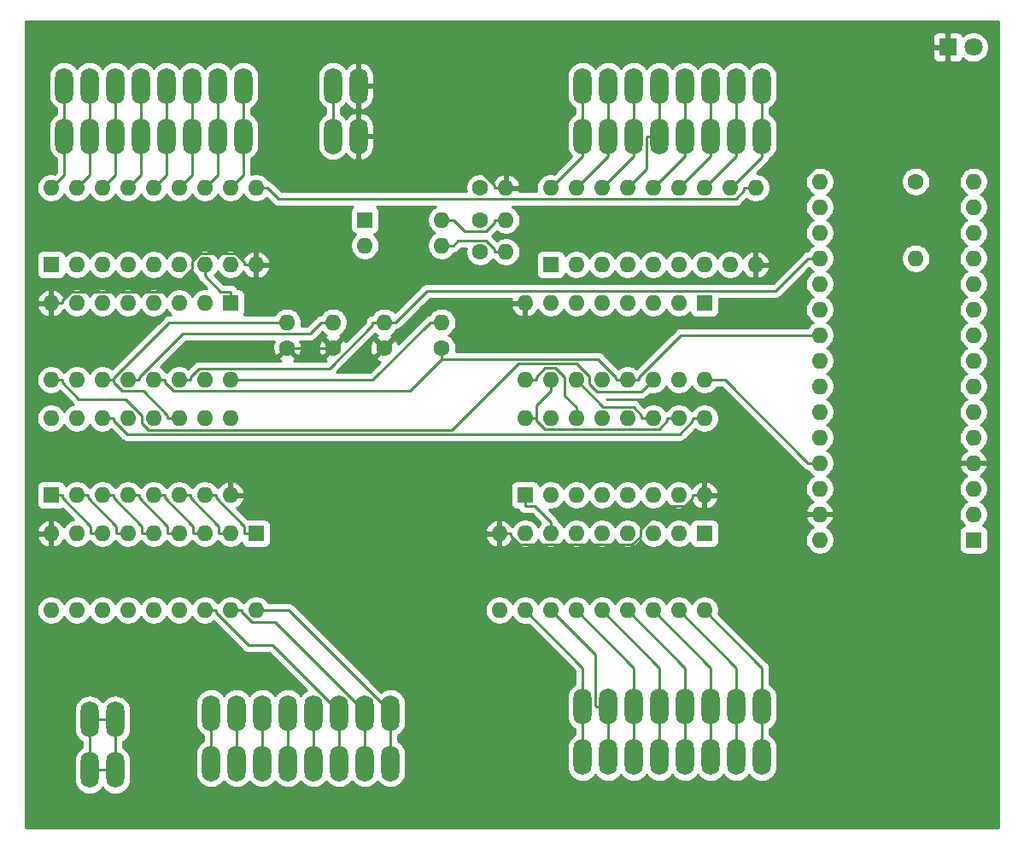
<source format=gbr>
%TF.GenerationSoftware,KiCad,Pcbnew,5.1.8-db9833491~87~ubuntu18.04.1*%
%TF.CreationDate,2020-12-15T23:06:18+01:00*%
%TF.ProjectId,Mqtt32output,4d717474-3332-46f7-9574-7075742e6b69,rev?*%
%TF.SameCoordinates,Original*%
%TF.FileFunction,Copper,L1,Top*%
%TF.FilePolarity,Positive*%
%FSLAX46Y46*%
G04 Gerber Fmt 4.6, Leading zero omitted, Abs format (unit mm)*
G04 Created by KiCad (PCBNEW 5.1.8-db9833491~87~ubuntu18.04.1) date 2020-12-15 23:06:18*
%MOMM*%
%LPD*%
G01*
G04 APERTURE LIST*
%TA.AperFunction,ComponentPad*%
%ADD10O,1.600000X1.600000*%
%TD*%
%TA.AperFunction,ComponentPad*%
%ADD11C,1.600000*%
%TD*%
%TA.AperFunction,ComponentPad*%
%ADD12R,1.600000X1.600000*%
%TD*%
%TA.AperFunction,ComponentPad*%
%ADD13R,1.800000X1.800000*%
%TD*%
%TA.AperFunction,ComponentPad*%
%ADD14C,1.800000*%
%TD*%
%TA.AperFunction,ComponentPad*%
%ADD15O,1.800000X3.600000*%
%TD*%
%TA.AperFunction,Conductor*%
%ADD16C,0.250000*%
%TD*%
%TA.AperFunction,Conductor*%
%ADD17C,0.254000*%
%TD*%
%TA.AperFunction,Conductor*%
%ADD18C,0.100000*%
%TD*%
G04 APERTURE END LIST*
D10*
%TO.P,R8,2*%
%TO.N,+5V*%
X144780000Y-53340000D03*
D11*
%TO.P,R8,1*%
%TO.N,Net-(A1-Pad22)*%
X144780000Y-55880000D03*
%TD*%
D10*
%TO.P,UO4,18*%
%TO.N,Net-(J4-PadA8)*%
X126365000Y-81915000D03*
%TO.P,UO4,9*%
%TO.N,Earth*%
X106045000Y-74295000D03*
%TO.P,UO4,17*%
%TO.N,Net-(J4-PadA7)*%
X123825000Y-81915000D03*
%TO.P,UO4,8*%
%TO.N,Net-(U8-Pad15)*%
X108585000Y-74295000D03*
%TO.P,UO4,16*%
%TO.N,Net-(J4-PadA6)*%
X121285000Y-81915000D03*
%TO.P,UO4,7*%
%TO.N,Net-(U8-Pad1)*%
X111125000Y-74295000D03*
%TO.P,UO4,15*%
%TO.N,Net-(J4-PadA5)*%
X118745000Y-81915000D03*
%TO.P,UO4,6*%
%TO.N,Net-(U8-Pad2)*%
X113665000Y-74295000D03*
%TO.P,UO4,14*%
%TO.N,Net-(J4-PadA4)*%
X116205000Y-81915000D03*
%TO.P,UO4,5*%
%TO.N,Net-(U8-Pad3)*%
X116205000Y-74295000D03*
%TO.P,UO4,13*%
%TO.N,Net-(J4-PadA3)*%
X113665000Y-81915000D03*
%TO.P,UO4,4*%
%TO.N,Net-(U8-Pad4)*%
X118745000Y-74295000D03*
%TO.P,UO4,12*%
%TO.N,Net-(J4-PadA2)*%
X111125000Y-81915000D03*
%TO.P,UO4,3*%
%TO.N,Net-(U8-Pad5)*%
X121285000Y-74295000D03*
%TO.P,UO4,11*%
%TO.N,Net-(J4-PadA1)*%
X108585000Y-81915000D03*
%TO.P,UO4,2*%
%TO.N,Net-(U8-Pad6)*%
X123825000Y-74295000D03*
%TO.P,UO4,10*%
%TO.N,+24V*%
X106045000Y-81915000D03*
D12*
%TO.P,UO4,1*%
%TO.N,Net-(U8-Pad7)*%
X126365000Y-74295000D03*
%TD*%
%TO.P,A1,1*%
%TO.N,N/C*%
X197485000Y-74930000D03*
D10*
%TO.P,A1,17*%
X182245000Y-41910000D03*
%TO.P,A1,2*%
X197485000Y-72390000D03*
%TO.P,A1,18*%
X182245000Y-44450000D03*
%TO.P,A1,3*%
X197485000Y-69850000D03*
%TO.P,A1,19*%
%TO.N,Net-(A1-Pad19)*%
X182245000Y-46990000D03*
%TO.P,A1,4*%
%TO.N,Earth*%
X197485000Y-67310000D03*
%TO.P,A1,20*%
%TO.N,Net-(A1-Pad20)*%
X182245000Y-49530000D03*
%TO.P,A1,5*%
%TO.N,Net-(A1-Pad5)*%
X197485000Y-64770000D03*
%TO.P,A1,21*%
%TO.N,Net-(A1-Pad21)*%
X182245000Y-52070000D03*
%TO.P,A1,6*%
%TO.N,N/C*%
X197485000Y-62230000D03*
%TO.P,A1,22*%
%TO.N,Net-(A1-Pad22)*%
X182245000Y-54610000D03*
%TO.P,A1,7*%
%TO.N,N/C*%
X197485000Y-59690000D03*
%TO.P,A1,23*%
X182245000Y-57150000D03*
%TO.P,A1,8*%
X197485000Y-57150000D03*
%TO.P,A1,24*%
X182245000Y-59690000D03*
%TO.P,A1,9*%
X197485000Y-54610000D03*
%TO.P,A1,25*%
X182245000Y-62230000D03*
%TO.P,A1,10*%
X197485000Y-52070000D03*
%TO.P,A1,26*%
%TO.N,Net-(A1-Pad26)*%
X182245000Y-64770000D03*
%TO.P,A1,11*%
%TO.N,N/C*%
X197485000Y-49530000D03*
%TO.P,A1,27*%
%TO.N,+5V*%
X182245000Y-67310000D03*
%TO.P,A1,12*%
%TO.N,N/C*%
X197485000Y-46990000D03*
%TO.P,A1,28*%
X182245000Y-69850000D03*
%TO.P,A1,13*%
X197485000Y-44450000D03*
%TO.P,A1,29*%
%TO.N,Earth*%
X182245000Y-72390000D03*
%TO.P,A1,14*%
%TO.N,N/C*%
X197485000Y-41910000D03*
%TO.P,A1,30*%
X182245000Y-74930000D03*
%TO.P,A1,15*%
X197485000Y-39370000D03*
%TO.P,A1,16*%
X182245000Y-39370000D03*
%TD*%
%TO.P,R1,2*%
%TO.N,Net-(A1-Pad21)*%
X129440000Y-53340000D03*
D11*
%TO.P,R1,1*%
%TO.N,Earth*%
X129440000Y-55880000D03*
%TD*%
%TO.P,R2,1*%
%TO.N,Earth*%
X133985000Y-55880000D03*
D10*
%TO.P,R2,2*%
%TO.N,Net-(A1-Pad20)*%
X133985000Y-53340000D03*
%TD*%
D11*
%TO.P,R3,1*%
%TO.N,Earth*%
X139065000Y-55880000D03*
D10*
%TO.P,R3,2*%
%TO.N,Net-(A1-Pad19)*%
X139065000Y-53340000D03*
%TD*%
D12*
%TO.P,U2,1*%
%TO.N,Net-(U2-Pad1)*%
X123825000Y-51435000D03*
D10*
%TO.P,U2,9*%
%TO.N,Net-(U2-Pad9)*%
X106045000Y-59055000D03*
%TO.P,U2,2*%
%TO.N,Net-(U2-Pad2)*%
X121285000Y-51435000D03*
%TO.P,U2,10*%
%TO.N,+5V*%
X108585000Y-59055000D03*
%TO.P,U2,3*%
%TO.N,Net-(U2-Pad3)*%
X118745000Y-51435000D03*
%TO.P,U2,11*%
%TO.N,Net-(A1-Pad21)*%
X111125000Y-59055000D03*
%TO.P,U2,4*%
%TO.N,Net-(U2-Pad4)*%
X116205000Y-51435000D03*
%TO.P,U2,12*%
%TO.N,Net-(A1-Pad20)*%
X113665000Y-59055000D03*
%TO.P,U2,5*%
%TO.N,Net-(U2-Pad5)*%
X113665000Y-51435000D03*
%TO.P,U2,13*%
%TO.N,Net-(A1-Pad22)*%
X116205000Y-59055000D03*
%TO.P,U2,6*%
%TO.N,Net-(U2-Pad6)*%
X111125000Y-51435000D03*
%TO.P,U2,14*%
%TO.N,Net-(A1-Pad19)*%
X118745000Y-59055000D03*
%TO.P,U2,7*%
%TO.N,Net-(U2-Pad7)*%
X108585000Y-51435000D03*
%TO.P,U2,15*%
%TO.N,Net-(U2-Pad15)*%
X121285000Y-59055000D03*
%TO.P,U2,8*%
%TO.N,Earth*%
X106045000Y-51435000D03*
%TO.P,U2,16*%
%TO.N,+5V*%
X123825000Y-59055000D03*
%TD*%
%TO.P,U4,16*%
%TO.N,+5V*%
X170815000Y-59055000D03*
%TO.P,U4,8*%
%TO.N,Earth*%
X153035000Y-51435000D03*
%TO.P,U4,15*%
%TO.N,Net-(U4-Pad15)*%
X168275000Y-59055000D03*
%TO.P,U4,7*%
%TO.N,Net-(U4-Pad7)*%
X155575000Y-51435000D03*
%TO.P,U4,14*%
%TO.N,Net-(U2-Pad9)*%
X165735000Y-59055000D03*
%TO.P,U4,6*%
%TO.N,Net-(U4-Pad6)*%
X158115000Y-51435000D03*
%TO.P,U4,13*%
%TO.N,Net-(A1-Pad22)*%
X163195000Y-59055000D03*
%TO.P,U4,5*%
%TO.N,Net-(U4-Pad5)*%
X160655000Y-51435000D03*
%TO.P,U4,12*%
%TO.N,Net-(A1-Pad20)*%
X160655000Y-59055000D03*
%TO.P,U4,4*%
%TO.N,Net-(U4-Pad4)*%
X163195000Y-51435000D03*
%TO.P,U4,11*%
%TO.N,Net-(A1-Pad21)*%
X158115000Y-59055000D03*
%TO.P,U4,3*%
%TO.N,Net-(U4-Pad3)*%
X165735000Y-51435000D03*
%TO.P,U4,10*%
%TO.N,+5V*%
X155575000Y-59055000D03*
%TO.P,U4,2*%
%TO.N,Net-(U4-Pad2)*%
X168275000Y-51435000D03*
%TO.P,U4,9*%
%TO.N,Net-(U4-Pad9)*%
X153035000Y-59055000D03*
D12*
%TO.P,U4,1*%
%TO.N,Net-(U4-Pad1)*%
X170815000Y-51435000D03*
%TD*%
%TO.P,U6,1*%
%TO.N,Net-(U6-Pad1)*%
X153035000Y-70485000D03*
D10*
%TO.P,U6,9*%
%TO.N,Net-(U6-Pad9)*%
X170815000Y-62865000D03*
%TO.P,U6,2*%
%TO.N,Net-(U6-Pad2)*%
X155575000Y-70485000D03*
%TO.P,U6,10*%
%TO.N,+5V*%
X168275000Y-62865000D03*
%TO.P,U6,3*%
%TO.N,Net-(U6-Pad3)*%
X158115000Y-70485000D03*
%TO.P,U6,11*%
%TO.N,Net-(A1-Pad21)*%
X165735000Y-62865000D03*
%TO.P,U6,4*%
%TO.N,Net-(U6-Pad4)*%
X160655000Y-70485000D03*
%TO.P,U6,12*%
%TO.N,Net-(A1-Pad20)*%
X163195000Y-62865000D03*
%TO.P,U6,5*%
%TO.N,Net-(U6-Pad5)*%
X163195000Y-70485000D03*
%TO.P,U6,13*%
%TO.N,Net-(A1-Pad22)*%
X160655000Y-62865000D03*
%TO.P,U6,6*%
%TO.N,Net-(U6-Pad6)*%
X165735000Y-70485000D03*
%TO.P,U6,14*%
%TO.N,Net-(U4-Pad9)*%
X158115000Y-62865000D03*
%TO.P,U6,7*%
%TO.N,Net-(U6-Pad7)*%
X168275000Y-70485000D03*
%TO.P,U6,15*%
%TO.N,Net-(U6-Pad15)*%
X155575000Y-62865000D03*
%TO.P,U6,8*%
%TO.N,Earth*%
X170815000Y-70485000D03*
%TO.P,U6,16*%
%TO.N,+5V*%
X153035000Y-62865000D03*
%TD*%
%TO.P,U8,16*%
%TO.N,+5V*%
X106045000Y-62865000D03*
%TO.P,U8,8*%
%TO.N,Earth*%
X123825000Y-70485000D03*
%TO.P,U8,15*%
%TO.N,Net-(U8-Pad15)*%
X108585000Y-62865000D03*
%TO.P,U8,7*%
%TO.N,Net-(U8-Pad7)*%
X121285000Y-70485000D03*
%TO.P,U8,14*%
%TO.N,Net-(U6-Pad9)*%
X111125000Y-62865000D03*
%TO.P,U8,6*%
%TO.N,Net-(U8-Pad6)*%
X118745000Y-70485000D03*
%TO.P,U8,13*%
%TO.N,Net-(A1-Pad22)*%
X113665000Y-62865000D03*
%TO.P,U8,5*%
%TO.N,Net-(U8-Pad5)*%
X116205000Y-70485000D03*
%TO.P,U8,12*%
%TO.N,Net-(A1-Pad20)*%
X116205000Y-62865000D03*
%TO.P,U8,4*%
%TO.N,Net-(U8-Pad4)*%
X113665000Y-70485000D03*
%TO.P,U8,11*%
%TO.N,Net-(A1-Pad21)*%
X118745000Y-62865000D03*
%TO.P,U8,3*%
%TO.N,Net-(U8-Pad3)*%
X111125000Y-70485000D03*
%TO.P,U8,10*%
%TO.N,+5V*%
X121285000Y-62865000D03*
%TO.P,U8,2*%
%TO.N,Net-(U8-Pad2)*%
X108585000Y-70485000D03*
%TO.P,U8,9*%
%TO.N,N/C*%
X123825000Y-62865000D03*
D12*
%TO.P,U8,1*%
%TO.N,Net-(U8-Pad1)*%
X106045000Y-70485000D03*
%TD*%
%TO.P,UO1,1*%
%TO.N,Net-(U2-Pad7)*%
X106045000Y-47625000D03*
D10*
%TO.P,UO1,10*%
%TO.N,+24V*%
X126365000Y-40005000D03*
%TO.P,UO1,2*%
%TO.N,Net-(U2-Pad6)*%
X108585000Y-47625000D03*
%TO.P,UO1,11*%
%TO.N,Net-(J1-PadA1)*%
X123825000Y-40005000D03*
%TO.P,UO1,3*%
%TO.N,Net-(U2-Pad5)*%
X111125000Y-47625000D03*
%TO.P,UO1,12*%
%TO.N,Net-(J1-PadA2)*%
X121285000Y-40005000D03*
%TO.P,UO1,4*%
%TO.N,Net-(U2-Pad4)*%
X113665000Y-47625000D03*
%TO.P,UO1,13*%
%TO.N,Net-(J1-PadA3)*%
X118745000Y-40005000D03*
%TO.P,UO1,5*%
%TO.N,Net-(U2-Pad3)*%
X116205000Y-47625000D03*
%TO.P,UO1,14*%
%TO.N,Net-(J1-PadA4)*%
X116205000Y-40005000D03*
%TO.P,UO1,6*%
%TO.N,Net-(U2-Pad2)*%
X118745000Y-47625000D03*
%TO.P,UO1,15*%
%TO.N,Net-(J1-PadA5)*%
X113665000Y-40005000D03*
%TO.P,UO1,7*%
%TO.N,Net-(U2-Pad1)*%
X121285000Y-47625000D03*
%TO.P,UO1,16*%
%TO.N,Net-(J1-PadA6)*%
X111125000Y-40005000D03*
%TO.P,UO1,8*%
%TO.N,Net-(U2-Pad15)*%
X123825000Y-47625000D03*
%TO.P,UO1,17*%
%TO.N,Net-(J1-PadA7)*%
X108585000Y-40005000D03*
%TO.P,UO1,9*%
%TO.N,Earth*%
X126365000Y-47625000D03*
%TO.P,UO1,18*%
%TO.N,Net-(J1-PadA8)*%
X106045000Y-40005000D03*
%TD*%
%TO.P,UO2,18*%
%TO.N,Net-(J2-PadA8)*%
X155575000Y-40005000D03*
%TO.P,UO2,9*%
%TO.N,Earth*%
X175895000Y-47625000D03*
%TO.P,UO2,17*%
%TO.N,Net-(J2-PadA7)*%
X158115000Y-40005000D03*
%TO.P,UO2,8*%
%TO.N,Net-(U4-Pad15)*%
X173355000Y-47625000D03*
%TO.P,UO2,16*%
%TO.N,Net-(J2-PadA6)*%
X160655000Y-40005000D03*
%TO.P,UO2,7*%
%TO.N,Net-(U4-Pad1)*%
X170815000Y-47625000D03*
%TO.P,UO2,15*%
%TO.N,Net-(J2-PadA5)*%
X163195000Y-40005000D03*
%TO.P,UO2,6*%
%TO.N,Net-(U4-Pad2)*%
X168275000Y-47625000D03*
%TO.P,UO2,14*%
%TO.N,Net-(J2-PadA4)*%
X165735000Y-40005000D03*
%TO.P,UO2,5*%
%TO.N,Net-(U4-Pad3)*%
X165735000Y-47625000D03*
%TO.P,UO2,13*%
%TO.N,Net-(J2-PadA3)*%
X168275000Y-40005000D03*
%TO.P,UO2,4*%
%TO.N,Net-(U4-Pad4)*%
X163195000Y-47625000D03*
%TO.P,UO2,12*%
%TO.N,Net-(J2-PadA2)*%
X170815000Y-40005000D03*
%TO.P,UO2,3*%
%TO.N,Net-(U4-Pad5)*%
X160655000Y-47625000D03*
%TO.P,UO2,11*%
%TO.N,Net-(J2-PadA1)*%
X173355000Y-40005000D03*
%TO.P,UO2,2*%
%TO.N,Net-(U4-Pad6)*%
X158115000Y-47625000D03*
%TO.P,UO2,10*%
%TO.N,+24V*%
X175895000Y-40005000D03*
D12*
%TO.P,UO2,1*%
%TO.N,Net-(U4-Pad7)*%
X155575000Y-47625000D03*
%TD*%
%TO.P,UO3,1*%
%TO.N,Net-(U6-Pad7)*%
X170815000Y-74295000D03*
D10*
%TO.P,UO3,10*%
%TO.N,+24V*%
X150495000Y-81915000D03*
%TO.P,UO3,2*%
%TO.N,Net-(U6-Pad6)*%
X168275000Y-74295000D03*
%TO.P,UO3,11*%
%TO.N,Net-(J3-PadA1)*%
X153035000Y-81915000D03*
%TO.P,UO3,3*%
%TO.N,Net-(U6-Pad5)*%
X165735000Y-74295000D03*
%TO.P,UO3,12*%
%TO.N,Net-(J3-PadA2)*%
X155575000Y-81915000D03*
%TO.P,UO3,4*%
%TO.N,Net-(U6-Pad4)*%
X163195000Y-74295000D03*
%TO.P,UO3,13*%
%TO.N,Net-(J3-PadA3)*%
X158115000Y-81915000D03*
%TO.P,UO3,5*%
%TO.N,Net-(U6-Pad3)*%
X160655000Y-74295000D03*
%TO.P,UO3,14*%
%TO.N,Net-(J3-PadA4)*%
X160655000Y-81915000D03*
%TO.P,UO3,6*%
%TO.N,Net-(U6-Pad2)*%
X158115000Y-74295000D03*
%TO.P,UO3,15*%
%TO.N,Net-(J3-PadA5)*%
X163195000Y-81915000D03*
%TO.P,UO3,7*%
%TO.N,Net-(U6-Pad1)*%
X155575000Y-74295000D03*
%TO.P,UO3,16*%
%TO.N,Net-(J3-PadA6)*%
X165735000Y-81915000D03*
%TO.P,UO3,8*%
%TO.N,Net-(U6-Pad15)*%
X153035000Y-74295000D03*
%TO.P,UO3,17*%
%TO.N,Net-(J3-PadA7)*%
X168275000Y-81915000D03*
%TO.P,UO3,9*%
%TO.N,Earth*%
X150495000Y-74295000D03*
%TO.P,UO3,18*%
%TO.N,Net-(J3-PadA8)*%
X170815000Y-81915000D03*
%TD*%
D11*
%TO.P,R4,1*%
%TO.N,Net-(A1-Pad26)*%
X148590000Y-40005000D03*
D10*
%TO.P,R4,2*%
%TO.N,Earth*%
X151130000Y-40005000D03*
%TD*%
%TO.P,R5,2*%
%TO.N,Net-(R5-Pad2)*%
X151130000Y-43180000D03*
D11*
%TO.P,R5,1*%
%TO.N,Net-(A1-Pad26)*%
X148590000Y-43180000D03*
%TD*%
%TO.P,R6,1*%
%TO.N,Net-(A1-Pad26)*%
X148590000Y-46355000D03*
D10*
%TO.P,R6,2*%
%TO.N,Net-(R6-Pad2)*%
X151130000Y-46355000D03*
%TD*%
D12*
%TO.P,SW1,1*%
%TO.N,+5V*%
X137160000Y-43180000D03*
D10*
%TO.P,SW1,3*%
%TO.N,Net-(R6-Pad2)*%
X144780000Y-45720000D03*
%TO.P,SW1,2*%
%TO.N,+5V*%
X137160000Y-45720000D03*
%TO.P,SW1,4*%
%TO.N,Net-(R5-Pad2)*%
X144780000Y-43180000D03*
%TD*%
D13*
%TO.P,D1,1*%
%TO.N,Earth*%
X194945000Y-26035000D03*
D14*
%TO.P,D1,2*%
%TO.N,Net-(D1-Pad2)*%
X197485000Y-26035000D03*
%TD*%
D15*
%TO.P,J1,B8*%
%TO.N,Net-(J1-PadA8)*%
X107315000Y-29885000D03*
%TO.P,J1,A8*%
X107315000Y-34885000D03*
%TO.P,J1,B7*%
%TO.N,Net-(J1-PadA7)*%
X109855000Y-29885000D03*
%TO.P,J1,A7*%
X109855000Y-34885000D03*
%TO.P,J1,B6*%
%TO.N,Net-(J1-PadA6)*%
X112395000Y-29885000D03*
%TO.P,J1,A6*%
X112395000Y-34885000D03*
%TO.P,J1,B5*%
%TO.N,Net-(J1-PadA5)*%
X114935000Y-29885000D03*
%TO.P,J1,A5*%
X114935000Y-34885000D03*
%TO.P,J1,B4*%
%TO.N,Net-(J1-PadA4)*%
X117475000Y-29885000D03*
%TO.P,J1,A4*%
X117475000Y-34885000D03*
%TO.P,J1,B3*%
%TO.N,Net-(J1-PadA3)*%
X120015000Y-29885000D03*
%TO.P,J1,A3*%
X120015000Y-34885000D03*
%TO.P,J1,B2*%
%TO.N,Net-(J1-PadA2)*%
X122555000Y-29885000D03*
%TO.P,J1,A2*%
X122555000Y-34885000D03*
%TO.P,J1,B1*%
%TO.N,Net-(J1-PadA1)*%
X125095000Y-29885000D03*
%TO.P,J1,A1*%
X125095000Y-34885000D03*
%TD*%
%TO.P,J2,B8*%
%TO.N,Net-(J2-PadA8)*%
X158750000Y-29885000D03*
%TO.P,J2,A8*%
X158750000Y-34885000D03*
%TO.P,J2,B7*%
%TO.N,Net-(J2-PadA7)*%
X161290000Y-29885000D03*
%TO.P,J2,A7*%
X161290000Y-34885000D03*
%TO.P,J2,B6*%
%TO.N,Net-(J2-PadA6)*%
X163830000Y-29885000D03*
%TO.P,J2,A6*%
X163830000Y-34885000D03*
%TO.P,J2,B5*%
%TO.N,Net-(J2-PadA5)*%
X166370000Y-29885000D03*
%TO.P,J2,A5*%
X166370000Y-34885000D03*
%TO.P,J2,B4*%
%TO.N,Net-(J2-PadA4)*%
X168910000Y-29885000D03*
%TO.P,J2,A4*%
X168910000Y-34885000D03*
%TO.P,J2,B3*%
%TO.N,Net-(J2-PadA3)*%
X171450000Y-29885000D03*
%TO.P,J2,A3*%
X171450000Y-34885000D03*
%TO.P,J2,B2*%
%TO.N,Net-(J2-PadA2)*%
X173990000Y-29885000D03*
%TO.P,J2,A2*%
X173990000Y-34885000D03*
%TO.P,J2,B1*%
%TO.N,Net-(J2-PadA1)*%
X176530000Y-29885000D03*
%TO.P,J2,A1*%
X176530000Y-34885000D03*
%TD*%
%TO.P,J3,A1*%
%TO.N,Net-(J3-PadA1)*%
X158750000Y-91480000D03*
%TO.P,J3,B1*%
X158750000Y-96480000D03*
%TO.P,J3,A2*%
%TO.N,Net-(J3-PadA2)*%
X161290000Y-91480000D03*
%TO.P,J3,B2*%
X161290000Y-96480000D03*
%TO.P,J3,A3*%
%TO.N,Net-(J3-PadA3)*%
X163830000Y-91480000D03*
%TO.P,J3,B3*%
X163830000Y-96480000D03*
%TO.P,J3,A4*%
%TO.N,Net-(J3-PadA4)*%
X166370000Y-91480000D03*
%TO.P,J3,B4*%
X166370000Y-96480000D03*
%TO.P,J3,A5*%
%TO.N,Net-(J3-PadA5)*%
X168910000Y-91480000D03*
%TO.P,J3,B5*%
X168910000Y-96480000D03*
%TO.P,J3,A6*%
%TO.N,Net-(J3-PadA6)*%
X171450000Y-91480000D03*
%TO.P,J3,B6*%
X171450000Y-96480000D03*
%TO.P,J3,A7*%
%TO.N,Net-(J3-PadA7)*%
X173990000Y-91480000D03*
%TO.P,J3,B7*%
X173990000Y-96480000D03*
%TO.P,J3,A8*%
%TO.N,Net-(J3-PadA8)*%
X176530000Y-91480000D03*
%TO.P,J3,B8*%
X176530000Y-96480000D03*
%TD*%
%TO.P,J4,A1*%
%TO.N,Net-(J4-PadA1)*%
X121920000Y-92115000D03*
%TO.P,J4,B1*%
X121920000Y-97115000D03*
%TO.P,J4,A2*%
%TO.N,Net-(J4-PadA2)*%
X124460000Y-92115000D03*
%TO.P,J4,B2*%
X124460000Y-97115000D03*
%TO.P,J4,A3*%
%TO.N,Net-(J4-PadA3)*%
X127000000Y-92115000D03*
%TO.P,J4,B3*%
X127000000Y-97115000D03*
%TO.P,J4,A4*%
%TO.N,Net-(J4-PadA4)*%
X129540000Y-92115000D03*
%TO.P,J4,B4*%
X129540000Y-97115000D03*
%TO.P,J4,A5*%
%TO.N,Net-(J4-PadA5)*%
X132080000Y-92115000D03*
%TO.P,J4,B5*%
X132080000Y-97115000D03*
%TO.P,J4,A6*%
%TO.N,Net-(J4-PadA6)*%
X134620000Y-92115000D03*
%TO.P,J4,B6*%
X134620000Y-97115000D03*
%TO.P,J4,A7*%
%TO.N,Net-(J4-PadA7)*%
X137160000Y-92115000D03*
%TO.P,J4,B7*%
X137160000Y-97115000D03*
%TO.P,J4,A8*%
%TO.N,Net-(J4-PadA8)*%
X139700000Y-92115000D03*
%TO.P,J4,B8*%
X139700000Y-97115000D03*
%TD*%
D11*
%TO.P,R7,1*%
%TO.N,Net-(D1-Pad2)*%
X191770000Y-39370000D03*
D10*
%TO.P,R7,2*%
%TO.N,Net-(A1-Pad5)*%
X191770000Y-46990000D03*
%TD*%
D15*
%TO.P,X1,A1*%
%TO.N,Earth*%
X136525000Y-34885000D03*
%TO.P,X1,B1*%
X136525000Y-29885000D03*
%TO.P,X1,A2*%
%TO.N,+5V*%
X133985000Y-34885000D03*
%TO.P,X1,B2*%
X133985000Y-29885000D03*
%TD*%
%TO.P,X2,B2*%
%TO.N,+24V*%
X112395000Y-97750000D03*
%TO.P,X2,A2*%
X112395000Y-92750000D03*
%TO.P,X2,B1*%
X109855000Y-97750000D03*
%TO.P,X2,A1*%
X109855000Y-92750000D03*
%TD*%
D16*
%TO.N,Net-(A1-Pad19)*%
X139065000Y-53340000D02*
X137939700Y-53340000D01*
X118745000Y-59055000D02*
X119870300Y-59055000D01*
X119870300Y-59055000D02*
X119870300Y-58773600D01*
X119870300Y-58773600D02*
X120714200Y-57929700D01*
X120714200Y-57929700D02*
X133631300Y-57929700D01*
X133631300Y-57929700D02*
X137939700Y-53621300D01*
X137939700Y-53621300D02*
X137939700Y-53340000D01*
X182245000Y-46990000D02*
X181119700Y-46990000D01*
X139065000Y-53340000D02*
X140190300Y-53340000D01*
X140190300Y-53340000D02*
X143301300Y-50229000D01*
X143301300Y-50229000D02*
X177880700Y-50229000D01*
X177880700Y-50229000D02*
X181119700Y-46990000D01*
%TO.N,Earth*%
X170815000Y-70485000D02*
X169689700Y-70485000D01*
X150495000Y-74295000D02*
X151620300Y-74295000D01*
X151620300Y-74295000D02*
X151620300Y-74576300D01*
X151620300Y-74576300D02*
X152464400Y-75420400D01*
X152464400Y-75420400D02*
X163667100Y-75420400D01*
X163667100Y-75420400D02*
X164465000Y-74622500D01*
X164465000Y-74622500D02*
X164465000Y-73896000D01*
X164465000Y-73896000D02*
X166750700Y-71610300D01*
X166750700Y-71610300D02*
X168845800Y-71610300D01*
X168845800Y-71610300D02*
X169689700Y-70766400D01*
X169689700Y-70766400D02*
X169689700Y-70485000D01*
X139065000Y-55880000D02*
X143510000Y-51435000D01*
X143510000Y-51435000D02*
X153035000Y-51435000D01*
X182245000Y-72390000D02*
X183370300Y-72390000D01*
X183370300Y-72390000D02*
X188450300Y-67310000D01*
X188450300Y-67310000D02*
X197485000Y-67310000D01*
X181682400Y-72390000D02*
X182245000Y-72390000D01*
X194945000Y-26035000D02*
X193719700Y-26035000D01*
X193719700Y-26035000D02*
X175895000Y-43859700D01*
X175895000Y-43859700D02*
X175895000Y-47625000D01*
X106045000Y-51435000D02*
X107170300Y-51435000D01*
X126365000Y-47625000D02*
X125239700Y-47625000D01*
X125239700Y-47625000D02*
X125239700Y-47343700D01*
X125239700Y-47343700D02*
X124384100Y-46488100D01*
X124384100Y-46488100D02*
X120819400Y-46488100D01*
X120819400Y-46488100D02*
X120015000Y-47292500D01*
X120015000Y-47292500D02*
X120015000Y-48021400D01*
X120015000Y-48021400D02*
X117726700Y-50309700D01*
X117726700Y-50309700D02*
X108014200Y-50309700D01*
X108014200Y-50309700D02*
X107170300Y-51153600D01*
X107170300Y-51153600D02*
X107170300Y-51435000D01*
X181682400Y-72390000D02*
X181119700Y-72390000D01*
X133985000Y-55880000D02*
X129440000Y-55880000D01*
X170815000Y-70485000D02*
X179214700Y-70485000D01*
X179214700Y-70485000D02*
X181119700Y-72390000D01*
X151130000Y-40005000D02*
X150004700Y-40005000D01*
X136525000Y-29997800D02*
X140278800Y-29997800D01*
X140278800Y-29997800D02*
X150004700Y-39723700D01*
X150004700Y-39723700D02*
X150004700Y-40005000D01*
X136525000Y-29997800D02*
X136525000Y-34885000D01*
X136525000Y-29885000D02*
X136525000Y-29997800D01*
%TO.N,Net-(A1-Pad20)*%
X133985000Y-53340000D02*
X132859700Y-53340000D01*
X113665000Y-59055000D02*
X114790300Y-59055000D01*
X114790300Y-59055000D02*
X114790300Y-58773700D01*
X114790300Y-58773700D02*
X119098700Y-54465300D01*
X119098700Y-54465300D02*
X131734400Y-54465300D01*
X131734400Y-54465300D02*
X132859700Y-53340000D01*
%TO.N,Net-(A1-Pad21)*%
X129440000Y-53340000D02*
X117765500Y-53340000D01*
X117765500Y-53340000D02*
X112250300Y-58855200D01*
X112250300Y-58855200D02*
X112250300Y-59055000D01*
X111125000Y-59055000D02*
X112250300Y-59055000D01*
X118745000Y-62865000D02*
X117619700Y-62865000D01*
X117619700Y-62865000D02*
X117619700Y-62583700D01*
X117619700Y-62583700D02*
X115216300Y-60180300D01*
X115216300Y-60180300D02*
X113094200Y-60180300D01*
X113094200Y-60180300D02*
X112250300Y-59336400D01*
X112250300Y-59336400D02*
X112250300Y-59055000D01*
X165735000Y-62865000D02*
X164609700Y-62865000D01*
X158115000Y-59055000D02*
X160799700Y-61739700D01*
X160799700Y-61739700D02*
X163765800Y-61739700D01*
X163765800Y-61739700D02*
X164609700Y-62583600D01*
X164609700Y-62583600D02*
X164609700Y-62865000D01*
%TO.N,Net-(A1-Pad22)*%
X164320300Y-59055000D02*
X164320300Y-58773700D01*
X164320300Y-58773700D02*
X168484000Y-54610000D01*
X168484000Y-54610000D02*
X182245000Y-54610000D01*
X144780000Y-56992900D02*
X144780000Y-55880000D01*
X117330300Y-59055000D02*
X117330300Y-59336300D01*
X117330300Y-59336300D02*
X118182000Y-60188000D01*
X118182000Y-60188000D02*
X141584900Y-60188000D01*
X141584900Y-60188000D02*
X144780000Y-56992900D01*
X162140700Y-59055000D02*
X162069800Y-58984100D01*
X162069800Y-58984100D02*
X162069700Y-58984100D01*
X162069700Y-58984100D02*
X162069700Y-58773700D01*
X162069700Y-58773700D02*
X160288900Y-56992900D01*
X160288900Y-56992900D02*
X144780000Y-56992900D01*
X163195000Y-59055000D02*
X162140700Y-59055000D01*
X163195000Y-59055000D02*
X164320300Y-59055000D01*
X116205000Y-59055000D02*
X117330300Y-59055000D01*
%TO.N,+5V*%
X155575000Y-59055000D02*
X155575000Y-60180300D01*
X155575000Y-60180300D02*
X154160300Y-61595000D01*
X154160300Y-61595000D02*
X154160300Y-62865000D01*
X153035000Y-62865000D02*
X154160300Y-62865000D01*
X168275000Y-62865000D02*
X167149700Y-62865000D01*
X167149700Y-62865000D02*
X167149700Y-63146300D01*
X167149700Y-63146300D02*
X166305700Y-63990300D01*
X166305700Y-63990300D02*
X155004200Y-63990300D01*
X155004200Y-63990300D02*
X154160300Y-63146400D01*
X154160300Y-63146400D02*
X154160300Y-62865000D01*
X170815000Y-59055000D02*
X172864700Y-59055000D01*
X172864700Y-59055000D02*
X181119700Y-67310000D01*
X143654700Y-53340000D02*
X137939700Y-59055000D01*
X137939700Y-59055000D02*
X123825000Y-59055000D01*
X144780000Y-53340000D02*
X143654700Y-53340000D01*
X182245000Y-67310000D02*
X181119700Y-67310000D01*
X133985000Y-29885000D02*
X133985000Y-34885000D01*
%TO.N,+24V*%
X175895000Y-40005000D02*
X174769700Y-40005000D01*
X126365000Y-40005000D02*
X127490300Y-40005000D01*
X127490300Y-40005000D02*
X128615600Y-41130300D01*
X128615600Y-41130300D02*
X173925800Y-41130300D01*
X173925800Y-41130300D02*
X174769700Y-40286400D01*
X174769700Y-40286400D02*
X174769700Y-40005000D01*
X109855000Y-97750000D02*
X112395000Y-97750000D01*
X109855000Y-92750000D02*
X112395000Y-92750000D01*
X112395000Y-92750000D02*
X112395000Y-97750000D01*
X109855000Y-92750000D02*
X109855000Y-97750000D01*
%TO.N,Net-(U2-Pad1)*%
X123825000Y-51435000D02*
X123825000Y-50309700D01*
X121285000Y-47625000D02*
X121285000Y-48750300D01*
X121285000Y-48750300D02*
X122844400Y-50309700D01*
X122844400Y-50309700D02*
X123825000Y-50309700D01*
%TO.N,Net-(U2-Pad9)*%
X106045000Y-59055000D02*
X107170300Y-59055000D01*
X165735000Y-59055000D02*
X164578400Y-60211600D01*
X164578400Y-60211600D02*
X160145700Y-60211600D01*
X160145700Y-60211600D02*
X159385000Y-59450900D01*
X159385000Y-59450900D02*
X159385000Y-58690200D01*
X159385000Y-58690200D02*
X158138000Y-57443200D01*
X158138000Y-57443200D02*
X152371000Y-57443200D01*
X152371000Y-57443200D02*
X145809800Y-64004400D01*
X145809800Y-64004400D02*
X115703200Y-64004400D01*
X115703200Y-64004400D02*
X115079600Y-63380800D01*
X115079600Y-63380800D02*
X115079600Y-62614600D01*
X115079600Y-62614600D02*
X113425000Y-60960000D01*
X113425000Y-60960000D02*
X108794000Y-60960000D01*
X108794000Y-60960000D02*
X107170300Y-59336300D01*
X107170300Y-59336300D02*
X107170300Y-59055000D01*
%TO.N,Net-(U4-Pad9)*%
X158115000Y-62865000D02*
X158115000Y-61739700D01*
X153035000Y-59055000D02*
X154160300Y-59055000D01*
X154160300Y-59055000D02*
X154160300Y-58773700D01*
X154160300Y-58773700D02*
X155040400Y-57893600D01*
X155040400Y-57893600D02*
X156051800Y-57893600D01*
X156051800Y-57893600D02*
X156989700Y-58831500D01*
X156989700Y-58831500D02*
X156989700Y-60614400D01*
X156989700Y-60614400D02*
X158115000Y-61739700D01*
%TO.N,Net-(U6-Pad1)*%
X153035000Y-70485000D02*
X153035000Y-71610300D01*
X155575000Y-74295000D02*
X155575000Y-73169700D01*
X155575000Y-73169700D02*
X154015600Y-71610300D01*
X154015600Y-71610300D02*
X153035000Y-71610300D01*
%TO.N,Net-(U6-Pad9)*%
X112250300Y-62865000D02*
X112250300Y-63146300D01*
X112250300Y-63146300D02*
X113558800Y-64454800D01*
X113558800Y-64454800D02*
X168381300Y-64454800D01*
X168381300Y-64454800D02*
X169689700Y-63146400D01*
X169689700Y-63146400D02*
X169689700Y-62865000D01*
X170815000Y-62865000D02*
X169689700Y-62865000D01*
X111125000Y-62865000D02*
X112250300Y-62865000D01*
%TO.N,Net-(U8-Pad7)*%
X126365000Y-74295000D02*
X125239700Y-74295000D01*
X121285000Y-70485000D02*
X122410300Y-70485000D01*
X122410300Y-70485000D02*
X122410300Y-70766400D01*
X122410300Y-70766400D02*
X125239700Y-73595800D01*
X125239700Y-73595800D02*
X125239700Y-74295000D01*
%TO.N,Net-(U8-Pad6)*%
X123825000Y-74295000D02*
X122699700Y-74295000D01*
X118745000Y-70485000D02*
X119870300Y-70485000D01*
X119870300Y-70485000D02*
X119870300Y-70766400D01*
X119870300Y-70766400D02*
X122699700Y-73595800D01*
X122699700Y-73595800D02*
X122699700Y-74295000D01*
%TO.N,Net-(U8-Pad5)*%
X121285000Y-74295000D02*
X120159700Y-74295000D01*
X116205000Y-70485000D02*
X117330300Y-70485000D01*
X117330300Y-70485000D02*
X117330300Y-70766400D01*
X117330300Y-70766400D02*
X120159700Y-73595800D01*
X120159700Y-73595800D02*
X120159700Y-74295000D01*
%TO.N,Net-(U8-Pad4)*%
X118745000Y-74295000D02*
X117619700Y-74295000D01*
X113665000Y-70485000D02*
X114790300Y-70485000D01*
X114790300Y-70485000D02*
X114790300Y-70766400D01*
X114790300Y-70766400D02*
X117619700Y-73595800D01*
X117619700Y-73595800D02*
X117619700Y-74295000D01*
%TO.N,Net-(U8-Pad3)*%
X116205000Y-74295000D02*
X115079700Y-74295000D01*
X111125000Y-70485000D02*
X112250300Y-70485000D01*
X112250300Y-70485000D02*
X112250300Y-70766400D01*
X112250300Y-70766400D02*
X115079700Y-73595800D01*
X115079700Y-73595800D02*
X115079700Y-74295000D01*
%TO.N,Net-(U8-Pad2)*%
X113665000Y-74295000D02*
X112539700Y-74295000D01*
X108585000Y-70485000D02*
X109710300Y-70485000D01*
X109710300Y-70485000D02*
X109710300Y-70766400D01*
X109710300Y-70766400D02*
X112539700Y-73595800D01*
X112539700Y-73595800D02*
X112539700Y-74295000D01*
%TO.N,Net-(U8-Pad1)*%
X111125000Y-74295000D02*
X109999700Y-74295000D01*
X106045000Y-70485000D02*
X107170300Y-70485000D01*
X107170300Y-70485000D02*
X107170300Y-70766400D01*
X107170300Y-70766400D02*
X109999700Y-73595800D01*
X109999700Y-73595800D02*
X109999700Y-74295000D01*
%TO.N,Net-(R5-Pad2)*%
X151130000Y-43180000D02*
X150004700Y-43180000D01*
X144780000Y-43180000D02*
X145905300Y-43180000D01*
X145905300Y-43180000D02*
X147030600Y-44305300D01*
X147030600Y-44305300D02*
X149160800Y-44305300D01*
X149160800Y-44305300D02*
X150004700Y-43461400D01*
X150004700Y-43461400D02*
X150004700Y-43180000D01*
%TO.N,Net-(R6-Pad2)*%
X151130000Y-46355000D02*
X150004700Y-46355000D01*
X144780000Y-45720000D02*
X145905300Y-45720000D01*
X145905300Y-45720000D02*
X146395600Y-45229700D01*
X146395600Y-45229700D02*
X149160800Y-45229700D01*
X149160800Y-45229700D02*
X150004700Y-46073600D01*
X150004700Y-46073600D02*
X150004700Y-46355000D01*
%TO.N,Net-(J1-PadA1)*%
X125095000Y-34885000D02*
X125095000Y-38735000D01*
X125095000Y-38735000D02*
X123825000Y-40005000D01*
X125095000Y-29885000D02*
X125095000Y-34885000D01*
%TO.N,Net-(J1-PadA2)*%
X122555000Y-34885000D02*
X122555000Y-38735000D01*
X122555000Y-38735000D02*
X121285000Y-40005000D01*
X122555000Y-29885000D02*
X122555000Y-34885000D01*
%TO.N,Net-(J1-PadA3)*%
X120015000Y-34885000D02*
X120015000Y-38735000D01*
X120015000Y-38735000D02*
X118745000Y-40005000D01*
X120015000Y-29885000D02*
X120015000Y-34885000D01*
%TO.N,Net-(J1-PadA4)*%
X117475000Y-34885000D02*
X117475000Y-38735000D01*
X117475000Y-38735000D02*
X116205000Y-40005000D01*
X117475000Y-29885000D02*
X117475000Y-34885000D01*
%TO.N,Net-(J1-PadA5)*%
X114935000Y-34885000D02*
X114935000Y-38735000D01*
X114935000Y-38735000D02*
X113665000Y-40005000D01*
X114935000Y-29885000D02*
X114935000Y-34885000D01*
%TO.N,Net-(J1-PadA6)*%
X112395000Y-34885000D02*
X112395000Y-38735000D01*
X112395000Y-38735000D02*
X111125000Y-40005000D01*
X112395000Y-29885000D02*
X112395000Y-34885000D01*
%TO.N,Net-(J1-PadA7)*%
X109855000Y-34885000D02*
X109855000Y-38735000D01*
X109855000Y-38735000D02*
X108585000Y-40005000D01*
X109855000Y-29885000D02*
X109855000Y-34885000D01*
%TO.N,Net-(J1-PadA8)*%
X107315000Y-34885000D02*
X107315000Y-38735000D01*
X107315000Y-38735000D02*
X106045000Y-40005000D01*
X107315000Y-29885000D02*
X107315000Y-34885000D01*
%TO.N,Net-(J2-PadA8)*%
X158750000Y-34885000D02*
X158750000Y-36830000D01*
X158750000Y-36830000D02*
X155575000Y-40005000D01*
X158750000Y-29885000D02*
X158750000Y-34885000D01*
%TO.N,Net-(J2-PadA7)*%
X161290000Y-34885000D02*
X161290000Y-36830000D01*
X161290000Y-36830000D02*
X158115000Y-40005000D01*
X161290000Y-29885000D02*
X161290000Y-34885000D01*
%TO.N,Net-(J2-PadA6)*%
X163830000Y-34885000D02*
X163830000Y-36830000D01*
X163830000Y-36830000D02*
X160655000Y-40005000D01*
X163830000Y-29885000D02*
X163830000Y-34885000D01*
%TO.N,Net-(J2-PadA5)*%
X166370000Y-34885000D02*
X165140000Y-34885000D01*
X165140000Y-34885000D02*
X165055000Y-34970000D01*
X165055000Y-34970000D02*
X165055000Y-38145000D01*
X165055000Y-38145000D02*
X163195000Y-40005000D01*
X166370000Y-29885000D02*
X166370000Y-34885000D01*
%TO.N,Net-(J2-PadA4)*%
X168910000Y-34885000D02*
X168910000Y-36830000D01*
X168910000Y-36830000D02*
X165735000Y-40005000D01*
X168910000Y-29885000D02*
X168910000Y-34885000D01*
%TO.N,Net-(J2-PadA3)*%
X171450000Y-34885000D02*
X171450000Y-36830000D01*
X171450000Y-36830000D02*
X168275000Y-40005000D01*
X171450000Y-29885000D02*
X171450000Y-34885000D01*
%TO.N,Net-(J2-PadA2)*%
X173990000Y-34885000D02*
X173990000Y-36830000D01*
X173990000Y-36830000D02*
X170815000Y-40005000D01*
X173990000Y-29885000D02*
X173990000Y-34885000D01*
%TO.N,Net-(J2-PadA1)*%
X176530000Y-34885000D02*
X176530000Y-36935000D01*
X176530000Y-36935000D02*
X173460000Y-40005000D01*
X173460000Y-40005000D02*
X173355000Y-40005000D01*
X176530000Y-29885000D02*
X176530000Y-34885000D01*
%TO.N,Net-(J3-PadA1)*%
X158750000Y-91480000D02*
X158750000Y-87630000D01*
X158750000Y-87630000D02*
X153035000Y-81915000D01*
X158750000Y-91480000D02*
X158750000Y-96480000D01*
%TO.N,Net-(J3-PadA2)*%
X161290000Y-91480000D02*
X160060000Y-91480000D01*
X160060000Y-91480000D02*
X159975000Y-91395000D01*
X159975000Y-91395000D02*
X159975000Y-86315000D01*
X159975000Y-86315000D02*
X155575000Y-81915000D01*
X161290000Y-91480000D02*
X161290000Y-96480000D01*
%TO.N,Net-(J3-PadA3)*%
X163830000Y-91480000D02*
X163830000Y-87630000D01*
X163830000Y-87630000D02*
X158115000Y-81915000D01*
X163830000Y-91480000D02*
X163830000Y-96480000D01*
%TO.N,Net-(J3-PadA4)*%
X166370000Y-91480000D02*
X166370000Y-87630000D01*
X166370000Y-87630000D02*
X160655000Y-81915000D01*
X166370000Y-91480000D02*
X166370000Y-96480000D01*
%TO.N,Net-(J3-PadA5)*%
X168910000Y-91480000D02*
X168910000Y-87630000D01*
X168910000Y-87630000D02*
X163195000Y-81915000D01*
X168910000Y-91480000D02*
X168910000Y-96480000D01*
%TO.N,Net-(J3-PadA6)*%
X171450000Y-95250000D02*
X171450000Y-91480000D01*
X171450000Y-96480000D02*
X171450000Y-95250000D01*
X171450000Y-91480000D02*
X171450000Y-87630000D01*
X171450000Y-87630000D02*
X165735000Y-81915000D01*
X171450000Y-91480000D02*
X171450000Y-95250000D01*
%TO.N,Net-(J3-PadA7)*%
X173990000Y-91480000D02*
X173990000Y-87630000D01*
X173990000Y-87630000D02*
X168275000Y-81915000D01*
X173990000Y-91480000D02*
X173990000Y-96480000D01*
%TO.N,Net-(J3-PadA8)*%
X176530000Y-91480000D02*
X176530000Y-87630000D01*
X176530000Y-87630000D02*
X170815000Y-81915000D01*
X176530000Y-91480000D02*
X176530000Y-96480000D01*
%TO.N,Net-(J4-PadA8)*%
X126365000Y-81915000D02*
X127490300Y-81915000D01*
X139700000Y-92115000D02*
X139700000Y-92001700D01*
X139700000Y-92001700D02*
X129613400Y-81915100D01*
X129613400Y-81915100D02*
X127490300Y-81915100D01*
X127490300Y-81915100D02*
X127490300Y-81915000D01*
X139700000Y-97115000D02*
X139700000Y-92115000D01*
%TO.N,Net-(J4-PadA7)*%
X123825000Y-81915000D02*
X124950300Y-81915000D01*
X137160000Y-92115000D02*
X137160000Y-91954900D01*
X137160000Y-91954900D02*
X128276200Y-83071100D01*
X128276200Y-83071100D02*
X125929500Y-83071100D01*
X125929500Y-83071100D02*
X124950300Y-82091900D01*
X124950300Y-82091900D02*
X124950300Y-81915000D01*
X137160000Y-97115000D02*
X137160000Y-92115000D01*
%TO.N,Net-(J4-PadA6)*%
X121285000Y-81915000D02*
X122410300Y-81915000D01*
X134620000Y-92115000D02*
X134620000Y-92022100D01*
X134620000Y-92022100D02*
X127995100Y-85397200D01*
X127995100Y-85397200D02*
X125611200Y-85397200D01*
X125611200Y-85397200D02*
X122410300Y-82196300D01*
X122410300Y-82196300D02*
X122410300Y-81915000D01*
X134620000Y-97115000D02*
X134620000Y-92115000D01*
%TO.N,Net-(J4-PadA5)*%
X132080000Y-97115000D02*
X132080000Y-92115000D01*
%TO.N,Net-(J4-PadA4)*%
X129540000Y-97115000D02*
X129540000Y-92115000D01*
%TO.N,Net-(J4-PadA3)*%
X127000000Y-97115000D02*
X127000000Y-92115000D01*
%TO.N,Net-(J4-PadA2)*%
X124460000Y-97115000D02*
X124460000Y-92115000D01*
%TO.N,Net-(J4-PadA1)*%
X121920000Y-97115000D02*
X121920000Y-92115000D01*
%TD*%
D17*
%TO.N,Earth*%
X200000001Y-103480000D02*
X103530000Y-103480000D01*
X103530000Y-91774593D01*
X108320000Y-91774593D01*
X108320000Y-93725408D01*
X108342211Y-93950913D01*
X108429984Y-94240261D01*
X108572520Y-94506927D01*
X108764340Y-94740661D01*
X108998074Y-94932481D01*
X109095000Y-94984289D01*
X109095001Y-95515710D01*
X108998073Y-95567519D01*
X108764339Y-95759339D01*
X108572519Y-95993074D01*
X108429983Y-96259740D01*
X108342210Y-96549088D01*
X108320000Y-96774593D01*
X108320000Y-98725408D01*
X108342211Y-98950913D01*
X108429984Y-99240261D01*
X108572520Y-99506927D01*
X108764340Y-99740661D01*
X108998074Y-99932481D01*
X109264740Y-100075017D01*
X109554088Y-100162790D01*
X109855000Y-100192427D01*
X110155913Y-100162790D01*
X110445261Y-100075017D01*
X110711927Y-99932481D01*
X110945661Y-99740661D01*
X111125000Y-99522135D01*
X111304340Y-99740661D01*
X111538074Y-99932481D01*
X111804740Y-100075017D01*
X112094088Y-100162790D01*
X112395000Y-100192427D01*
X112695913Y-100162790D01*
X112985261Y-100075017D01*
X113251927Y-99932481D01*
X113485661Y-99740661D01*
X113677481Y-99506927D01*
X113820017Y-99240261D01*
X113907790Y-98950913D01*
X113930000Y-98725408D01*
X113930000Y-96774592D01*
X113907790Y-96549087D01*
X113820017Y-96259739D01*
X113677481Y-95993073D01*
X113485661Y-95759339D01*
X113251926Y-95567519D01*
X113155000Y-95515711D01*
X113155000Y-94984290D01*
X113251927Y-94932481D01*
X113485661Y-94740661D01*
X113677481Y-94506927D01*
X113820017Y-94240261D01*
X113907790Y-93950913D01*
X113930000Y-93725408D01*
X113930000Y-91774592D01*
X113907790Y-91549087D01*
X113820017Y-91259739D01*
X113677481Y-90993073D01*
X113485661Y-90759339D01*
X113251926Y-90567519D01*
X112985260Y-90424983D01*
X112695912Y-90337210D01*
X112395000Y-90307573D01*
X112094087Y-90337210D01*
X111804739Y-90424983D01*
X111538073Y-90567519D01*
X111304339Y-90759339D01*
X111125000Y-90977865D01*
X110945661Y-90759339D01*
X110711926Y-90567519D01*
X110445260Y-90424983D01*
X110155912Y-90337210D01*
X109855000Y-90307573D01*
X109554087Y-90337210D01*
X109264739Y-90424983D01*
X108998073Y-90567519D01*
X108764339Y-90759339D01*
X108572519Y-90993074D01*
X108429983Y-91259740D01*
X108342210Y-91549088D01*
X108320000Y-91774593D01*
X103530000Y-91774593D01*
X103530000Y-81773665D01*
X104610000Y-81773665D01*
X104610000Y-82056335D01*
X104665147Y-82333574D01*
X104773320Y-82594727D01*
X104930363Y-82829759D01*
X105130241Y-83029637D01*
X105365273Y-83186680D01*
X105626426Y-83294853D01*
X105903665Y-83350000D01*
X106186335Y-83350000D01*
X106463574Y-83294853D01*
X106724727Y-83186680D01*
X106959759Y-83029637D01*
X107159637Y-82829759D01*
X107315000Y-82597241D01*
X107470363Y-82829759D01*
X107670241Y-83029637D01*
X107905273Y-83186680D01*
X108166426Y-83294853D01*
X108443665Y-83350000D01*
X108726335Y-83350000D01*
X109003574Y-83294853D01*
X109264727Y-83186680D01*
X109499759Y-83029637D01*
X109699637Y-82829759D01*
X109855000Y-82597241D01*
X110010363Y-82829759D01*
X110210241Y-83029637D01*
X110445273Y-83186680D01*
X110706426Y-83294853D01*
X110983665Y-83350000D01*
X111266335Y-83350000D01*
X111543574Y-83294853D01*
X111804727Y-83186680D01*
X112039759Y-83029637D01*
X112239637Y-82829759D01*
X112395000Y-82597241D01*
X112550363Y-82829759D01*
X112750241Y-83029637D01*
X112985273Y-83186680D01*
X113246426Y-83294853D01*
X113523665Y-83350000D01*
X113806335Y-83350000D01*
X114083574Y-83294853D01*
X114344727Y-83186680D01*
X114579759Y-83029637D01*
X114779637Y-82829759D01*
X114935000Y-82597241D01*
X115090363Y-82829759D01*
X115290241Y-83029637D01*
X115525273Y-83186680D01*
X115786426Y-83294853D01*
X116063665Y-83350000D01*
X116346335Y-83350000D01*
X116623574Y-83294853D01*
X116884727Y-83186680D01*
X117119759Y-83029637D01*
X117319637Y-82829759D01*
X117475000Y-82597241D01*
X117630363Y-82829759D01*
X117830241Y-83029637D01*
X118065273Y-83186680D01*
X118326426Y-83294853D01*
X118603665Y-83350000D01*
X118886335Y-83350000D01*
X119163574Y-83294853D01*
X119424727Y-83186680D01*
X119659759Y-83029637D01*
X119859637Y-82829759D01*
X120015000Y-82597241D01*
X120170363Y-82829759D01*
X120370241Y-83029637D01*
X120605273Y-83186680D01*
X120866426Y-83294853D01*
X121143665Y-83350000D01*
X121426335Y-83350000D01*
X121703574Y-83294853D01*
X121964727Y-83186680D01*
X122181222Y-83042023D01*
X125047400Y-85908202D01*
X125071199Y-85937201D01*
X125186924Y-86032174D01*
X125318953Y-86102746D01*
X125462214Y-86146203D01*
X125573867Y-86157200D01*
X125573876Y-86157200D01*
X125611199Y-86160876D01*
X125648522Y-86157200D01*
X127680299Y-86157200D01*
X131374616Y-89851518D01*
X131223073Y-89932519D01*
X130989339Y-90124339D01*
X130810000Y-90342865D01*
X130630661Y-90124339D01*
X130396926Y-89932519D01*
X130130260Y-89789983D01*
X129840912Y-89702210D01*
X129540000Y-89672573D01*
X129239087Y-89702210D01*
X128949739Y-89789983D01*
X128683073Y-89932519D01*
X128449339Y-90124339D01*
X128270000Y-90342865D01*
X128090661Y-90124339D01*
X127856926Y-89932519D01*
X127590260Y-89789983D01*
X127300912Y-89702210D01*
X127000000Y-89672573D01*
X126699087Y-89702210D01*
X126409739Y-89789983D01*
X126143073Y-89932519D01*
X125909339Y-90124339D01*
X125730000Y-90342865D01*
X125550661Y-90124339D01*
X125316926Y-89932519D01*
X125050260Y-89789983D01*
X124760912Y-89702210D01*
X124460000Y-89672573D01*
X124159087Y-89702210D01*
X123869739Y-89789983D01*
X123603073Y-89932519D01*
X123369339Y-90124339D01*
X123190000Y-90342865D01*
X123010661Y-90124339D01*
X122776926Y-89932519D01*
X122510260Y-89789983D01*
X122220912Y-89702210D01*
X121920000Y-89672573D01*
X121619087Y-89702210D01*
X121329739Y-89789983D01*
X121063073Y-89932519D01*
X120829339Y-90124339D01*
X120637519Y-90358074D01*
X120494983Y-90624740D01*
X120407210Y-90914088D01*
X120385000Y-91139593D01*
X120385000Y-93090408D01*
X120407211Y-93315913D01*
X120494984Y-93605261D01*
X120637520Y-93871927D01*
X120829340Y-94105661D01*
X121063074Y-94297481D01*
X121160001Y-94349289D01*
X121160000Y-94880710D01*
X121063073Y-94932519D01*
X120829339Y-95124339D01*
X120637519Y-95358074D01*
X120494983Y-95624740D01*
X120407210Y-95914088D01*
X120385000Y-96139593D01*
X120385000Y-98090408D01*
X120407211Y-98315913D01*
X120494984Y-98605261D01*
X120637520Y-98871927D01*
X120829340Y-99105661D01*
X121063074Y-99297481D01*
X121329740Y-99440017D01*
X121619088Y-99527790D01*
X121920000Y-99557427D01*
X122220913Y-99527790D01*
X122510261Y-99440017D01*
X122776927Y-99297481D01*
X123010661Y-99105661D01*
X123190000Y-98887135D01*
X123369340Y-99105661D01*
X123603074Y-99297481D01*
X123869740Y-99440017D01*
X124159088Y-99527790D01*
X124460000Y-99557427D01*
X124760913Y-99527790D01*
X125050261Y-99440017D01*
X125316927Y-99297481D01*
X125550661Y-99105661D01*
X125730000Y-98887135D01*
X125909340Y-99105661D01*
X126143074Y-99297481D01*
X126409740Y-99440017D01*
X126699088Y-99527790D01*
X127000000Y-99557427D01*
X127300913Y-99527790D01*
X127590261Y-99440017D01*
X127856927Y-99297481D01*
X128090661Y-99105661D01*
X128270000Y-98887135D01*
X128449340Y-99105661D01*
X128683074Y-99297481D01*
X128949740Y-99440017D01*
X129239088Y-99527790D01*
X129540000Y-99557427D01*
X129840913Y-99527790D01*
X130130261Y-99440017D01*
X130396927Y-99297481D01*
X130630661Y-99105661D01*
X130810000Y-98887135D01*
X130989340Y-99105661D01*
X131223074Y-99297481D01*
X131489740Y-99440017D01*
X131779088Y-99527790D01*
X132080000Y-99557427D01*
X132380913Y-99527790D01*
X132670261Y-99440017D01*
X132936927Y-99297481D01*
X133170661Y-99105661D01*
X133350000Y-98887135D01*
X133529340Y-99105661D01*
X133763074Y-99297481D01*
X134029740Y-99440017D01*
X134319088Y-99527790D01*
X134620000Y-99557427D01*
X134920913Y-99527790D01*
X135210261Y-99440017D01*
X135476927Y-99297481D01*
X135710661Y-99105661D01*
X135890001Y-98887135D01*
X136069340Y-99105661D01*
X136303074Y-99297481D01*
X136569740Y-99440017D01*
X136859088Y-99527790D01*
X137160000Y-99557427D01*
X137460913Y-99527790D01*
X137750261Y-99440017D01*
X138016927Y-99297481D01*
X138250661Y-99105661D01*
X138430001Y-98887135D01*
X138609340Y-99105661D01*
X138843074Y-99297481D01*
X139109740Y-99440017D01*
X139399088Y-99527790D01*
X139700000Y-99557427D01*
X140000913Y-99527790D01*
X140290261Y-99440017D01*
X140556927Y-99297481D01*
X140790661Y-99105661D01*
X140982481Y-98871927D01*
X141125017Y-98605261D01*
X141212790Y-98315913D01*
X141235000Y-98090408D01*
X141235000Y-96139592D01*
X141212790Y-95914087D01*
X141125017Y-95624739D01*
X140982481Y-95358073D01*
X140790661Y-95124339D01*
X140556926Y-94932519D01*
X140460000Y-94880711D01*
X140460000Y-94349290D01*
X140556927Y-94297481D01*
X140790661Y-94105661D01*
X140982481Y-93871927D01*
X141125017Y-93605261D01*
X141212790Y-93315913D01*
X141235000Y-93090408D01*
X141235000Y-91139592D01*
X141212790Y-90914087D01*
X141125017Y-90624739D01*
X140982481Y-90358073D01*
X140790661Y-90124339D01*
X140556926Y-89932519D01*
X140290260Y-89789983D01*
X140000912Y-89702210D01*
X139700000Y-89672573D01*
X139399087Y-89702210D01*
X139109739Y-89789983D01*
X138843073Y-89932519D01*
X138767578Y-89994476D01*
X130546767Y-81773665D01*
X149060000Y-81773665D01*
X149060000Y-82056335D01*
X149115147Y-82333574D01*
X149223320Y-82594727D01*
X149380363Y-82829759D01*
X149580241Y-83029637D01*
X149815273Y-83186680D01*
X150076426Y-83294853D01*
X150353665Y-83350000D01*
X150636335Y-83350000D01*
X150913574Y-83294853D01*
X151174727Y-83186680D01*
X151409759Y-83029637D01*
X151609637Y-82829759D01*
X151765000Y-82597241D01*
X151920363Y-82829759D01*
X152120241Y-83029637D01*
X152355273Y-83186680D01*
X152616426Y-83294853D01*
X152893665Y-83350000D01*
X153176335Y-83350000D01*
X153358887Y-83313688D01*
X157990001Y-87944803D01*
X157990001Y-89245710D01*
X157893073Y-89297519D01*
X157659339Y-89489339D01*
X157467519Y-89723074D01*
X157324983Y-89989740D01*
X157237210Y-90279088D01*
X157215000Y-90504593D01*
X157215000Y-92455408D01*
X157237211Y-92680913D01*
X157324984Y-92970261D01*
X157467520Y-93236927D01*
X157659340Y-93470661D01*
X157893074Y-93662481D01*
X157990000Y-93714289D01*
X157990001Y-94245710D01*
X157893073Y-94297519D01*
X157659339Y-94489339D01*
X157467519Y-94723074D01*
X157324983Y-94989740D01*
X157237210Y-95279088D01*
X157215000Y-95504593D01*
X157215000Y-97455408D01*
X157237211Y-97680913D01*
X157324984Y-97970261D01*
X157467520Y-98236927D01*
X157659340Y-98470661D01*
X157893074Y-98662481D01*
X158159740Y-98805017D01*
X158449088Y-98892790D01*
X158750000Y-98922427D01*
X159050913Y-98892790D01*
X159340261Y-98805017D01*
X159606927Y-98662481D01*
X159840661Y-98470661D01*
X160020001Y-98252135D01*
X160199340Y-98470661D01*
X160433074Y-98662481D01*
X160699740Y-98805017D01*
X160989088Y-98892790D01*
X161290000Y-98922427D01*
X161590913Y-98892790D01*
X161880261Y-98805017D01*
X162146927Y-98662481D01*
X162380661Y-98470661D01*
X162560001Y-98252135D01*
X162739340Y-98470661D01*
X162973074Y-98662481D01*
X163239740Y-98805017D01*
X163529088Y-98892790D01*
X163830000Y-98922427D01*
X164130913Y-98892790D01*
X164420261Y-98805017D01*
X164686927Y-98662481D01*
X164920661Y-98470661D01*
X165100001Y-98252135D01*
X165279340Y-98470661D01*
X165513074Y-98662481D01*
X165779740Y-98805017D01*
X166069088Y-98892790D01*
X166370000Y-98922427D01*
X166670913Y-98892790D01*
X166960261Y-98805017D01*
X167226927Y-98662481D01*
X167460661Y-98470661D01*
X167640001Y-98252135D01*
X167819340Y-98470661D01*
X168053074Y-98662481D01*
X168319740Y-98805017D01*
X168609088Y-98892790D01*
X168910000Y-98922427D01*
X169210913Y-98892790D01*
X169500261Y-98805017D01*
X169766927Y-98662481D01*
X170000661Y-98470661D01*
X170180001Y-98252135D01*
X170359340Y-98470661D01*
X170593074Y-98662481D01*
X170859740Y-98805017D01*
X171149088Y-98892790D01*
X171450000Y-98922427D01*
X171750913Y-98892790D01*
X172040261Y-98805017D01*
X172306927Y-98662481D01*
X172540661Y-98470661D01*
X172720001Y-98252135D01*
X172899340Y-98470661D01*
X173133074Y-98662481D01*
X173399740Y-98805017D01*
X173689088Y-98892790D01*
X173990000Y-98922427D01*
X174290913Y-98892790D01*
X174580261Y-98805017D01*
X174846927Y-98662481D01*
X175080661Y-98470661D01*
X175260001Y-98252135D01*
X175439340Y-98470661D01*
X175673074Y-98662481D01*
X175939740Y-98805017D01*
X176229088Y-98892790D01*
X176530000Y-98922427D01*
X176830913Y-98892790D01*
X177120261Y-98805017D01*
X177386927Y-98662481D01*
X177620661Y-98470661D01*
X177812481Y-98236927D01*
X177955017Y-97970261D01*
X178042790Y-97680913D01*
X178065000Y-97455408D01*
X178065000Y-95504592D01*
X178042790Y-95279087D01*
X177955017Y-94989739D01*
X177812481Y-94723073D01*
X177620661Y-94489339D01*
X177386926Y-94297519D01*
X177290000Y-94245711D01*
X177290000Y-93714290D01*
X177386927Y-93662481D01*
X177620661Y-93470661D01*
X177812481Y-93236927D01*
X177955017Y-92970261D01*
X178042790Y-92680913D01*
X178065000Y-92455408D01*
X178065000Y-90504592D01*
X178042790Y-90279087D01*
X177955017Y-89989739D01*
X177812481Y-89723073D01*
X177620661Y-89489339D01*
X177386926Y-89297519D01*
X177290000Y-89245711D01*
X177290000Y-87667333D01*
X177293677Y-87630000D01*
X177279003Y-87481014D01*
X177235546Y-87337753D01*
X177164974Y-87205724D01*
X177093799Y-87118997D01*
X177070001Y-87089999D01*
X177041003Y-87066201D01*
X172213688Y-82238887D01*
X172250000Y-82056335D01*
X172250000Y-81773665D01*
X172194853Y-81496426D01*
X172086680Y-81235273D01*
X171929637Y-81000241D01*
X171729759Y-80800363D01*
X171494727Y-80643320D01*
X171233574Y-80535147D01*
X170956335Y-80480000D01*
X170673665Y-80480000D01*
X170396426Y-80535147D01*
X170135273Y-80643320D01*
X169900241Y-80800363D01*
X169700363Y-81000241D01*
X169545000Y-81232759D01*
X169389637Y-81000241D01*
X169189759Y-80800363D01*
X168954727Y-80643320D01*
X168693574Y-80535147D01*
X168416335Y-80480000D01*
X168133665Y-80480000D01*
X167856426Y-80535147D01*
X167595273Y-80643320D01*
X167360241Y-80800363D01*
X167160363Y-81000241D01*
X167005000Y-81232759D01*
X166849637Y-81000241D01*
X166649759Y-80800363D01*
X166414727Y-80643320D01*
X166153574Y-80535147D01*
X165876335Y-80480000D01*
X165593665Y-80480000D01*
X165316426Y-80535147D01*
X165055273Y-80643320D01*
X164820241Y-80800363D01*
X164620363Y-81000241D01*
X164465000Y-81232759D01*
X164309637Y-81000241D01*
X164109759Y-80800363D01*
X163874727Y-80643320D01*
X163613574Y-80535147D01*
X163336335Y-80480000D01*
X163053665Y-80480000D01*
X162776426Y-80535147D01*
X162515273Y-80643320D01*
X162280241Y-80800363D01*
X162080363Y-81000241D01*
X161925000Y-81232759D01*
X161769637Y-81000241D01*
X161569759Y-80800363D01*
X161334727Y-80643320D01*
X161073574Y-80535147D01*
X160796335Y-80480000D01*
X160513665Y-80480000D01*
X160236426Y-80535147D01*
X159975273Y-80643320D01*
X159740241Y-80800363D01*
X159540363Y-81000241D01*
X159385000Y-81232759D01*
X159229637Y-81000241D01*
X159029759Y-80800363D01*
X158794727Y-80643320D01*
X158533574Y-80535147D01*
X158256335Y-80480000D01*
X157973665Y-80480000D01*
X157696426Y-80535147D01*
X157435273Y-80643320D01*
X157200241Y-80800363D01*
X157000363Y-81000241D01*
X156845000Y-81232759D01*
X156689637Y-81000241D01*
X156489759Y-80800363D01*
X156254727Y-80643320D01*
X155993574Y-80535147D01*
X155716335Y-80480000D01*
X155433665Y-80480000D01*
X155156426Y-80535147D01*
X154895273Y-80643320D01*
X154660241Y-80800363D01*
X154460363Y-81000241D01*
X154305000Y-81232759D01*
X154149637Y-81000241D01*
X153949759Y-80800363D01*
X153714727Y-80643320D01*
X153453574Y-80535147D01*
X153176335Y-80480000D01*
X152893665Y-80480000D01*
X152616426Y-80535147D01*
X152355273Y-80643320D01*
X152120241Y-80800363D01*
X151920363Y-81000241D01*
X151765000Y-81232759D01*
X151609637Y-81000241D01*
X151409759Y-80800363D01*
X151174727Y-80643320D01*
X150913574Y-80535147D01*
X150636335Y-80480000D01*
X150353665Y-80480000D01*
X150076426Y-80535147D01*
X149815273Y-80643320D01*
X149580241Y-80800363D01*
X149380363Y-81000241D01*
X149223320Y-81235273D01*
X149115147Y-81496426D01*
X149060000Y-81773665D01*
X130546767Y-81773665D01*
X130177204Y-81404103D01*
X130153401Y-81375099D01*
X130037676Y-81280126D01*
X129905647Y-81209554D01*
X129762386Y-81166097D01*
X129650733Y-81155100D01*
X129650722Y-81155100D01*
X129613400Y-81151424D01*
X129576078Y-81155100D01*
X127583110Y-81155100D01*
X127479637Y-81000241D01*
X127279759Y-80800363D01*
X127044727Y-80643320D01*
X126783574Y-80535147D01*
X126506335Y-80480000D01*
X126223665Y-80480000D01*
X125946426Y-80535147D01*
X125685273Y-80643320D01*
X125450241Y-80800363D01*
X125250363Y-81000241D01*
X125132813Y-81176167D01*
X125099286Y-81165997D01*
X125046947Y-81160842D01*
X124939637Y-81000241D01*
X124739759Y-80800363D01*
X124504727Y-80643320D01*
X124243574Y-80535147D01*
X123966335Y-80480000D01*
X123683665Y-80480000D01*
X123406426Y-80535147D01*
X123145273Y-80643320D01*
X122910241Y-80800363D01*
X122710363Y-81000241D01*
X122592813Y-81176167D01*
X122559286Y-81165997D01*
X122506947Y-81160842D01*
X122399637Y-81000241D01*
X122199759Y-80800363D01*
X121964727Y-80643320D01*
X121703574Y-80535147D01*
X121426335Y-80480000D01*
X121143665Y-80480000D01*
X120866426Y-80535147D01*
X120605273Y-80643320D01*
X120370241Y-80800363D01*
X120170363Y-81000241D01*
X120015000Y-81232759D01*
X119859637Y-81000241D01*
X119659759Y-80800363D01*
X119424727Y-80643320D01*
X119163574Y-80535147D01*
X118886335Y-80480000D01*
X118603665Y-80480000D01*
X118326426Y-80535147D01*
X118065273Y-80643320D01*
X117830241Y-80800363D01*
X117630363Y-81000241D01*
X117475000Y-81232759D01*
X117319637Y-81000241D01*
X117119759Y-80800363D01*
X116884727Y-80643320D01*
X116623574Y-80535147D01*
X116346335Y-80480000D01*
X116063665Y-80480000D01*
X115786426Y-80535147D01*
X115525273Y-80643320D01*
X115290241Y-80800363D01*
X115090363Y-81000241D01*
X114935000Y-81232759D01*
X114779637Y-81000241D01*
X114579759Y-80800363D01*
X114344727Y-80643320D01*
X114083574Y-80535147D01*
X113806335Y-80480000D01*
X113523665Y-80480000D01*
X113246426Y-80535147D01*
X112985273Y-80643320D01*
X112750241Y-80800363D01*
X112550363Y-81000241D01*
X112395000Y-81232759D01*
X112239637Y-81000241D01*
X112039759Y-80800363D01*
X111804727Y-80643320D01*
X111543574Y-80535147D01*
X111266335Y-80480000D01*
X110983665Y-80480000D01*
X110706426Y-80535147D01*
X110445273Y-80643320D01*
X110210241Y-80800363D01*
X110010363Y-81000241D01*
X109855000Y-81232759D01*
X109699637Y-81000241D01*
X109499759Y-80800363D01*
X109264727Y-80643320D01*
X109003574Y-80535147D01*
X108726335Y-80480000D01*
X108443665Y-80480000D01*
X108166426Y-80535147D01*
X107905273Y-80643320D01*
X107670241Y-80800363D01*
X107470363Y-81000241D01*
X107315000Y-81232759D01*
X107159637Y-81000241D01*
X106959759Y-80800363D01*
X106724727Y-80643320D01*
X106463574Y-80535147D01*
X106186335Y-80480000D01*
X105903665Y-80480000D01*
X105626426Y-80535147D01*
X105365273Y-80643320D01*
X105130241Y-80800363D01*
X104930363Y-81000241D01*
X104773320Y-81235273D01*
X104665147Y-81496426D01*
X104610000Y-81773665D01*
X103530000Y-81773665D01*
X103530000Y-74644040D01*
X104653091Y-74644040D01*
X104747930Y-74908881D01*
X104892615Y-75150131D01*
X105081586Y-75358519D01*
X105307580Y-75526037D01*
X105561913Y-75646246D01*
X105695961Y-75686904D01*
X105918000Y-75564915D01*
X105918000Y-74422000D01*
X104774376Y-74422000D01*
X104653091Y-74644040D01*
X103530000Y-74644040D01*
X103530000Y-73945960D01*
X104653091Y-73945960D01*
X104774376Y-74168000D01*
X105918000Y-74168000D01*
X105918000Y-73025085D01*
X105695961Y-72903096D01*
X105561913Y-72943754D01*
X105307580Y-73063963D01*
X105081586Y-73231481D01*
X104892615Y-73439869D01*
X104747930Y-73681119D01*
X104653091Y-73945960D01*
X103530000Y-73945960D01*
X103530000Y-69685000D01*
X104606928Y-69685000D01*
X104606928Y-71285000D01*
X104619188Y-71409482D01*
X104655498Y-71529180D01*
X104714463Y-71639494D01*
X104793815Y-71736185D01*
X104890506Y-71815537D01*
X105000820Y-71874502D01*
X105120518Y-71910812D01*
X105245000Y-71923072D01*
X106845000Y-71923072D01*
X106969482Y-71910812D01*
X107089180Y-71874502D01*
X107163745Y-71834646D01*
X108231334Y-72902236D01*
X108166426Y-72915147D01*
X107905273Y-73023320D01*
X107670241Y-73180363D01*
X107470363Y-73380241D01*
X107313320Y-73615273D01*
X107308933Y-73625865D01*
X107197385Y-73439869D01*
X107008414Y-73231481D01*
X106782420Y-73063963D01*
X106528087Y-72943754D01*
X106394039Y-72903096D01*
X106172000Y-73025085D01*
X106172000Y-74168000D01*
X106192000Y-74168000D01*
X106192000Y-74422000D01*
X106172000Y-74422000D01*
X106172000Y-75564915D01*
X106394039Y-75686904D01*
X106528087Y-75646246D01*
X106782420Y-75526037D01*
X107008414Y-75358519D01*
X107197385Y-75150131D01*
X107308933Y-74964135D01*
X107313320Y-74974727D01*
X107470363Y-75209759D01*
X107670241Y-75409637D01*
X107905273Y-75566680D01*
X108166426Y-75674853D01*
X108443665Y-75730000D01*
X108726335Y-75730000D01*
X109003574Y-75674853D01*
X109264727Y-75566680D01*
X109499759Y-75409637D01*
X109699637Y-75209759D01*
X109817187Y-75033833D01*
X109850714Y-75044003D01*
X109903053Y-75049158D01*
X110010363Y-75209759D01*
X110210241Y-75409637D01*
X110445273Y-75566680D01*
X110706426Y-75674853D01*
X110983665Y-75730000D01*
X111266335Y-75730000D01*
X111543574Y-75674853D01*
X111804727Y-75566680D01*
X112039759Y-75409637D01*
X112239637Y-75209759D01*
X112357187Y-75033833D01*
X112390714Y-75044003D01*
X112443053Y-75049158D01*
X112550363Y-75209759D01*
X112750241Y-75409637D01*
X112985273Y-75566680D01*
X113246426Y-75674853D01*
X113523665Y-75730000D01*
X113806335Y-75730000D01*
X114083574Y-75674853D01*
X114344727Y-75566680D01*
X114579759Y-75409637D01*
X114779637Y-75209759D01*
X114897187Y-75033833D01*
X114930714Y-75044003D01*
X114983053Y-75049158D01*
X115090363Y-75209759D01*
X115290241Y-75409637D01*
X115525273Y-75566680D01*
X115786426Y-75674853D01*
X116063665Y-75730000D01*
X116346335Y-75730000D01*
X116623574Y-75674853D01*
X116884727Y-75566680D01*
X117119759Y-75409637D01*
X117319637Y-75209759D01*
X117437187Y-75033833D01*
X117470714Y-75044003D01*
X117523053Y-75049158D01*
X117630363Y-75209759D01*
X117830241Y-75409637D01*
X118065273Y-75566680D01*
X118326426Y-75674853D01*
X118603665Y-75730000D01*
X118886335Y-75730000D01*
X119163574Y-75674853D01*
X119424727Y-75566680D01*
X119659759Y-75409637D01*
X119859637Y-75209759D01*
X119977187Y-75033833D01*
X120010714Y-75044003D01*
X120063053Y-75049158D01*
X120170363Y-75209759D01*
X120370241Y-75409637D01*
X120605273Y-75566680D01*
X120866426Y-75674853D01*
X121143665Y-75730000D01*
X121426335Y-75730000D01*
X121703574Y-75674853D01*
X121964727Y-75566680D01*
X122199759Y-75409637D01*
X122399637Y-75209759D01*
X122517187Y-75033833D01*
X122550714Y-75044003D01*
X122603053Y-75049158D01*
X122710363Y-75209759D01*
X122910241Y-75409637D01*
X123145273Y-75566680D01*
X123406426Y-75674853D01*
X123683665Y-75730000D01*
X123966335Y-75730000D01*
X124243574Y-75674853D01*
X124504727Y-75566680D01*
X124739759Y-75409637D01*
X124938357Y-75211039D01*
X124939188Y-75219482D01*
X124975498Y-75339180D01*
X125034463Y-75449494D01*
X125113815Y-75546185D01*
X125210506Y-75625537D01*
X125320820Y-75684502D01*
X125440518Y-75720812D01*
X125565000Y-75733072D01*
X127165000Y-75733072D01*
X127289482Y-75720812D01*
X127409180Y-75684502D01*
X127519494Y-75625537D01*
X127616185Y-75546185D01*
X127695537Y-75449494D01*
X127754502Y-75339180D01*
X127790812Y-75219482D01*
X127803072Y-75095000D01*
X127803072Y-74644040D01*
X149103091Y-74644040D01*
X149197930Y-74908881D01*
X149342615Y-75150131D01*
X149531586Y-75358519D01*
X149757580Y-75526037D01*
X150011913Y-75646246D01*
X150145961Y-75686904D01*
X150368000Y-75564915D01*
X150368000Y-74422000D01*
X149224376Y-74422000D01*
X149103091Y-74644040D01*
X127803072Y-74644040D01*
X127803072Y-73945960D01*
X149103091Y-73945960D01*
X149224376Y-74168000D01*
X150368000Y-74168000D01*
X150368000Y-73025085D01*
X150622000Y-73025085D01*
X150622000Y-74168000D01*
X150642000Y-74168000D01*
X150642000Y-74422000D01*
X150622000Y-74422000D01*
X150622000Y-75564915D01*
X150844039Y-75686904D01*
X150978087Y-75646246D01*
X151232420Y-75526037D01*
X151458414Y-75358519D01*
X151647385Y-75150131D01*
X151758933Y-74964135D01*
X151763320Y-74974727D01*
X151920363Y-75209759D01*
X152120241Y-75409637D01*
X152355273Y-75566680D01*
X152616426Y-75674853D01*
X152893665Y-75730000D01*
X153176335Y-75730000D01*
X153453574Y-75674853D01*
X153714727Y-75566680D01*
X153949759Y-75409637D01*
X154149637Y-75209759D01*
X154305000Y-74977241D01*
X154460363Y-75209759D01*
X154660241Y-75409637D01*
X154895273Y-75566680D01*
X155156426Y-75674853D01*
X155433665Y-75730000D01*
X155716335Y-75730000D01*
X155993574Y-75674853D01*
X156254727Y-75566680D01*
X156489759Y-75409637D01*
X156689637Y-75209759D01*
X156845000Y-74977241D01*
X157000363Y-75209759D01*
X157200241Y-75409637D01*
X157435273Y-75566680D01*
X157696426Y-75674853D01*
X157973665Y-75730000D01*
X158256335Y-75730000D01*
X158533574Y-75674853D01*
X158794727Y-75566680D01*
X159029759Y-75409637D01*
X159229637Y-75209759D01*
X159385000Y-74977241D01*
X159540363Y-75209759D01*
X159740241Y-75409637D01*
X159975273Y-75566680D01*
X160236426Y-75674853D01*
X160513665Y-75730000D01*
X160796335Y-75730000D01*
X161073574Y-75674853D01*
X161334727Y-75566680D01*
X161569759Y-75409637D01*
X161769637Y-75209759D01*
X161925000Y-74977241D01*
X162080363Y-75209759D01*
X162280241Y-75409637D01*
X162515273Y-75566680D01*
X162776426Y-75674853D01*
X163053665Y-75730000D01*
X163336335Y-75730000D01*
X163613574Y-75674853D01*
X163874727Y-75566680D01*
X164109759Y-75409637D01*
X164309637Y-75209759D01*
X164465000Y-74977241D01*
X164620363Y-75209759D01*
X164820241Y-75409637D01*
X165055273Y-75566680D01*
X165316426Y-75674853D01*
X165593665Y-75730000D01*
X165876335Y-75730000D01*
X166153574Y-75674853D01*
X166414727Y-75566680D01*
X166649759Y-75409637D01*
X166849637Y-75209759D01*
X167005000Y-74977241D01*
X167160363Y-75209759D01*
X167360241Y-75409637D01*
X167595273Y-75566680D01*
X167856426Y-75674853D01*
X168133665Y-75730000D01*
X168416335Y-75730000D01*
X168693574Y-75674853D01*
X168954727Y-75566680D01*
X169189759Y-75409637D01*
X169388357Y-75211039D01*
X169389188Y-75219482D01*
X169425498Y-75339180D01*
X169484463Y-75449494D01*
X169563815Y-75546185D01*
X169660506Y-75625537D01*
X169770820Y-75684502D01*
X169890518Y-75720812D01*
X170015000Y-75733072D01*
X171615000Y-75733072D01*
X171739482Y-75720812D01*
X171859180Y-75684502D01*
X171969494Y-75625537D01*
X172066185Y-75546185D01*
X172145537Y-75449494D01*
X172204502Y-75339180D01*
X172240812Y-75219482D01*
X172253072Y-75095000D01*
X172253072Y-74788665D01*
X180810000Y-74788665D01*
X180810000Y-75071335D01*
X180865147Y-75348574D01*
X180973320Y-75609727D01*
X181130363Y-75844759D01*
X181330241Y-76044637D01*
X181565273Y-76201680D01*
X181826426Y-76309853D01*
X182103665Y-76365000D01*
X182386335Y-76365000D01*
X182663574Y-76309853D01*
X182924727Y-76201680D01*
X183159759Y-76044637D01*
X183359637Y-75844759D01*
X183516680Y-75609727D01*
X183624853Y-75348574D01*
X183680000Y-75071335D01*
X183680000Y-74788665D01*
X183624853Y-74511426D01*
X183516680Y-74250273D01*
X183436317Y-74130000D01*
X196046928Y-74130000D01*
X196046928Y-75730000D01*
X196059188Y-75854482D01*
X196095498Y-75974180D01*
X196154463Y-76084494D01*
X196233815Y-76181185D01*
X196330506Y-76260537D01*
X196440820Y-76319502D01*
X196560518Y-76355812D01*
X196685000Y-76368072D01*
X198285000Y-76368072D01*
X198409482Y-76355812D01*
X198529180Y-76319502D01*
X198639494Y-76260537D01*
X198736185Y-76181185D01*
X198815537Y-76084494D01*
X198874502Y-75974180D01*
X198910812Y-75854482D01*
X198923072Y-75730000D01*
X198923072Y-74130000D01*
X198910812Y-74005518D01*
X198874502Y-73885820D01*
X198815537Y-73775506D01*
X198736185Y-73678815D01*
X198639494Y-73599463D01*
X198529180Y-73540498D01*
X198409482Y-73504188D01*
X198401039Y-73503357D01*
X198599637Y-73304759D01*
X198756680Y-73069727D01*
X198864853Y-72808574D01*
X198920000Y-72531335D01*
X198920000Y-72248665D01*
X198864853Y-71971426D01*
X198756680Y-71710273D01*
X198599637Y-71475241D01*
X198399759Y-71275363D01*
X198167241Y-71120000D01*
X198399759Y-70964637D01*
X198599637Y-70764759D01*
X198756680Y-70529727D01*
X198864853Y-70268574D01*
X198920000Y-69991335D01*
X198920000Y-69708665D01*
X198864853Y-69431426D01*
X198756680Y-69170273D01*
X198599637Y-68935241D01*
X198399759Y-68735363D01*
X198164727Y-68578320D01*
X198154135Y-68573933D01*
X198340131Y-68462385D01*
X198548519Y-68273414D01*
X198716037Y-68047420D01*
X198836246Y-67793087D01*
X198876904Y-67659039D01*
X198754915Y-67437000D01*
X197612000Y-67437000D01*
X197612000Y-67457000D01*
X197358000Y-67457000D01*
X197358000Y-67437000D01*
X196215085Y-67437000D01*
X196093096Y-67659039D01*
X196133754Y-67793087D01*
X196253963Y-68047420D01*
X196421481Y-68273414D01*
X196629869Y-68462385D01*
X196815865Y-68573933D01*
X196805273Y-68578320D01*
X196570241Y-68735363D01*
X196370363Y-68935241D01*
X196213320Y-69170273D01*
X196105147Y-69431426D01*
X196050000Y-69708665D01*
X196050000Y-69991335D01*
X196105147Y-70268574D01*
X196213320Y-70529727D01*
X196370363Y-70764759D01*
X196570241Y-70964637D01*
X196802759Y-71120000D01*
X196570241Y-71275363D01*
X196370363Y-71475241D01*
X196213320Y-71710273D01*
X196105147Y-71971426D01*
X196050000Y-72248665D01*
X196050000Y-72531335D01*
X196105147Y-72808574D01*
X196213320Y-73069727D01*
X196370363Y-73304759D01*
X196568961Y-73503357D01*
X196560518Y-73504188D01*
X196440820Y-73540498D01*
X196330506Y-73599463D01*
X196233815Y-73678815D01*
X196154463Y-73775506D01*
X196095498Y-73885820D01*
X196059188Y-74005518D01*
X196046928Y-74130000D01*
X183436317Y-74130000D01*
X183359637Y-74015241D01*
X183159759Y-73815363D01*
X182924727Y-73658320D01*
X182914135Y-73653933D01*
X183100131Y-73542385D01*
X183308519Y-73353414D01*
X183476037Y-73127420D01*
X183596246Y-72873087D01*
X183636904Y-72739039D01*
X183514915Y-72517000D01*
X182372000Y-72517000D01*
X182372000Y-72537000D01*
X182118000Y-72537000D01*
X182118000Y-72517000D01*
X180975085Y-72517000D01*
X180853096Y-72739039D01*
X180893754Y-72873087D01*
X181013963Y-73127420D01*
X181181481Y-73353414D01*
X181389869Y-73542385D01*
X181575865Y-73653933D01*
X181565273Y-73658320D01*
X181330241Y-73815363D01*
X181130363Y-74015241D01*
X180973320Y-74250273D01*
X180865147Y-74511426D01*
X180810000Y-74788665D01*
X172253072Y-74788665D01*
X172253072Y-73495000D01*
X172240812Y-73370518D01*
X172204502Y-73250820D01*
X172145537Y-73140506D01*
X172066185Y-73043815D01*
X171969494Y-72964463D01*
X171859180Y-72905498D01*
X171739482Y-72869188D01*
X171615000Y-72856928D01*
X170015000Y-72856928D01*
X169890518Y-72869188D01*
X169770820Y-72905498D01*
X169660506Y-72964463D01*
X169563815Y-73043815D01*
X169484463Y-73140506D01*
X169425498Y-73250820D01*
X169389188Y-73370518D01*
X169388357Y-73378961D01*
X169189759Y-73180363D01*
X168954727Y-73023320D01*
X168693574Y-72915147D01*
X168416335Y-72860000D01*
X168133665Y-72860000D01*
X167856426Y-72915147D01*
X167595273Y-73023320D01*
X167360241Y-73180363D01*
X167160363Y-73380241D01*
X167005000Y-73612759D01*
X166849637Y-73380241D01*
X166649759Y-73180363D01*
X166414727Y-73023320D01*
X166153574Y-72915147D01*
X165876335Y-72860000D01*
X165593665Y-72860000D01*
X165316426Y-72915147D01*
X165055273Y-73023320D01*
X164820241Y-73180363D01*
X164620363Y-73380241D01*
X164465000Y-73612759D01*
X164309637Y-73380241D01*
X164109759Y-73180363D01*
X163874727Y-73023320D01*
X163613574Y-72915147D01*
X163336335Y-72860000D01*
X163053665Y-72860000D01*
X162776426Y-72915147D01*
X162515273Y-73023320D01*
X162280241Y-73180363D01*
X162080363Y-73380241D01*
X161925000Y-73612759D01*
X161769637Y-73380241D01*
X161569759Y-73180363D01*
X161334727Y-73023320D01*
X161073574Y-72915147D01*
X160796335Y-72860000D01*
X160513665Y-72860000D01*
X160236426Y-72915147D01*
X159975273Y-73023320D01*
X159740241Y-73180363D01*
X159540363Y-73380241D01*
X159385000Y-73612759D01*
X159229637Y-73380241D01*
X159029759Y-73180363D01*
X158794727Y-73023320D01*
X158533574Y-72915147D01*
X158256335Y-72860000D01*
X157973665Y-72860000D01*
X157696426Y-72915147D01*
X157435273Y-73023320D01*
X157200241Y-73180363D01*
X157000363Y-73380241D01*
X156845000Y-73612759D01*
X156689637Y-73380241D01*
X156489759Y-73180363D01*
X156329158Y-73073053D01*
X156324003Y-73020714D01*
X156280546Y-72877453D01*
X156209974Y-72745424D01*
X156138799Y-72658697D01*
X156115001Y-72629699D01*
X156086003Y-72605901D01*
X155391767Y-71911666D01*
X155433665Y-71920000D01*
X155716335Y-71920000D01*
X155993574Y-71864853D01*
X156254727Y-71756680D01*
X156489759Y-71599637D01*
X156689637Y-71399759D01*
X156845000Y-71167241D01*
X157000363Y-71399759D01*
X157200241Y-71599637D01*
X157435273Y-71756680D01*
X157696426Y-71864853D01*
X157973665Y-71920000D01*
X158256335Y-71920000D01*
X158533574Y-71864853D01*
X158794727Y-71756680D01*
X159029759Y-71599637D01*
X159229637Y-71399759D01*
X159385000Y-71167241D01*
X159540363Y-71399759D01*
X159740241Y-71599637D01*
X159975273Y-71756680D01*
X160236426Y-71864853D01*
X160513665Y-71920000D01*
X160796335Y-71920000D01*
X161073574Y-71864853D01*
X161334727Y-71756680D01*
X161569759Y-71599637D01*
X161769637Y-71399759D01*
X161925000Y-71167241D01*
X162080363Y-71399759D01*
X162280241Y-71599637D01*
X162515273Y-71756680D01*
X162776426Y-71864853D01*
X163053665Y-71920000D01*
X163336335Y-71920000D01*
X163613574Y-71864853D01*
X163874727Y-71756680D01*
X164109759Y-71599637D01*
X164309637Y-71399759D01*
X164465000Y-71167241D01*
X164620363Y-71399759D01*
X164820241Y-71599637D01*
X165055273Y-71756680D01*
X165316426Y-71864853D01*
X165593665Y-71920000D01*
X165876335Y-71920000D01*
X166153574Y-71864853D01*
X166414727Y-71756680D01*
X166649759Y-71599637D01*
X166849637Y-71399759D01*
X167005000Y-71167241D01*
X167160363Y-71399759D01*
X167360241Y-71599637D01*
X167595273Y-71756680D01*
X167856426Y-71864853D01*
X168133665Y-71920000D01*
X168416335Y-71920000D01*
X168693574Y-71864853D01*
X168954727Y-71756680D01*
X169189759Y-71599637D01*
X169389637Y-71399759D01*
X169546680Y-71164727D01*
X169551067Y-71154135D01*
X169662615Y-71340131D01*
X169851586Y-71548519D01*
X170077580Y-71716037D01*
X170331913Y-71836246D01*
X170465961Y-71876904D01*
X170688000Y-71754915D01*
X170688000Y-70612000D01*
X170942000Y-70612000D01*
X170942000Y-71754915D01*
X171164039Y-71876904D01*
X171298087Y-71836246D01*
X171552420Y-71716037D01*
X171778414Y-71548519D01*
X171967385Y-71340131D01*
X172112070Y-71098881D01*
X172206909Y-70834040D01*
X172085624Y-70612000D01*
X170942000Y-70612000D01*
X170688000Y-70612000D01*
X170668000Y-70612000D01*
X170668000Y-70358000D01*
X170688000Y-70358000D01*
X170688000Y-69215085D01*
X170942000Y-69215085D01*
X170942000Y-70358000D01*
X172085624Y-70358000D01*
X172206909Y-70135960D01*
X172112070Y-69871119D01*
X171967385Y-69629869D01*
X171778414Y-69421481D01*
X171552420Y-69253963D01*
X171298087Y-69133754D01*
X171164039Y-69093096D01*
X170942000Y-69215085D01*
X170688000Y-69215085D01*
X170465961Y-69093096D01*
X170331913Y-69133754D01*
X170077580Y-69253963D01*
X169851586Y-69421481D01*
X169662615Y-69629869D01*
X169551067Y-69815865D01*
X169546680Y-69805273D01*
X169389637Y-69570241D01*
X169189759Y-69370363D01*
X168954727Y-69213320D01*
X168693574Y-69105147D01*
X168416335Y-69050000D01*
X168133665Y-69050000D01*
X167856426Y-69105147D01*
X167595273Y-69213320D01*
X167360241Y-69370363D01*
X167160363Y-69570241D01*
X167005000Y-69802759D01*
X166849637Y-69570241D01*
X166649759Y-69370363D01*
X166414727Y-69213320D01*
X166153574Y-69105147D01*
X165876335Y-69050000D01*
X165593665Y-69050000D01*
X165316426Y-69105147D01*
X165055273Y-69213320D01*
X164820241Y-69370363D01*
X164620363Y-69570241D01*
X164465000Y-69802759D01*
X164309637Y-69570241D01*
X164109759Y-69370363D01*
X163874727Y-69213320D01*
X163613574Y-69105147D01*
X163336335Y-69050000D01*
X163053665Y-69050000D01*
X162776426Y-69105147D01*
X162515273Y-69213320D01*
X162280241Y-69370363D01*
X162080363Y-69570241D01*
X161925000Y-69802759D01*
X161769637Y-69570241D01*
X161569759Y-69370363D01*
X161334727Y-69213320D01*
X161073574Y-69105147D01*
X160796335Y-69050000D01*
X160513665Y-69050000D01*
X160236426Y-69105147D01*
X159975273Y-69213320D01*
X159740241Y-69370363D01*
X159540363Y-69570241D01*
X159385000Y-69802759D01*
X159229637Y-69570241D01*
X159029759Y-69370363D01*
X158794727Y-69213320D01*
X158533574Y-69105147D01*
X158256335Y-69050000D01*
X157973665Y-69050000D01*
X157696426Y-69105147D01*
X157435273Y-69213320D01*
X157200241Y-69370363D01*
X157000363Y-69570241D01*
X156845000Y-69802759D01*
X156689637Y-69570241D01*
X156489759Y-69370363D01*
X156254727Y-69213320D01*
X155993574Y-69105147D01*
X155716335Y-69050000D01*
X155433665Y-69050000D01*
X155156426Y-69105147D01*
X154895273Y-69213320D01*
X154660241Y-69370363D01*
X154461643Y-69568961D01*
X154460812Y-69560518D01*
X154424502Y-69440820D01*
X154365537Y-69330506D01*
X154286185Y-69233815D01*
X154189494Y-69154463D01*
X154079180Y-69095498D01*
X153959482Y-69059188D01*
X153835000Y-69046928D01*
X152235000Y-69046928D01*
X152110518Y-69059188D01*
X151990820Y-69095498D01*
X151880506Y-69154463D01*
X151783815Y-69233815D01*
X151704463Y-69330506D01*
X151645498Y-69440820D01*
X151609188Y-69560518D01*
X151596928Y-69685000D01*
X151596928Y-71285000D01*
X151609188Y-71409482D01*
X151645498Y-71529180D01*
X151704463Y-71639494D01*
X151783815Y-71736185D01*
X151880506Y-71815537D01*
X151990820Y-71874502D01*
X152110518Y-71910812D01*
X152235000Y-71923072D01*
X152340425Y-71923072D01*
X152400026Y-72034576D01*
X152494999Y-72150301D01*
X152610724Y-72245274D01*
X152742753Y-72315846D01*
X152886014Y-72359303D01*
X152997667Y-72370300D01*
X153035000Y-72373977D01*
X153072333Y-72370300D01*
X153700799Y-72370300D01*
X154585551Y-73255053D01*
X154460363Y-73380241D01*
X154305000Y-73612759D01*
X154149637Y-73380241D01*
X153949759Y-73180363D01*
X153714727Y-73023320D01*
X153453574Y-72915147D01*
X153176335Y-72860000D01*
X152893665Y-72860000D01*
X152616426Y-72915147D01*
X152355273Y-73023320D01*
X152120241Y-73180363D01*
X151920363Y-73380241D01*
X151763320Y-73615273D01*
X151758933Y-73625865D01*
X151647385Y-73439869D01*
X151458414Y-73231481D01*
X151232420Y-73063963D01*
X150978087Y-72943754D01*
X150844039Y-72903096D01*
X150622000Y-73025085D01*
X150368000Y-73025085D01*
X150145961Y-72903096D01*
X150011913Y-72943754D01*
X149757580Y-73063963D01*
X149531586Y-73231481D01*
X149342615Y-73439869D01*
X149197930Y-73681119D01*
X149103091Y-73945960D01*
X127803072Y-73945960D01*
X127803072Y-73495000D01*
X127790812Y-73370518D01*
X127754502Y-73250820D01*
X127695537Y-73140506D01*
X127616185Y-73043815D01*
X127519494Y-72964463D01*
X127409180Y-72905498D01*
X127289482Y-72869188D01*
X127165000Y-72856928D01*
X125575630Y-72856928D01*
X124475718Y-71757016D01*
X124562420Y-71716037D01*
X124788414Y-71548519D01*
X124977385Y-71340131D01*
X125122070Y-71098881D01*
X125216909Y-70834040D01*
X125095624Y-70612000D01*
X123952000Y-70612000D01*
X123952000Y-70632000D01*
X123698000Y-70632000D01*
X123698000Y-70612000D01*
X123678000Y-70612000D01*
X123678000Y-70358000D01*
X123698000Y-70358000D01*
X123698000Y-69215085D01*
X123952000Y-69215085D01*
X123952000Y-70358000D01*
X125095624Y-70358000D01*
X125216909Y-70135960D01*
X125122070Y-69871119D01*
X124977385Y-69629869D01*
X124788414Y-69421481D01*
X124562420Y-69253963D01*
X124308087Y-69133754D01*
X124174039Y-69093096D01*
X123952000Y-69215085D01*
X123698000Y-69215085D01*
X123475961Y-69093096D01*
X123341913Y-69133754D01*
X123087580Y-69253963D01*
X122861586Y-69421481D01*
X122672615Y-69629869D01*
X122601320Y-69748748D01*
X122559286Y-69735997D01*
X122506947Y-69730842D01*
X122399637Y-69570241D01*
X122199759Y-69370363D01*
X121964727Y-69213320D01*
X121703574Y-69105147D01*
X121426335Y-69050000D01*
X121143665Y-69050000D01*
X120866426Y-69105147D01*
X120605273Y-69213320D01*
X120370241Y-69370363D01*
X120170363Y-69570241D01*
X120052813Y-69746167D01*
X120019286Y-69735997D01*
X119966947Y-69730842D01*
X119859637Y-69570241D01*
X119659759Y-69370363D01*
X119424727Y-69213320D01*
X119163574Y-69105147D01*
X118886335Y-69050000D01*
X118603665Y-69050000D01*
X118326426Y-69105147D01*
X118065273Y-69213320D01*
X117830241Y-69370363D01*
X117630363Y-69570241D01*
X117512813Y-69746167D01*
X117479286Y-69735997D01*
X117426947Y-69730842D01*
X117319637Y-69570241D01*
X117119759Y-69370363D01*
X116884727Y-69213320D01*
X116623574Y-69105147D01*
X116346335Y-69050000D01*
X116063665Y-69050000D01*
X115786426Y-69105147D01*
X115525273Y-69213320D01*
X115290241Y-69370363D01*
X115090363Y-69570241D01*
X114972813Y-69746167D01*
X114939286Y-69735997D01*
X114886947Y-69730842D01*
X114779637Y-69570241D01*
X114579759Y-69370363D01*
X114344727Y-69213320D01*
X114083574Y-69105147D01*
X113806335Y-69050000D01*
X113523665Y-69050000D01*
X113246426Y-69105147D01*
X112985273Y-69213320D01*
X112750241Y-69370363D01*
X112550363Y-69570241D01*
X112432813Y-69746167D01*
X112399286Y-69735997D01*
X112346947Y-69730842D01*
X112239637Y-69570241D01*
X112039759Y-69370363D01*
X111804727Y-69213320D01*
X111543574Y-69105147D01*
X111266335Y-69050000D01*
X110983665Y-69050000D01*
X110706426Y-69105147D01*
X110445273Y-69213320D01*
X110210241Y-69370363D01*
X110010363Y-69570241D01*
X109892813Y-69746167D01*
X109859286Y-69735997D01*
X109806947Y-69730842D01*
X109699637Y-69570241D01*
X109499759Y-69370363D01*
X109264727Y-69213320D01*
X109003574Y-69105147D01*
X108726335Y-69050000D01*
X108443665Y-69050000D01*
X108166426Y-69105147D01*
X107905273Y-69213320D01*
X107670241Y-69370363D01*
X107471643Y-69568961D01*
X107470812Y-69560518D01*
X107434502Y-69440820D01*
X107375537Y-69330506D01*
X107296185Y-69233815D01*
X107199494Y-69154463D01*
X107089180Y-69095498D01*
X106969482Y-69059188D01*
X106845000Y-69046928D01*
X105245000Y-69046928D01*
X105120518Y-69059188D01*
X105000820Y-69095498D01*
X104890506Y-69154463D01*
X104793815Y-69233815D01*
X104714463Y-69330506D01*
X104655498Y-69440820D01*
X104619188Y-69560518D01*
X104606928Y-69685000D01*
X103530000Y-69685000D01*
X103530000Y-51784040D01*
X104653091Y-51784040D01*
X104747930Y-52048881D01*
X104892615Y-52290131D01*
X105081586Y-52498519D01*
X105307580Y-52666037D01*
X105561913Y-52786246D01*
X105695961Y-52826904D01*
X105918000Y-52704915D01*
X105918000Y-51562000D01*
X104774376Y-51562000D01*
X104653091Y-51784040D01*
X103530000Y-51784040D01*
X103530000Y-51085960D01*
X104653091Y-51085960D01*
X104774376Y-51308000D01*
X105918000Y-51308000D01*
X105918000Y-50165085D01*
X105695961Y-50043096D01*
X105561913Y-50083754D01*
X105307580Y-50203963D01*
X105081586Y-50371481D01*
X104892615Y-50579869D01*
X104747930Y-50821119D01*
X104653091Y-51085960D01*
X103530000Y-51085960D01*
X103530000Y-46825000D01*
X104606928Y-46825000D01*
X104606928Y-48425000D01*
X104619188Y-48549482D01*
X104655498Y-48669180D01*
X104714463Y-48779494D01*
X104793815Y-48876185D01*
X104890506Y-48955537D01*
X105000820Y-49014502D01*
X105120518Y-49050812D01*
X105245000Y-49063072D01*
X106845000Y-49063072D01*
X106969482Y-49050812D01*
X107089180Y-49014502D01*
X107199494Y-48955537D01*
X107296185Y-48876185D01*
X107375537Y-48779494D01*
X107434502Y-48669180D01*
X107470812Y-48549482D01*
X107471643Y-48541039D01*
X107670241Y-48739637D01*
X107905273Y-48896680D01*
X108166426Y-49004853D01*
X108443665Y-49060000D01*
X108726335Y-49060000D01*
X109003574Y-49004853D01*
X109264727Y-48896680D01*
X109499759Y-48739637D01*
X109699637Y-48539759D01*
X109855000Y-48307241D01*
X110010363Y-48539759D01*
X110210241Y-48739637D01*
X110445273Y-48896680D01*
X110706426Y-49004853D01*
X110983665Y-49060000D01*
X111266335Y-49060000D01*
X111543574Y-49004853D01*
X111804727Y-48896680D01*
X112039759Y-48739637D01*
X112239637Y-48539759D01*
X112395000Y-48307241D01*
X112550363Y-48539759D01*
X112750241Y-48739637D01*
X112985273Y-48896680D01*
X113246426Y-49004853D01*
X113523665Y-49060000D01*
X113806335Y-49060000D01*
X114083574Y-49004853D01*
X114344727Y-48896680D01*
X114579759Y-48739637D01*
X114779637Y-48539759D01*
X114935000Y-48307241D01*
X115090363Y-48539759D01*
X115290241Y-48739637D01*
X115525273Y-48896680D01*
X115786426Y-49004853D01*
X116063665Y-49060000D01*
X116346335Y-49060000D01*
X116623574Y-49004853D01*
X116884727Y-48896680D01*
X117119759Y-48739637D01*
X117319637Y-48539759D01*
X117475000Y-48307241D01*
X117630363Y-48539759D01*
X117830241Y-48739637D01*
X118065273Y-48896680D01*
X118326426Y-49004853D01*
X118603665Y-49060000D01*
X118886335Y-49060000D01*
X119163574Y-49004853D01*
X119424727Y-48896680D01*
X119659759Y-48739637D01*
X119859637Y-48539759D01*
X120015000Y-48307241D01*
X120170363Y-48539759D01*
X120370241Y-48739637D01*
X120530843Y-48846948D01*
X120535568Y-48894915D01*
X120535998Y-48899285D01*
X120579454Y-49042546D01*
X120650026Y-49174576D01*
X120721201Y-49261302D01*
X120745000Y-49290301D01*
X120773998Y-49314099D01*
X121468233Y-50008334D01*
X121426335Y-50000000D01*
X121143665Y-50000000D01*
X120866426Y-50055147D01*
X120605273Y-50163320D01*
X120370241Y-50320363D01*
X120170363Y-50520241D01*
X120015000Y-50752759D01*
X119859637Y-50520241D01*
X119659759Y-50320363D01*
X119424727Y-50163320D01*
X119163574Y-50055147D01*
X118886335Y-50000000D01*
X118603665Y-50000000D01*
X118326426Y-50055147D01*
X118065273Y-50163320D01*
X117830241Y-50320363D01*
X117630363Y-50520241D01*
X117475000Y-50752759D01*
X117319637Y-50520241D01*
X117119759Y-50320363D01*
X116884727Y-50163320D01*
X116623574Y-50055147D01*
X116346335Y-50000000D01*
X116063665Y-50000000D01*
X115786426Y-50055147D01*
X115525273Y-50163320D01*
X115290241Y-50320363D01*
X115090363Y-50520241D01*
X114935000Y-50752759D01*
X114779637Y-50520241D01*
X114579759Y-50320363D01*
X114344727Y-50163320D01*
X114083574Y-50055147D01*
X113806335Y-50000000D01*
X113523665Y-50000000D01*
X113246426Y-50055147D01*
X112985273Y-50163320D01*
X112750241Y-50320363D01*
X112550363Y-50520241D01*
X112395000Y-50752759D01*
X112239637Y-50520241D01*
X112039759Y-50320363D01*
X111804727Y-50163320D01*
X111543574Y-50055147D01*
X111266335Y-50000000D01*
X110983665Y-50000000D01*
X110706426Y-50055147D01*
X110445273Y-50163320D01*
X110210241Y-50320363D01*
X110010363Y-50520241D01*
X109855000Y-50752759D01*
X109699637Y-50520241D01*
X109499759Y-50320363D01*
X109264727Y-50163320D01*
X109003574Y-50055147D01*
X108726335Y-50000000D01*
X108443665Y-50000000D01*
X108166426Y-50055147D01*
X107905273Y-50163320D01*
X107670241Y-50320363D01*
X107470363Y-50520241D01*
X107313320Y-50755273D01*
X107308933Y-50765865D01*
X107197385Y-50579869D01*
X107008414Y-50371481D01*
X106782420Y-50203963D01*
X106528087Y-50083754D01*
X106394039Y-50043096D01*
X106172000Y-50165085D01*
X106172000Y-51308000D01*
X106192000Y-51308000D01*
X106192000Y-51562000D01*
X106172000Y-51562000D01*
X106172000Y-52704915D01*
X106394039Y-52826904D01*
X106528087Y-52786246D01*
X106782420Y-52666037D01*
X107008414Y-52498519D01*
X107197385Y-52290131D01*
X107308933Y-52104135D01*
X107313320Y-52114727D01*
X107470363Y-52349759D01*
X107670241Y-52549637D01*
X107905273Y-52706680D01*
X108166426Y-52814853D01*
X108443665Y-52870000D01*
X108726335Y-52870000D01*
X109003574Y-52814853D01*
X109264727Y-52706680D01*
X109499759Y-52549637D01*
X109699637Y-52349759D01*
X109855000Y-52117241D01*
X110010363Y-52349759D01*
X110210241Y-52549637D01*
X110445273Y-52706680D01*
X110706426Y-52814853D01*
X110983665Y-52870000D01*
X111266335Y-52870000D01*
X111543574Y-52814853D01*
X111804727Y-52706680D01*
X112039759Y-52549637D01*
X112239637Y-52349759D01*
X112395000Y-52117241D01*
X112550363Y-52349759D01*
X112750241Y-52549637D01*
X112985273Y-52706680D01*
X113246426Y-52814853D01*
X113523665Y-52870000D01*
X113806335Y-52870000D01*
X114083574Y-52814853D01*
X114344727Y-52706680D01*
X114579759Y-52549637D01*
X114779637Y-52349759D01*
X114935000Y-52117241D01*
X115090363Y-52349759D01*
X115290241Y-52549637D01*
X115525273Y-52706680D01*
X115786426Y-52814853D01*
X116063665Y-52870000D01*
X116346335Y-52870000D01*
X116623574Y-52814853D01*
X116884727Y-52706680D01*
X117119759Y-52549637D01*
X117319637Y-52349759D01*
X117475000Y-52117241D01*
X117630363Y-52349759D01*
X117830241Y-52549637D01*
X117875683Y-52580000D01*
X117802825Y-52580000D01*
X117765500Y-52576324D01*
X117728175Y-52580000D01*
X117728167Y-52580000D01*
X117616514Y-52590997D01*
X117473253Y-52634454D01*
X117341224Y-52705026D01*
X117225499Y-52799999D01*
X117201701Y-52828997D01*
X112065047Y-57965651D01*
X112039759Y-57940363D01*
X111804727Y-57783320D01*
X111543574Y-57675147D01*
X111266335Y-57620000D01*
X110983665Y-57620000D01*
X110706426Y-57675147D01*
X110445273Y-57783320D01*
X110210241Y-57940363D01*
X110010363Y-58140241D01*
X109855000Y-58372759D01*
X109699637Y-58140241D01*
X109499759Y-57940363D01*
X109264727Y-57783320D01*
X109003574Y-57675147D01*
X108726335Y-57620000D01*
X108443665Y-57620000D01*
X108166426Y-57675147D01*
X107905273Y-57783320D01*
X107670241Y-57940363D01*
X107470363Y-58140241D01*
X107352813Y-58316167D01*
X107319286Y-58305997D01*
X107266947Y-58300842D01*
X107159637Y-58140241D01*
X106959759Y-57940363D01*
X106724727Y-57783320D01*
X106463574Y-57675147D01*
X106186335Y-57620000D01*
X105903665Y-57620000D01*
X105626426Y-57675147D01*
X105365273Y-57783320D01*
X105130241Y-57940363D01*
X104930363Y-58140241D01*
X104773320Y-58375273D01*
X104665147Y-58636426D01*
X104610000Y-58913665D01*
X104610000Y-59196335D01*
X104665147Y-59473574D01*
X104773320Y-59734727D01*
X104930363Y-59969759D01*
X105130241Y-60169637D01*
X105365273Y-60326680D01*
X105626426Y-60434853D01*
X105903665Y-60490000D01*
X106186335Y-60490000D01*
X106463574Y-60434853D01*
X106724727Y-60326680D01*
X106941222Y-60182023D01*
X108230200Y-61471002D01*
X108231230Y-61472257D01*
X108166426Y-61485147D01*
X107905273Y-61593320D01*
X107670241Y-61750363D01*
X107470363Y-61950241D01*
X107315000Y-62182759D01*
X107159637Y-61950241D01*
X106959759Y-61750363D01*
X106724727Y-61593320D01*
X106463574Y-61485147D01*
X106186335Y-61430000D01*
X105903665Y-61430000D01*
X105626426Y-61485147D01*
X105365273Y-61593320D01*
X105130241Y-61750363D01*
X104930363Y-61950241D01*
X104773320Y-62185273D01*
X104665147Y-62446426D01*
X104610000Y-62723665D01*
X104610000Y-63006335D01*
X104665147Y-63283574D01*
X104773320Y-63544727D01*
X104930363Y-63779759D01*
X105130241Y-63979637D01*
X105365273Y-64136680D01*
X105626426Y-64244853D01*
X105903665Y-64300000D01*
X106186335Y-64300000D01*
X106463574Y-64244853D01*
X106724727Y-64136680D01*
X106959759Y-63979637D01*
X107159637Y-63779759D01*
X107315000Y-63547241D01*
X107470363Y-63779759D01*
X107670241Y-63979637D01*
X107905273Y-64136680D01*
X108166426Y-64244853D01*
X108443665Y-64300000D01*
X108726335Y-64300000D01*
X109003574Y-64244853D01*
X109264727Y-64136680D01*
X109499759Y-63979637D01*
X109699637Y-63779759D01*
X109855000Y-63547241D01*
X110010363Y-63779759D01*
X110210241Y-63979637D01*
X110445273Y-64136680D01*
X110706426Y-64244853D01*
X110983665Y-64300000D01*
X111266335Y-64300000D01*
X111543574Y-64244853D01*
X111804727Y-64136680D01*
X112021222Y-63992023D01*
X112995005Y-64965808D01*
X113018799Y-64994801D01*
X113047792Y-65018595D01*
X113047796Y-65018599D01*
X113118485Y-65076611D01*
X113134524Y-65089774D01*
X113266553Y-65160346D01*
X113409814Y-65203803D01*
X113521467Y-65214800D01*
X113521476Y-65214800D01*
X113558799Y-65218476D01*
X113596122Y-65214800D01*
X168343978Y-65214800D01*
X168381300Y-65218476D01*
X168418622Y-65214800D01*
X168418633Y-65214800D01*
X168530286Y-65203803D01*
X168673547Y-65160346D01*
X168805576Y-65089774D01*
X168921301Y-64994801D01*
X168945104Y-64965797D01*
X169918838Y-63992063D01*
X170135273Y-64136680D01*
X170396426Y-64244853D01*
X170673665Y-64300000D01*
X170956335Y-64300000D01*
X171233574Y-64244853D01*
X171494727Y-64136680D01*
X171729759Y-63979637D01*
X171929637Y-63779759D01*
X172086680Y-63544727D01*
X172194853Y-63283574D01*
X172250000Y-63006335D01*
X172250000Y-62723665D01*
X172194853Y-62446426D01*
X172086680Y-62185273D01*
X171929637Y-61950241D01*
X171729759Y-61750363D01*
X171494727Y-61593320D01*
X171233574Y-61485147D01*
X170956335Y-61430000D01*
X170673665Y-61430000D01*
X170396426Y-61485147D01*
X170135273Y-61593320D01*
X169900241Y-61750363D01*
X169700363Y-61950241D01*
X169593053Y-62110842D01*
X169540714Y-62115997D01*
X169507187Y-62126167D01*
X169389637Y-61950241D01*
X169189759Y-61750363D01*
X168954727Y-61593320D01*
X168693574Y-61485147D01*
X168416335Y-61430000D01*
X168133665Y-61430000D01*
X167856426Y-61485147D01*
X167595273Y-61593320D01*
X167360241Y-61750363D01*
X167160363Y-61950241D01*
X167053053Y-62110842D01*
X167000714Y-62115997D01*
X166967187Y-62126167D01*
X166849637Y-61950241D01*
X166649759Y-61750363D01*
X166414727Y-61593320D01*
X166153574Y-61485147D01*
X165876335Y-61430000D01*
X165593665Y-61430000D01*
X165316426Y-61485147D01*
X165055273Y-61593320D01*
X164838838Y-61737937D01*
X164329603Y-61228702D01*
X164305801Y-61199699D01*
X164190076Y-61104726D01*
X164058047Y-61034154D01*
X163914786Y-60990697D01*
X163803133Y-60979700D01*
X163803122Y-60979700D01*
X163765800Y-60976024D01*
X163728478Y-60979700D01*
X161114502Y-60979700D01*
X161106402Y-60971600D01*
X164541078Y-60971600D01*
X164578400Y-60975276D01*
X164615722Y-60971600D01*
X164615733Y-60971600D01*
X164727386Y-60960603D01*
X164870647Y-60917146D01*
X165002676Y-60846574D01*
X165118401Y-60751601D01*
X165142203Y-60722598D01*
X165411114Y-60453688D01*
X165593665Y-60490000D01*
X165876335Y-60490000D01*
X166153574Y-60434853D01*
X166414727Y-60326680D01*
X166649759Y-60169637D01*
X166849637Y-59969759D01*
X167005000Y-59737241D01*
X167160363Y-59969759D01*
X167360241Y-60169637D01*
X167595273Y-60326680D01*
X167856426Y-60434853D01*
X168133665Y-60490000D01*
X168416335Y-60490000D01*
X168693574Y-60434853D01*
X168954727Y-60326680D01*
X169189759Y-60169637D01*
X169389637Y-59969759D01*
X169545000Y-59737241D01*
X169700363Y-59969759D01*
X169900241Y-60169637D01*
X170135273Y-60326680D01*
X170396426Y-60434853D01*
X170673665Y-60490000D01*
X170956335Y-60490000D01*
X171233574Y-60434853D01*
X171494727Y-60326680D01*
X171729759Y-60169637D01*
X171929637Y-59969759D01*
X172033043Y-59815000D01*
X172549899Y-59815000D01*
X180555901Y-67821003D01*
X180579699Y-67850001D01*
X180608697Y-67873799D01*
X180695423Y-67944974D01*
X180827453Y-68015546D01*
X180970714Y-68059003D01*
X181023053Y-68064158D01*
X181130363Y-68224759D01*
X181330241Y-68424637D01*
X181562759Y-68580000D01*
X181330241Y-68735363D01*
X181130363Y-68935241D01*
X180973320Y-69170273D01*
X180865147Y-69431426D01*
X180810000Y-69708665D01*
X180810000Y-69991335D01*
X180865147Y-70268574D01*
X180973320Y-70529727D01*
X181130363Y-70764759D01*
X181330241Y-70964637D01*
X181565273Y-71121680D01*
X181575865Y-71126067D01*
X181389869Y-71237615D01*
X181181481Y-71426586D01*
X181013963Y-71652580D01*
X180893754Y-71906913D01*
X180853096Y-72040961D01*
X180975085Y-72263000D01*
X182118000Y-72263000D01*
X182118000Y-72243000D01*
X182372000Y-72243000D01*
X182372000Y-72263000D01*
X183514915Y-72263000D01*
X183636904Y-72040961D01*
X183596246Y-71906913D01*
X183476037Y-71652580D01*
X183308519Y-71426586D01*
X183100131Y-71237615D01*
X182914135Y-71126067D01*
X182924727Y-71121680D01*
X183159759Y-70964637D01*
X183359637Y-70764759D01*
X183516680Y-70529727D01*
X183624853Y-70268574D01*
X183680000Y-69991335D01*
X183680000Y-69708665D01*
X183624853Y-69431426D01*
X183516680Y-69170273D01*
X183359637Y-68935241D01*
X183159759Y-68735363D01*
X182927241Y-68580000D01*
X183159759Y-68424637D01*
X183359637Y-68224759D01*
X183516680Y-67989727D01*
X183624853Y-67728574D01*
X183680000Y-67451335D01*
X183680000Y-67168665D01*
X183624853Y-66891426D01*
X183516680Y-66630273D01*
X183359637Y-66395241D01*
X183159759Y-66195363D01*
X182927241Y-66040000D01*
X183159759Y-65884637D01*
X183359637Y-65684759D01*
X183516680Y-65449727D01*
X183624853Y-65188574D01*
X183680000Y-64911335D01*
X183680000Y-64628665D01*
X183624853Y-64351426D01*
X183516680Y-64090273D01*
X183359637Y-63855241D01*
X183159759Y-63655363D01*
X182927241Y-63500000D01*
X183159759Y-63344637D01*
X183359637Y-63144759D01*
X183516680Y-62909727D01*
X183624853Y-62648574D01*
X183680000Y-62371335D01*
X183680000Y-62088665D01*
X183624853Y-61811426D01*
X183516680Y-61550273D01*
X183359637Y-61315241D01*
X183159759Y-61115363D01*
X182927241Y-60960000D01*
X183159759Y-60804637D01*
X183359637Y-60604759D01*
X183516680Y-60369727D01*
X183624853Y-60108574D01*
X183680000Y-59831335D01*
X183680000Y-59548665D01*
X183624853Y-59271426D01*
X183516680Y-59010273D01*
X183359637Y-58775241D01*
X183159759Y-58575363D01*
X182927241Y-58420000D01*
X183159759Y-58264637D01*
X183359637Y-58064759D01*
X183516680Y-57829727D01*
X183624853Y-57568574D01*
X183680000Y-57291335D01*
X183680000Y-57008665D01*
X183624853Y-56731426D01*
X183516680Y-56470273D01*
X183359637Y-56235241D01*
X183159759Y-56035363D01*
X182927241Y-55880000D01*
X183159759Y-55724637D01*
X183359637Y-55524759D01*
X183516680Y-55289727D01*
X183624853Y-55028574D01*
X183680000Y-54751335D01*
X183680000Y-54468665D01*
X183624853Y-54191426D01*
X183516680Y-53930273D01*
X183359637Y-53695241D01*
X183159759Y-53495363D01*
X182927241Y-53340000D01*
X183159759Y-53184637D01*
X183359637Y-52984759D01*
X183516680Y-52749727D01*
X183624853Y-52488574D01*
X183680000Y-52211335D01*
X183680000Y-51928665D01*
X183624853Y-51651426D01*
X183516680Y-51390273D01*
X183359637Y-51155241D01*
X183159759Y-50955363D01*
X182927241Y-50800000D01*
X183159759Y-50644637D01*
X183359637Y-50444759D01*
X183516680Y-50209727D01*
X183624853Y-49948574D01*
X183680000Y-49671335D01*
X183680000Y-49388665D01*
X183624853Y-49111426D01*
X183516680Y-48850273D01*
X183359637Y-48615241D01*
X183159759Y-48415363D01*
X182927241Y-48260000D01*
X183159759Y-48104637D01*
X183359637Y-47904759D01*
X183516680Y-47669727D01*
X183624853Y-47408574D01*
X183680000Y-47131335D01*
X183680000Y-46848665D01*
X190335000Y-46848665D01*
X190335000Y-47131335D01*
X190390147Y-47408574D01*
X190498320Y-47669727D01*
X190655363Y-47904759D01*
X190855241Y-48104637D01*
X191090273Y-48261680D01*
X191351426Y-48369853D01*
X191628665Y-48425000D01*
X191911335Y-48425000D01*
X192188574Y-48369853D01*
X192449727Y-48261680D01*
X192684759Y-48104637D01*
X192884637Y-47904759D01*
X193041680Y-47669727D01*
X193149853Y-47408574D01*
X193205000Y-47131335D01*
X193205000Y-46848665D01*
X193149853Y-46571426D01*
X193041680Y-46310273D01*
X192884637Y-46075241D01*
X192684759Y-45875363D01*
X192449727Y-45718320D01*
X192188574Y-45610147D01*
X191911335Y-45555000D01*
X191628665Y-45555000D01*
X191351426Y-45610147D01*
X191090273Y-45718320D01*
X190855241Y-45875363D01*
X190655363Y-46075241D01*
X190498320Y-46310273D01*
X190390147Y-46571426D01*
X190335000Y-46848665D01*
X183680000Y-46848665D01*
X183624853Y-46571426D01*
X183516680Y-46310273D01*
X183359637Y-46075241D01*
X183159759Y-45875363D01*
X182927241Y-45720000D01*
X183159759Y-45564637D01*
X183359637Y-45364759D01*
X183516680Y-45129727D01*
X183624853Y-44868574D01*
X183680000Y-44591335D01*
X183680000Y-44308665D01*
X183624853Y-44031426D01*
X183516680Y-43770273D01*
X183359637Y-43535241D01*
X183159759Y-43335363D01*
X182927241Y-43180000D01*
X183159759Y-43024637D01*
X183359637Y-42824759D01*
X183516680Y-42589727D01*
X183624853Y-42328574D01*
X183680000Y-42051335D01*
X183680000Y-41768665D01*
X183624853Y-41491426D01*
X183516680Y-41230273D01*
X183359637Y-40995241D01*
X183159759Y-40795363D01*
X182927241Y-40640000D01*
X183159759Y-40484637D01*
X183359637Y-40284759D01*
X183516680Y-40049727D01*
X183624853Y-39788574D01*
X183680000Y-39511335D01*
X183680000Y-39228665D01*
X190335000Y-39228665D01*
X190335000Y-39511335D01*
X190390147Y-39788574D01*
X190498320Y-40049727D01*
X190655363Y-40284759D01*
X190855241Y-40484637D01*
X191090273Y-40641680D01*
X191351426Y-40749853D01*
X191628665Y-40805000D01*
X191911335Y-40805000D01*
X192188574Y-40749853D01*
X192449727Y-40641680D01*
X192684759Y-40484637D01*
X192884637Y-40284759D01*
X193041680Y-40049727D01*
X193149853Y-39788574D01*
X193205000Y-39511335D01*
X193205000Y-39228665D01*
X196050000Y-39228665D01*
X196050000Y-39511335D01*
X196105147Y-39788574D01*
X196213320Y-40049727D01*
X196370363Y-40284759D01*
X196570241Y-40484637D01*
X196802759Y-40640000D01*
X196570241Y-40795363D01*
X196370363Y-40995241D01*
X196213320Y-41230273D01*
X196105147Y-41491426D01*
X196050000Y-41768665D01*
X196050000Y-42051335D01*
X196105147Y-42328574D01*
X196213320Y-42589727D01*
X196370363Y-42824759D01*
X196570241Y-43024637D01*
X196802759Y-43180000D01*
X196570241Y-43335363D01*
X196370363Y-43535241D01*
X196213320Y-43770273D01*
X196105147Y-44031426D01*
X196050000Y-44308665D01*
X196050000Y-44591335D01*
X196105147Y-44868574D01*
X196213320Y-45129727D01*
X196370363Y-45364759D01*
X196570241Y-45564637D01*
X196802759Y-45720000D01*
X196570241Y-45875363D01*
X196370363Y-46075241D01*
X196213320Y-46310273D01*
X196105147Y-46571426D01*
X196050000Y-46848665D01*
X196050000Y-47131335D01*
X196105147Y-47408574D01*
X196213320Y-47669727D01*
X196370363Y-47904759D01*
X196570241Y-48104637D01*
X196802759Y-48260000D01*
X196570241Y-48415363D01*
X196370363Y-48615241D01*
X196213320Y-48850273D01*
X196105147Y-49111426D01*
X196050000Y-49388665D01*
X196050000Y-49671335D01*
X196105147Y-49948574D01*
X196213320Y-50209727D01*
X196370363Y-50444759D01*
X196570241Y-50644637D01*
X196802759Y-50800000D01*
X196570241Y-50955363D01*
X196370363Y-51155241D01*
X196213320Y-51390273D01*
X196105147Y-51651426D01*
X196050000Y-51928665D01*
X196050000Y-52211335D01*
X196105147Y-52488574D01*
X196213320Y-52749727D01*
X196370363Y-52984759D01*
X196570241Y-53184637D01*
X196802759Y-53340000D01*
X196570241Y-53495363D01*
X196370363Y-53695241D01*
X196213320Y-53930273D01*
X196105147Y-54191426D01*
X196050000Y-54468665D01*
X196050000Y-54751335D01*
X196105147Y-55028574D01*
X196213320Y-55289727D01*
X196370363Y-55524759D01*
X196570241Y-55724637D01*
X196802759Y-55880000D01*
X196570241Y-56035363D01*
X196370363Y-56235241D01*
X196213320Y-56470273D01*
X196105147Y-56731426D01*
X196050000Y-57008665D01*
X196050000Y-57291335D01*
X196105147Y-57568574D01*
X196213320Y-57829727D01*
X196370363Y-58064759D01*
X196570241Y-58264637D01*
X196802759Y-58420000D01*
X196570241Y-58575363D01*
X196370363Y-58775241D01*
X196213320Y-59010273D01*
X196105147Y-59271426D01*
X196050000Y-59548665D01*
X196050000Y-59831335D01*
X196105147Y-60108574D01*
X196213320Y-60369727D01*
X196370363Y-60604759D01*
X196570241Y-60804637D01*
X196802759Y-60960000D01*
X196570241Y-61115363D01*
X196370363Y-61315241D01*
X196213320Y-61550273D01*
X196105147Y-61811426D01*
X196050000Y-62088665D01*
X196050000Y-62371335D01*
X196105147Y-62648574D01*
X196213320Y-62909727D01*
X196370363Y-63144759D01*
X196570241Y-63344637D01*
X196802759Y-63500000D01*
X196570241Y-63655363D01*
X196370363Y-63855241D01*
X196213320Y-64090273D01*
X196105147Y-64351426D01*
X196050000Y-64628665D01*
X196050000Y-64911335D01*
X196105147Y-65188574D01*
X196213320Y-65449727D01*
X196370363Y-65684759D01*
X196570241Y-65884637D01*
X196805273Y-66041680D01*
X196815865Y-66046067D01*
X196629869Y-66157615D01*
X196421481Y-66346586D01*
X196253963Y-66572580D01*
X196133754Y-66826913D01*
X196093096Y-66960961D01*
X196215085Y-67183000D01*
X197358000Y-67183000D01*
X197358000Y-67163000D01*
X197612000Y-67163000D01*
X197612000Y-67183000D01*
X198754915Y-67183000D01*
X198876904Y-66960961D01*
X198836246Y-66826913D01*
X198716037Y-66572580D01*
X198548519Y-66346586D01*
X198340131Y-66157615D01*
X198154135Y-66046067D01*
X198164727Y-66041680D01*
X198399759Y-65884637D01*
X198599637Y-65684759D01*
X198756680Y-65449727D01*
X198864853Y-65188574D01*
X198920000Y-64911335D01*
X198920000Y-64628665D01*
X198864853Y-64351426D01*
X198756680Y-64090273D01*
X198599637Y-63855241D01*
X198399759Y-63655363D01*
X198167241Y-63500000D01*
X198399759Y-63344637D01*
X198599637Y-63144759D01*
X198756680Y-62909727D01*
X198864853Y-62648574D01*
X198920000Y-62371335D01*
X198920000Y-62088665D01*
X198864853Y-61811426D01*
X198756680Y-61550273D01*
X198599637Y-61315241D01*
X198399759Y-61115363D01*
X198167241Y-60960000D01*
X198399759Y-60804637D01*
X198599637Y-60604759D01*
X198756680Y-60369727D01*
X198864853Y-60108574D01*
X198920000Y-59831335D01*
X198920000Y-59548665D01*
X198864853Y-59271426D01*
X198756680Y-59010273D01*
X198599637Y-58775241D01*
X198399759Y-58575363D01*
X198167241Y-58420000D01*
X198399759Y-58264637D01*
X198599637Y-58064759D01*
X198756680Y-57829727D01*
X198864853Y-57568574D01*
X198920000Y-57291335D01*
X198920000Y-57008665D01*
X198864853Y-56731426D01*
X198756680Y-56470273D01*
X198599637Y-56235241D01*
X198399759Y-56035363D01*
X198167241Y-55880000D01*
X198399759Y-55724637D01*
X198599637Y-55524759D01*
X198756680Y-55289727D01*
X198864853Y-55028574D01*
X198920000Y-54751335D01*
X198920000Y-54468665D01*
X198864853Y-54191426D01*
X198756680Y-53930273D01*
X198599637Y-53695241D01*
X198399759Y-53495363D01*
X198167241Y-53340000D01*
X198399759Y-53184637D01*
X198599637Y-52984759D01*
X198756680Y-52749727D01*
X198864853Y-52488574D01*
X198920000Y-52211335D01*
X198920000Y-51928665D01*
X198864853Y-51651426D01*
X198756680Y-51390273D01*
X198599637Y-51155241D01*
X198399759Y-50955363D01*
X198167241Y-50800000D01*
X198399759Y-50644637D01*
X198599637Y-50444759D01*
X198756680Y-50209727D01*
X198864853Y-49948574D01*
X198920000Y-49671335D01*
X198920000Y-49388665D01*
X198864853Y-49111426D01*
X198756680Y-48850273D01*
X198599637Y-48615241D01*
X198399759Y-48415363D01*
X198167241Y-48260000D01*
X198399759Y-48104637D01*
X198599637Y-47904759D01*
X198756680Y-47669727D01*
X198864853Y-47408574D01*
X198920000Y-47131335D01*
X198920000Y-46848665D01*
X198864853Y-46571426D01*
X198756680Y-46310273D01*
X198599637Y-46075241D01*
X198399759Y-45875363D01*
X198167241Y-45720000D01*
X198399759Y-45564637D01*
X198599637Y-45364759D01*
X198756680Y-45129727D01*
X198864853Y-44868574D01*
X198920000Y-44591335D01*
X198920000Y-44308665D01*
X198864853Y-44031426D01*
X198756680Y-43770273D01*
X198599637Y-43535241D01*
X198399759Y-43335363D01*
X198167241Y-43180000D01*
X198399759Y-43024637D01*
X198599637Y-42824759D01*
X198756680Y-42589727D01*
X198864853Y-42328574D01*
X198920000Y-42051335D01*
X198920000Y-41768665D01*
X198864853Y-41491426D01*
X198756680Y-41230273D01*
X198599637Y-40995241D01*
X198399759Y-40795363D01*
X198167241Y-40640000D01*
X198399759Y-40484637D01*
X198599637Y-40284759D01*
X198756680Y-40049727D01*
X198864853Y-39788574D01*
X198920000Y-39511335D01*
X198920000Y-39228665D01*
X198864853Y-38951426D01*
X198756680Y-38690273D01*
X198599637Y-38455241D01*
X198399759Y-38255363D01*
X198164727Y-38098320D01*
X197903574Y-37990147D01*
X197626335Y-37935000D01*
X197343665Y-37935000D01*
X197066426Y-37990147D01*
X196805273Y-38098320D01*
X196570241Y-38255363D01*
X196370363Y-38455241D01*
X196213320Y-38690273D01*
X196105147Y-38951426D01*
X196050000Y-39228665D01*
X193205000Y-39228665D01*
X193149853Y-38951426D01*
X193041680Y-38690273D01*
X192884637Y-38455241D01*
X192684759Y-38255363D01*
X192449727Y-38098320D01*
X192188574Y-37990147D01*
X191911335Y-37935000D01*
X191628665Y-37935000D01*
X191351426Y-37990147D01*
X191090273Y-38098320D01*
X190855241Y-38255363D01*
X190655363Y-38455241D01*
X190498320Y-38690273D01*
X190390147Y-38951426D01*
X190335000Y-39228665D01*
X183680000Y-39228665D01*
X183624853Y-38951426D01*
X183516680Y-38690273D01*
X183359637Y-38455241D01*
X183159759Y-38255363D01*
X182924727Y-38098320D01*
X182663574Y-37990147D01*
X182386335Y-37935000D01*
X182103665Y-37935000D01*
X181826426Y-37990147D01*
X181565273Y-38098320D01*
X181330241Y-38255363D01*
X181130363Y-38455241D01*
X180973320Y-38690273D01*
X180865147Y-38951426D01*
X180810000Y-39228665D01*
X180810000Y-39511335D01*
X180865147Y-39788574D01*
X180973320Y-40049727D01*
X181130363Y-40284759D01*
X181330241Y-40484637D01*
X181562759Y-40640000D01*
X181330241Y-40795363D01*
X181130363Y-40995241D01*
X180973320Y-41230273D01*
X180865147Y-41491426D01*
X180810000Y-41768665D01*
X180810000Y-42051335D01*
X180865147Y-42328574D01*
X180973320Y-42589727D01*
X181130363Y-42824759D01*
X181330241Y-43024637D01*
X181562759Y-43180000D01*
X181330241Y-43335363D01*
X181130363Y-43535241D01*
X180973320Y-43770273D01*
X180865147Y-44031426D01*
X180810000Y-44308665D01*
X180810000Y-44591335D01*
X180865147Y-44868574D01*
X180973320Y-45129727D01*
X181130363Y-45364759D01*
X181330241Y-45564637D01*
X181562759Y-45720000D01*
X181330241Y-45875363D01*
X181130363Y-46075241D01*
X181023053Y-46235842D01*
X180970714Y-46240997D01*
X180827453Y-46284454D01*
X180695424Y-46355026D01*
X180579699Y-46449999D01*
X180555901Y-46478997D01*
X177565899Y-49469000D01*
X143338622Y-49469000D01*
X143301299Y-49465324D01*
X143263976Y-49469000D01*
X143263967Y-49469000D01*
X143152314Y-49479997D01*
X143009053Y-49523454D01*
X142877024Y-49594026D01*
X142877022Y-49594027D01*
X142877023Y-49594027D01*
X142790296Y-49665201D01*
X142790292Y-49665205D01*
X142761299Y-49688999D01*
X142737505Y-49717992D01*
X140104947Y-52350551D01*
X139979759Y-52225363D01*
X139744727Y-52068320D01*
X139483574Y-51960147D01*
X139206335Y-51905000D01*
X138923665Y-51905000D01*
X138646426Y-51960147D01*
X138385273Y-52068320D01*
X138150241Y-52225363D01*
X137950363Y-52425241D01*
X137843053Y-52585842D01*
X137790714Y-52590997D01*
X137647453Y-52634454D01*
X137515424Y-52705026D01*
X137399699Y-52799999D01*
X137304726Y-52915724D01*
X137234154Y-53047753D01*
X137190697Y-53191014D01*
X137179281Y-53306917D01*
X135265574Y-55220624D01*
X135221671Y-55138486D01*
X134977702Y-55066903D01*
X134164605Y-55880000D01*
X134178748Y-55894143D01*
X133999143Y-56073748D01*
X133985000Y-56059605D01*
X133171903Y-56872702D01*
X133243486Y-57116671D01*
X133329044Y-57157155D01*
X133316499Y-57169700D01*
X130082303Y-57169700D01*
X130181514Y-57116671D01*
X130253097Y-56872702D01*
X129440000Y-56059605D01*
X128626903Y-56872702D01*
X128698486Y-57116671D01*
X128810557Y-57169700D01*
X120751523Y-57169700D01*
X120714200Y-57166024D01*
X120676877Y-57169700D01*
X120676867Y-57169700D01*
X120565214Y-57180697D01*
X120421953Y-57224154D01*
X120289924Y-57294726D01*
X120174199Y-57389699D01*
X120150401Y-57418697D01*
X119641162Y-57927937D01*
X119424727Y-57783320D01*
X119163574Y-57675147D01*
X118886335Y-57620000D01*
X118603665Y-57620000D01*
X118326426Y-57675147D01*
X118065273Y-57783320D01*
X117830241Y-57940363D01*
X117630363Y-58140241D01*
X117512813Y-58316167D01*
X117479286Y-58305997D01*
X117426947Y-58300842D01*
X117319637Y-58140241D01*
X117119759Y-57940363D01*
X116884727Y-57783320D01*
X116864047Y-57774754D01*
X119413502Y-55225300D01*
X128162251Y-55225300D01*
X128082429Y-55393996D01*
X128013700Y-55668184D01*
X127999783Y-55950512D01*
X128041213Y-56230130D01*
X128136397Y-56496292D01*
X128203329Y-56621514D01*
X128447298Y-56693097D01*
X129260395Y-55880000D01*
X129246253Y-55865858D01*
X129425858Y-55686253D01*
X129440000Y-55700395D01*
X129454143Y-55686253D01*
X129633748Y-55865858D01*
X129619605Y-55880000D01*
X130432702Y-56693097D01*
X130676671Y-56621514D01*
X130797571Y-56366004D01*
X130866300Y-56091816D01*
X130873265Y-55950512D01*
X132544783Y-55950512D01*
X132586213Y-56230130D01*
X132681397Y-56496292D01*
X132748329Y-56621514D01*
X132992298Y-56693097D01*
X133805395Y-55880000D01*
X132992298Y-55066903D01*
X132748329Y-55138486D01*
X132627429Y-55393996D01*
X132558700Y-55668184D01*
X132544783Y-55950512D01*
X130873265Y-55950512D01*
X130880217Y-55809488D01*
X130838787Y-55529870D01*
X130743603Y-55263708D01*
X130723074Y-55225300D01*
X131697078Y-55225300D01*
X131734400Y-55228976D01*
X131771722Y-55225300D01*
X131771733Y-55225300D01*
X131883386Y-55214303D01*
X132026647Y-55170846D01*
X132158676Y-55100274D01*
X132274401Y-55005301D01*
X132298204Y-54976298D01*
X132945053Y-54329449D01*
X133070241Y-54454637D01*
X133304128Y-54610915D01*
X133243486Y-54643329D01*
X133171903Y-54887298D01*
X133985000Y-55700395D01*
X134798097Y-54887298D01*
X134726514Y-54643329D01*
X134662008Y-54612806D01*
X134664727Y-54611680D01*
X134899759Y-54454637D01*
X135099637Y-54254759D01*
X135256680Y-54019727D01*
X135364853Y-53758574D01*
X135420000Y-53481335D01*
X135420000Y-53198665D01*
X135364853Y-52921426D01*
X135256680Y-52660273D01*
X135099637Y-52425241D01*
X134899759Y-52225363D01*
X134664727Y-52068320D01*
X134403574Y-51960147D01*
X134126335Y-51905000D01*
X133843665Y-51905000D01*
X133566426Y-51960147D01*
X133305273Y-52068320D01*
X133070241Y-52225363D01*
X132870363Y-52425241D01*
X132763053Y-52585842D01*
X132710714Y-52590997D01*
X132567453Y-52634454D01*
X132435424Y-52705026D01*
X132319699Y-52799999D01*
X132295901Y-52828997D01*
X131419599Y-53705300D01*
X130830450Y-53705300D01*
X130875000Y-53481335D01*
X130875000Y-53198665D01*
X130819853Y-52921426D01*
X130711680Y-52660273D01*
X130554637Y-52425241D01*
X130354759Y-52225363D01*
X130119727Y-52068320D01*
X129858574Y-51960147D01*
X129581335Y-51905000D01*
X129298665Y-51905000D01*
X129021426Y-51960147D01*
X128760273Y-52068320D01*
X128525241Y-52225363D01*
X128325363Y-52425241D01*
X128221957Y-52580000D01*
X125160612Y-52580000D01*
X125214502Y-52479180D01*
X125250812Y-52359482D01*
X125263072Y-52235000D01*
X125263072Y-50635000D01*
X125250812Y-50510518D01*
X125214502Y-50390820D01*
X125155537Y-50280506D01*
X125076185Y-50183815D01*
X124979494Y-50104463D01*
X124869180Y-50045498D01*
X124749482Y-50009188D01*
X124625000Y-49996928D01*
X124519575Y-49996928D01*
X124459974Y-49885424D01*
X124365001Y-49769699D01*
X124249276Y-49674726D01*
X124117247Y-49604154D01*
X123973986Y-49560697D01*
X123862333Y-49549700D01*
X123825000Y-49546023D01*
X123787667Y-49549700D01*
X123159202Y-49549700D01*
X122274449Y-48664947D01*
X122399637Y-48539759D01*
X122555000Y-48307241D01*
X122710363Y-48539759D01*
X122910241Y-48739637D01*
X123145273Y-48896680D01*
X123406426Y-49004853D01*
X123683665Y-49060000D01*
X123966335Y-49060000D01*
X124243574Y-49004853D01*
X124504727Y-48896680D01*
X124739759Y-48739637D01*
X124939637Y-48539759D01*
X125096680Y-48304727D01*
X125101067Y-48294135D01*
X125212615Y-48480131D01*
X125401586Y-48688519D01*
X125627580Y-48856037D01*
X125881913Y-48976246D01*
X126015961Y-49016904D01*
X126238000Y-48894915D01*
X126238000Y-47752000D01*
X126492000Y-47752000D01*
X126492000Y-48894915D01*
X126714039Y-49016904D01*
X126848087Y-48976246D01*
X127102420Y-48856037D01*
X127328414Y-48688519D01*
X127517385Y-48480131D01*
X127662070Y-48238881D01*
X127756909Y-47974040D01*
X127635624Y-47752000D01*
X126492000Y-47752000D01*
X126238000Y-47752000D01*
X126218000Y-47752000D01*
X126218000Y-47498000D01*
X126238000Y-47498000D01*
X126238000Y-46355085D01*
X126492000Y-46355085D01*
X126492000Y-47498000D01*
X127635624Y-47498000D01*
X127756909Y-47275960D01*
X127662070Y-47011119D01*
X127517385Y-46769869D01*
X127328414Y-46561481D01*
X127102420Y-46393963D01*
X126848087Y-46273754D01*
X126714039Y-46233096D01*
X126492000Y-46355085D01*
X126238000Y-46355085D01*
X126015961Y-46233096D01*
X125881913Y-46273754D01*
X125627580Y-46393963D01*
X125401586Y-46561481D01*
X125212615Y-46769869D01*
X125101067Y-46955865D01*
X125096680Y-46945273D01*
X124939637Y-46710241D01*
X124739759Y-46510363D01*
X124504727Y-46353320D01*
X124243574Y-46245147D01*
X123966335Y-46190000D01*
X123683665Y-46190000D01*
X123406426Y-46245147D01*
X123145273Y-46353320D01*
X122910241Y-46510363D01*
X122710363Y-46710241D01*
X122555000Y-46942759D01*
X122399637Y-46710241D01*
X122199759Y-46510363D01*
X121964727Y-46353320D01*
X121703574Y-46245147D01*
X121426335Y-46190000D01*
X121143665Y-46190000D01*
X120866426Y-46245147D01*
X120605273Y-46353320D01*
X120370241Y-46510363D01*
X120170363Y-46710241D01*
X120015000Y-46942759D01*
X119859637Y-46710241D01*
X119659759Y-46510363D01*
X119424727Y-46353320D01*
X119163574Y-46245147D01*
X118886335Y-46190000D01*
X118603665Y-46190000D01*
X118326426Y-46245147D01*
X118065273Y-46353320D01*
X117830241Y-46510363D01*
X117630363Y-46710241D01*
X117475000Y-46942759D01*
X117319637Y-46710241D01*
X117119759Y-46510363D01*
X116884727Y-46353320D01*
X116623574Y-46245147D01*
X116346335Y-46190000D01*
X116063665Y-46190000D01*
X115786426Y-46245147D01*
X115525273Y-46353320D01*
X115290241Y-46510363D01*
X115090363Y-46710241D01*
X114935000Y-46942759D01*
X114779637Y-46710241D01*
X114579759Y-46510363D01*
X114344727Y-46353320D01*
X114083574Y-46245147D01*
X113806335Y-46190000D01*
X113523665Y-46190000D01*
X113246426Y-46245147D01*
X112985273Y-46353320D01*
X112750241Y-46510363D01*
X112550363Y-46710241D01*
X112395000Y-46942759D01*
X112239637Y-46710241D01*
X112039759Y-46510363D01*
X111804727Y-46353320D01*
X111543574Y-46245147D01*
X111266335Y-46190000D01*
X110983665Y-46190000D01*
X110706426Y-46245147D01*
X110445273Y-46353320D01*
X110210241Y-46510363D01*
X110010363Y-46710241D01*
X109855000Y-46942759D01*
X109699637Y-46710241D01*
X109499759Y-46510363D01*
X109264727Y-46353320D01*
X109003574Y-46245147D01*
X108726335Y-46190000D01*
X108443665Y-46190000D01*
X108166426Y-46245147D01*
X107905273Y-46353320D01*
X107670241Y-46510363D01*
X107471643Y-46708961D01*
X107470812Y-46700518D01*
X107434502Y-46580820D01*
X107375537Y-46470506D01*
X107296185Y-46373815D01*
X107199494Y-46294463D01*
X107089180Y-46235498D01*
X106969482Y-46199188D01*
X106845000Y-46186928D01*
X105245000Y-46186928D01*
X105120518Y-46199188D01*
X105000820Y-46235498D01*
X104890506Y-46294463D01*
X104793815Y-46373815D01*
X104714463Y-46470506D01*
X104655498Y-46580820D01*
X104619188Y-46700518D01*
X104606928Y-46825000D01*
X103530000Y-46825000D01*
X103530000Y-39863665D01*
X104610000Y-39863665D01*
X104610000Y-40146335D01*
X104665147Y-40423574D01*
X104773320Y-40684727D01*
X104930363Y-40919759D01*
X105130241Y-41119637D01*
X105365273Y-41276680D01*
X105626426Y-41384853D01*
X105903665Y-41440000D01*
X106186335Y-41440000D01*
X106463574Y-41384853D01*
X106724727Y-41276680D01*
X106959759Y-41119637D01*
X107159637Y-40919759D01*
X107315000Y-40687241D01*
X107470363Y-40919759D01*
X107670241Y-41119637D01*
X107905273Y-41276680D01*
X108166426Y-41384853D01*
X108443665Y-41440000D01*
X108726335Y-41440000D01*
X109003574Y-41384853D01*
X109264727Y-41276680D01*
X109499759Y-41119637D01*
X109699637Y-40919759D01*
X109855000Y-40687241D01*
X110010363Y-40919759D01*
X110210241Y-41119637D01*
X110445273Y-41276680D01*
X110706426Y-41384853D01*
X110983665Y-41440000D01*
X111266335Y-41440000D01*
X111543574Y-41384853D01*
X111804727Y-41276680D01*
X112039759Y-41119637D01*
X112239637Y-40919759D01*
X112395000Y-40687241D01*
X112550363Y-40919759D01*
X112750241Y-41119637D01*
X112985273Y-41276680D01*
X113246426Y-41384853D01*
X113523665Y-41440000D01*
X113806335Y-41440000D01*
X114083574Y-41384853D01*
X114344727Y-41276680D01*
X114579759Y-41119637D01*
X114779637Y-40919759D01*
X114935000Y-40687241D01*
X115090363Y-40919759D01*
X115290241Y-41119637D01*
X115525273Y-41276680D01*
X115786426Y-41384853D01*
X116063665Y-41440000D01*
X116346335Y-41440000D01*
X116623574Y-41384853D01*
X116884727Y-41276680D01*
X117119759Y-41119637D01*
X117319637Y-40919759D01*
X117475000Y-40687241D01*
X117630363Y-40919759D01*
X117830241Y-41119637D01*
X118065273Y-41276680D01*
X118326426Y-41384853D01*
X118603665Y-41440000D01*
X118886335Y-41440000D01*
X119163574Y-41384853D01*
X119424727Y-41276680D01*
X119659759Y-41119637D01*
X119859637Y-40919759D01*
X120015000Y-40687241D01*
X120170363Y-40919759D01*
X120370241Y-41119637D01*
X120605273Y-41276680D01*
X120866426Y-41384853D01*
X121143665Y-41440000D01*
X121426335Y-41440000D01*
X121703574Y-41384853D01*
X121964727Y-41276680D01*
X122199759Y-41119637D01*
X122399637Y-40919759D01*
X122555000Y-40687241D01*
X122710363Y-40919759D01*
X122910241Y-41119637D01*
X123145273Y-41276680D01*
X123406426Y-41384853D01*
X123683665Y-41440000D01*
X123966335Y-41440000D01*
X124243574Y-41384853D01*
X124504727Y-41276680D01*
X124739759Y-41119637D01*
X124939637Y-40919759D01*
X125095000Y-40687241D01*
X125250363Y-40919759D01*
X125450241Y-41119637D01*
X125685273Y-41276680D01*
X125946426Y-41384853D01*
X126223665Y-41440000D01*
X126506335Y-41440000D01*
X126783574Y-41384853D01*
X127044727Y-41276680D01*
X127279759Y-41119637D01*
X127404947Y-40994449D01*
X128051801Y-41641303D01*
X128075599Y-41670301D01*
X128104597Y-41694099D01*
X128191324Y-41765274D01*
X128323353Y-41835846D01*
X128466614Y-41879303D01*
X128615600Y-41893977D01*
X128652933Y-41890300D01*
X135955746Y-41890300D01*
X135908815Y-41928815D01*
X135829463Y-42025506D01*
X135770498Y-42135820D01*
X135734188Y-42255518D01*
X135721928Y-42380000D01*
X135721928Y-43980000D01*
X135734188Y-44104482D01*
X135770498Y-44224180D01*
X135829463Y-44334494D01*
X135908815Y-44431185D01*
X136005506Y-44510537D01*
X136115820Y-44569502D01*
X136235518Y-44605812D01*
X136243961Y-44606643D01*
X136045363Y-44805241D01*
X135888320Y-45040273D01*
X135780147Y-45301426D01*
X135725000Y-45578665D01*
X135725000Y-45861335D01*
X135780147Y-46138574D01*
X135888320Y-46399727D01*
X136045363Y-46634759D01*
X136245241Y-46834637D01*
X136480273Y-46991680D01*
X136741426Y-47099853D01*
X137018665Y-47155000D01*
X137301335Y-47155000D01*
X137578574Y-47099853D01*
X137839727Y-46991680D01*
X138074759Y-46834637D01*
X138274637Y-46634759D01*
X138431680Y-46399727D01*
X138539853Y-46138574D01*
X138595000Y-45861335D01*
X138595000Y-45578665D01*
X138539853Y-45301426D01*
X138431680Y-45040273D01*
X138274637Y-44805241D01*
X138076039Y-44606643D01*
X138084482Y-44605812D01*
X138204180Y-44569502D01*
X138314494Y-44510537D01*
X138411185Y-44431185D01*
X138490537Y-44334494D01*
X138549502Y-44224180D01*
X138585812Y-44104482D01*
X138598072Y-43980000D01*
X138598072Y-42380000D01*
X138585812Y-42255518D01*
X138549502Y-42135820D01*
X138490537Y-42025506D01*
X138411185Y-41928815D01*
X138364254Y-41890300D01*
X144143777Y-41890300D01*
X144100273Y-41908320D01*
X143865241Y-42065363D01*
X143665363Y-42265241D01*
X143508320Y-42500273D01*
X143400147Y-42761426D01*
X143345000Y-43038665D01*
X143345000Y-43321335D01*
X143400147Y-43598574D01*
X143508320Y-43859727D01*
X143665363Y-44094759D01*
X143865241Y-44294637D01*
X144097759Y-44450000D01*
X143865241Y-44605363D01*
X143665363Y-44805241D01*
X143508320Y-45040273D01*
X143400147Y-45301426D01*
X143345000Y-45578665D01*
X143345000Y-45861335D01*
X143400147Y-46138574D01*
X143508320Y-46399727D01*
X143665363Y-46634759D01*
X143865241Y-46834637D01*
X144100273Y-46991680D01*
X144361426Y-47099853D01*
X144638665Y-47155000D01*
X144921335Y-47155000D01*
X145198574Y-47099853D01*
X145459727Y-46991680D01*
X145694759Y-46834637D01*
X145894637Y-46634759D01*
X146001947Y-46474158D01*
X146054286Y-46469003D01*
X146197547Y-46425546D01*
X146329576Y-46354974D01*
X146445301Y-46260001D01*
X146469104Y-46230997D01*
X146710401Y-45989700D01*
X147199550Y-45989700D01*
X147155000Y-46213665D01*
X147155000Y-46496335D01*
X147210147Y-46773574D01*
X147318320Y-47034727D01*
X147475363Y-47269759D01*
X147675241Y-47469637D01*
X147910273Y-47626680D01*
X148171426Y-47734853D01*
X148448665Y-47790000D01*
X148731335Y-47790000D01*
X149008574Y-47734853D01*
X149269727Y-47626680D01*
X149504759Y-47469637D01*
X149704637Y-47269759D01*
X149822187Y-47093833D01*
X149855714Y-47104003D01*
X149908053Y-47109158D01*
X150015363Y-47269759D01*
X150215241Y-47469637D01*
X150450273Y-47626680D01*
X150711426Y-47734853D01*
X150988665Y-47790000D01*
X151271335Y-47790000D01*
X151548574Y-47734853D01*
X151809727Y-47626680D01*
X152044759Y-47469637D01*
X152244637Y-47269759D01*
X152401680Y-47034727D01*
X152488551Y-46825000D01*
X154136928Y-46825000D01*
X154136928Y-48425000D01*
X154149188Y-48549482D01*
X154185498Y-48669180D01*
X154244463Y-48779494D01*
X154323815Y-48876185D01*
X154420506Y-48955537D01*
X154530820Y-49014502D01*
X154650518Y-49050812D01*
X154775000Y-49063072D01*
X156375000Y-49063072D01*
X156499482Y-49050812D01*
X156619180Y-49014502D01*
X156729494Y-48955537D01*
X156826185Y-48876185D01*
X156905537Y-48779494D01*
X156964502Y-48669180D01*
X157000812Y-48549482D01*
X157001643Y-48541039D01*
X157200241Y-48739637D01*
X157435273Y-48896680D01*
X157696426Y-49004853D01*
X157973665Y-49060000D01*
X158256335Y-49060000D01*
X158533574Y-49004853D01*
X158794727Y-48896680D01*
X159029759Y-48739637D01*
X159229637Y-48539759D01*
X159385000Y-48307241D01*
X159540363Y-48539759D01*
X159740241Y-48739637D01*
X159975273Y-48896680D01*
X160236426Y-49004853D01*
X160513665Y-49060000D01*
X160796335Y-49060000D01*
X161073574Y-49004853D01*
X161334727Y-48896680D01*
X161569759Y-48739637D01*
X161769637Y-48539759D01*
X161925000Y-48307241D01*
X162080363Y-48539759D01*
X162280241Y-48739637D01*
X162515273Y-48896680D01*
X162776426Y-49004853D01*
X163053665Y-49060000D01*
X163336335Y-49060000D01*
X163613574Y-49004853D01*
X163874727Y-48896680D01*
X164109759Y-48739637D01*
X164309637Y-48539759D01*
X164465000Y-48307241D01*
X164620363Y-48539759D01*
X164820241Y-48739637D01*
X165055273Y-48896680D01*
X165316426Y-49004853D01*
X165593665Y-49060000D01*
X165876335Y-49060000D01*
X166153574Y-49004853D01*
X166414727Y-48896680D01*
X166649759Y-48739637D01*
X166849637Y-48539759D01*
X167005000Y-48307241D01*
X167160363Y-48539759D01*
X167360241Y-48739637D01*
X167595273Y-48896680D01*
X167856426Y-49004853D01*
X168133665Y-49060000D01*
X168416335Y-49060000D01*
X168693574Y-49004853D01*
X168954727Y-48896680D01*
X169189759Y-48739637D01*
X169389637Y-48539759D01*
X169545000Y-48307241D01*
X169700363Y-48539759D01*
X169900241Y-48739637D01*
X170135273Y-48896680D01*
X170396426Y-49004853D01*
X170673665Y-49060000D01*
X170956335Y-49060000D01*
X171233574Y-49004853D01*
X171494727Y-48896680D01*
X171729759Y-48739637D01*
X171929637Y-48539759D01*
X172085000Y-48307241D01*
X172240363Y-48539759D01*
X172440241Y-48739637D01*
X172675273Y-48896680D01*
X172936426Y-49004853D01*
X173213665Y-49060000D01*
X173496335Y-49060000D01*
X173773574Y-49004853D01*
X174034727Y-48896680D01*
X174269759Y-48739637D01*
X174469637Y-48539759D01*
X174626680Y-48304727D01*
X174631067Y-48294135D01*
X174742615Y-48480131D01*
X174931586Y-48688519D01*
X175157580Y-48856037D01*
X175411913Y-48976246D01*
X175545961Y-49016904D01*
X175768000Y-48894915D01*
X175768000Y-47752000D01*
X176022000Y-47752000D01*
X176022000Y-48894915D01*
X176244039Y-49016904D01*
X176378087Y-48976246D01*
X176632420Y-48856037D01*
X176858414Y-48688519D01*
X177047385Y-48480131D01*
X177192070Y-48238881D01*
X177286909Y-47974040D01*
X177165624Y-47752000D01*
X176022000Y-47752000D01*
X175768000Y-47752000D01*
X175748000Y-47752000D01*
X175748000Y-47498000D01*
X175768000Y-47498000D01*
X175768000Y-46355085D01*
X176022000Y-46355085D01*
X176022000Y-47498000D01*
X177165624Y-47498000D01*
X177286909Y-47275960D01*
X177192070Y-47011119D01*
X177047385Y-46769869D01*
X176858414Y-46561481D01*
X176632420Y-46393963D01*
X176378087Y-46273754D01*
X176244039Y-46233096D01*
X176022000Y-46355085D01*
X175768000Y-46355085D01*
X175545961Y-46233096D01*
X175411913Y-46273754D01*
X175157580Y-46393963D01*
X174931586Y-46561481D01*
X174742615Y-46769869D01*
X174631067Y-46955865D01*
X174626680Y-46945273D01*
X174469637Y-46710241D01*
X174269759Y-46510363D01*
X174034727Y-46353320D01*
X173773574Y-46245147D01*
X173496335Y-46190000D01*
X173213665Y-46190000D01*
X172936426Y-46245147D01*
X172675273Y-46353320D01*
X172440241Y-46510363D01*
X172240363Y-46710241D01*
X172085000Y-46942759D01*
X171929637Y-46710241D01*
X171729759Y-46510363D01*
X171494727Y-46353320D01*
X171233574Y-46245147D01*
X170956335Y-46190000D01*
X170673665Y-46190000D01*
X170396426Y-46245147D01*
X170135273Y-46353320D01*
X169900241Y-46510363D01*
X169700363Y-46710241D01*
X169545000Y-46942759D01*
X169389637Y-46710241D01*
X169189759Y-46510363D01*
X168954727Y-46353320D01*
X168693574Y-46245147D01*
X168416335Y-46190000D01*
X168133665Y-46190000D01*
X167856426Y-46245147D01*
X167595273Y-46353320D01*
X167360241Y-46510363D01*
X167160363Y-46710241D01*
X167005000Y-46942759D01*
X166849637Y-46710241D01*
X166649759Y-46510363D01*
X166414727Y-46353320D01*
X166153574Y-46245147D01*
X165876335Y-46190000D01*
X165593665Y-46190000D01*
X165316426Y-46245147D01*
X165055273Y-46353320D01*
X164820241Y-46510363D01*
X164620363Y-46710241D01*
X164465000Y-46942759D01*
X164309637Y-46710241D01*
X164109759Y-46510363D01*
X163874727Y-46353320D01*
X163613574Y-46245147D01*
X163336335Y-46190000D01*
X163053665Y-46190000D01*
X162776426Y-46245147D01*
X162515273Y-46353320D01*
X162280241Y-46510363D01*
X162080363Y-46710241D01*
X161925000Y-46942759D01*
X161769637Y-46710241D01*
X161569759Y-46510363D01*
X161334727Y-46353320D01*
X161073574Y-46245147D01*
X160796335Y-46190000D01*
X160513665Y-46190000D01*
X160236426Y-46245147D01*
X159975273Y-46353320D01*
X159740241Y-46510363D01*
X159540363Y-46710241D01*
X159385000Y-46942759D01*
X159229637Y-46710241D01*
X159029759Y-46510363D01*
X158794727Y-46353320D01*
X158533574Y-46245147D01*
X158256335Y-46190000D01*
X157973665Y-46190000D01*
X157696426Y-46245147D01*
X157435273Y-46353320D01*
X157200241Y-46510363D01*
X157001643Y-46708961D01*
X157000812Y-46700518D01*
X156964502Y-46580820D01*
X156905537Y-46470506D01*
X156826185Y-46373815D01*
X156729494Y-46294463D01*
X156619180Y-46235498D01*
X156499482Y-46199188D01*
X156375000Y-46186928D01*
X154775000Y-46186928D01*
X154650518Y-46199188D01*
X154530820Y-46235498D01*
X154420506Y-46294463D01*
X154323815Y-46373815D01*
X154244463Y-46470506D01*
X154185498Y-46580820D01*
X154149188Y-46700518D01*
X154136928Y-46825000D01*
X152488551Y-46825000D01*
X152509853Y-46773574D01*
X152565000Y-46496335D01*
X152565000Y-46213665D01*
X152509853Y-45936426D01*
X152401680Y-45675273D01*
X152244637Y-45440241D01*
X152044759Y-45240363D01*
X151809727Y-45083320D01*
X151548574Y-44975147D01*
X151271335Y-44920000D01*
X150988665Y-44920000D01*
X150711426Y-44975147D01*
X150450273Y-45083320D01*
X150233838Y-45227937D01*
X149773401Y-44767500D01*
X150233838Y-44307063D01*
X150450273Y-44451680D01*
X150711426Y-44559853D01*
X150988665Y-44615000D01*
X151271335Y-44615000D01*
X151548574Y-44559853D01*
X151809727Y-44451680D01*
X152044759Y-44294637D01*
X152244637Y-44094759D01*
X152401680Y-43859727D01*
X152509853Y-43598574D01*
X152565000Y-43321335D01*
X152565000Y-43038665D01*
X152509853Y-42761426D01*
X152401680Y-42500273D01*
X152244637Y-42265241D01*
X152044759Y-42065363D01*
X151809727Y-41908320D01*
X151766223Y-41890300D01*
X173888478Y-41890300D01*
X173925800Y-41893976D01*
X173963122Y-41890300D01*
X173963133Y-41890300D01*
X174074786Y-41879303D01*
X174218047Y-41835846D01*
X174350076Y-41765274D01*
X174465801Y-41670301D01*
X174489603Y-41641298D01*
X174998838Y-41132063D01*
X175215273Y-41276680D01*
X175476426Y-41384853D01*
X175753665Y-41440000D01*
X176036335Y-41440000D01*
X176313574Y-41384853D01*
X176574727Y-41276680D01*
X176809759Y-41119637D01*
X177009637Y-40919759D01*
X177166680Y-40684727D01*
X177274853Y-40423574D01*
X177330000Y-40146335D01*
X177330000Y-39863665D01*
X177274853Y-39586426D01*
X177166680Y-39325273D01*
X177009637Y-39090241D01*
X176809759Y-38890363D01*
X176574727Y-38733320D01*
X176313574Y-38625147D01*
X176036335Y-38570000D01*
X175969802Y-38570000D01*
X177041003Y-37498799D01*
X177070001Y-37475001D01*
X177164974Y-37359276D01*
X177235546Y-37227247D01*
X177264094Y-37133136D01*
X177386926Y-37067481D01*
X177620661Y-36875661D01*
X177812481Y-36641927D01*
X177955017Y-36375261D01*
X178042790Y-36085913D01*
X178065000Y-35860408D01*
X178065000Y-33909592D01*
X178042790Y-33684087D01*
X177955017Y-33394739D01*
X177812481Y-33128073D01*
X177620661Y-32894339D01*
X177386927Y-32702519D01*
X177290000Y-32650710D01*
X177290000Y-32119289D01*
X177386926Y-32067481D01*
X177620661Y-31875661D01*
X177812481Y-31641927D01*
X177955017Y-31375261D01*
X178042790Y-31085913D01*
X178065000Y-30860408D01*
X178065000Y-28909592D01*
X178042790Y-28684087D01*
X177955017Y-28394739D01*
X177812481Y-28128073D01*
X177620661Y-27894339D01*
X177386927Y-27702519D01*
X177120261Y-27559983D01*
X176830913Y-27472210D01*
X176530000Y-27442573D01*
X176229088Y-27472210D01*
X175939740Y-27559983D01*
X175673074Y-27702519D01*
X175439340Y-27894339D01*
X175260001Y-28112865D01*
X175080661Y-27894339D01*
X174846927Y-27702519D01*
X174580261Y-27559983D01*
X174290913Y-27472210D01*
X173990000Y-27442573D01*
X173689088Y-27472210D01*
X173399740Y-27559983D01*
X173133074Y-27702519D01*
X172899340Y-27894339D01*
X172720001Y-28112865D01*
X172540661Y-27894339D01*
X172306927Y-27702519D01*
X172040261Y-27559983D01*
X171750913Y-27472210D01*
X171450000Y-27442573D01*
X171149088Y-27472210D01*
X170859740Y-27559983D01*
X170593074Y-27702519D01*
X170359340Y-27894339D01*
X170180001Y-28112865D01*
X170000661Y-27894339D01*
X169766927Y-27702519D01*
X169500261Y-27559983D01*
X169210913Y-27472210D01*
X168910000Y-27442573D01*
X168609088Y-27472210D01*
X168319740Y-27559983D01*
X168053074Y-27702519D01*
X167819340Y-27894339D01*
X167640001Y-28112865D01*
X167460661Y-27894339D01*
X167226927Y-27702519D01*
X166960261Y-27559983D01*
X166670913Y-27472210D01*
X166370000Y-27442573D01*
X166069088Y-27472210D01*
X165779740Y-27559983D01*
X165513074Y-27702519D01*
X165279340Y-27894339D01*
X165100001Y-28112865D01*
X164920661Y-27894339D01*
X164686927Y-27702519D01*
X164420261Y-27559983D01*
X164130913Y-27472210D01*
X163830000Y-27442573D01*
X163529088Y-27472210D01*
X163239740Y-27559983D01*
X162973074Y-27702519D01*
X162739340Y-27894339D01*
X162560001Y-28112865D01*
X162380661Y-27894339D01*
X162146927Y-27702519D01*
X161880261Y-27559983D01*
X161590913Y-27472210D01*
X161290000Y-27442573D01*
X160989088Y-27472210D01*
X160699740Y-27559983D01*
X160433074Y-27702519D01*
X160199340Y-27894339D01*
X160020001Y-28112865D01*
X159840661Y-27894339D01*
X159606927Y-27702519D01*
X159340261Y-27559983D01*
X159050913Y-27472210D01*
X158750000Y-27442573D01*
X158449088Y-27472210D01*
X158159740Y-27559983D01*
X157893074Y-27702519D01*
X157659340Y-27894339D01*
X157467520Y-28128073D01*
X157324984Y-28394739D01*
X157237211Y-28684087D01*
X157215000Y-28909592D01*
X157215000Y-30860407D01*
X157237210Y-31085912D01*
X157324983Y-31375260D01*
X157467519Y-31641926D01*
X157659339Y-31875661D01*
X157893073Y-32067481D01*
X157990000Y-32119290D01*
X157990001Y-32650711D01*
X157893074Y-32702519D01*
X157659340Y-32894339D01*
X157467520Y-33128073D01*
X157324984Y-33394739D01*
X157237211Y-33684087D01*
X157215000Y-33909592D01*
X157215000Y-35860407D01*
X157237210Y-36085912D01*
X157324983Y-36375260D01*
X157467519Y-36641926D01*
X157645906Y-36859292D01*
X155898886Y-38606312D01*
X155716335Y-38570000D01*
X155433665Y-38570000D01*
X155156426Y-38625147D01*
X154895273Y-38733320D01*
X154660241Y-38890363D01*
X154460363Y-39090241D01*
X154303320Y-39325273D01*
X154195147Y-39586426D01*
X154140000Y-39863665D01*
X154140000Y-40146335D01*
X154184550Y-40370300D01*
X152516972Y-40370300D01*
X152521904Y-40354039D01*
X152399915Y-40132000D01*
X151257000Y-40132000D01*
X151257000Y-40152000D01*
X151003000Y-40152000D01*
X151003000Y-40132000D01*
X150983000Y-40132000D01*
X150983000Y-39878000D01*
X151003000Y-39878000D01*
X151003000Y-38734376D01*
X151257000Y-38734376D01*
X151257000Y-39878000D01*
X152399915Y-39878000D01*
X152521904Y-39655961D01*
X152481246Y-39521913D01*
X152361037Y-39267580D01*
X152193519Y-39041586D01*
X151985131Y-38852615D01*
X151743881Y-38707930D01*
X151479040Y-38613091D01*
X151257000Y-38734376D01*
X151003000Y-38734376D01*
X150780960Y-38613091D01*
X150516119Y-38707930D01*
X150274869Y-38852615D01*
X150066481Y-39041586D01*
X149898963Y-39267580D01*
X149866357Y-39336565D01*
X149861680Y-39325273D01*
X149704637Y-39090241D01*
X149504759Y-38890363D01*
X149269727Y-38733320D01*
X149008574Y-38625147D01*
X148731335Y-38570000D01*
X148448665Y-38570000D01*
X148171426Y-38625147D01*
X147910273Y-38733320D01*
X147675241Y-38890363D01*
X147475363Y-39090241D01*
X147318320Y-39325273D01*
X147210147Y-39586426D01*
X147155000Y-39863665D01*
X147155000Y-40146335D01*
X147199550Y-40370300D01*
X128930402Y-40370300D01*
X128054104Y-39494002D01*
X128030301Y-39464999D01*
X127914576Y-39370026D01*
X127782547Y-39299454D01*
X127639286Y-39255997D01*
X127586947Y-39250842D01*
X127479637Y-39090241D01*
X127279759Y-38890363D01*
X127044727Y-38733320D01*
X126783574Y-38625147D01*
X126506335Y-38570000D01*
X126223665Y-38570000D01*
X125946426Y-38625147D01*
X125855000Y-38663017D01*
X125855000Y-37119289D01*
X125951926Y-37067481D01*
X126185661Y-36875661D01*
X126377481Y-36641927D01*
X126520017Y-36375261D01*
X126607790Y-36085913D01*
X126630000Y-35860408D01*
X126630000Y-33909592D01*
X126607790Y-33684087D01*
X126520017Y-33394739D01*
X126377481Y-33128073D01*
X126185661Y-32894339D01*
X125951927Y-32702519D01*
X125855000Y-32650710D01*
X125855000Y-32119289D01*
X125951926Y-32067481D01*
X126185661Y-31875661D01*
X126377481Y-31641927D01*
X126520017Y-31375261D01*
X126607790Y-31085913D01*
X126630000Y-30860408D01*
X126630000Y-28909592D01*
X132450000Y-28909592D01*
X132450000Y-30860407D01*
X132472210Y-31085912D01*
X132559983Y-31375260D01*
X132702519Y-31641926D01*
X132894339Y-31875661D01*
X133128073Y-32067481D01*
X133225000Y-32119290D01*
X133225001Y-32650711D01*
X133128074Y-32702519D01*
X132894340Y-32894339D01*
X132702520Y-33128073D01*
X132559984Y-33394739D01*
X132472211Y-33684087D01*
X132450000Y-33909592D01*
X132450000Y-35860407D01*
X132472210Y-36085912D01*
X132559983Y-36375260D01*
X132702519Y-36641926D01*
X132894339Y-36875661D01*
X133128073Y-37067481D01*
X133394739Y-37210017D01*
X133684087Y-37297790D01*
X133985000Y-37327427D01*
X134285912Y-37297790D01*
X134575260Y-37210017D01*
X134841926Y-37067481D01*
X135075661Y-36875661D01*
X135259781Y-36651309D01*
X135319252Y-36743396D01*
X135529394Y-36960210D01*
X135777796Y-37131862D01*
X136054913Y-37251755D01*
X136160260Y-37276036D01*
X136398000Y-37155378D01*
X136398000Y-35012000D01*
X136652000Y-35012000D01*
X136652000Y-37155378D01*
X136889740Y-37276036D01*
X136995087Y-37251755D01*
X137272204Y-37131862D01*
X137520606Y-36960210D01*
X137730748Y-36743396D01*
X137894554Y-36489751D01*
X138005729Y-36209023D01*
X138060000Y-35912000D01*
X138060000Y-35012000D01*
X136652000Y-35012000D01*
X136398000Y-35012000D01*
X136378000Y-35012000D01*
X136378000Y-34758000D01*
X136398000Y-34758000D01*
X136398000Y-32614622D01*
X136652000Y-32614622D01*
X136652000Y-34758000D01*
X138060000Y-34758000D01*
X138060000Y-33858000D01*
X138005729Y-33560977D01*
X137894554Y-33280249D01*
X137730748Y-33026604D01*
X137520606Y-32809790D01*
X137272204Y-32638138D01*
X136995087Y-32518245D01*
X136889740Y-32493964D01*
X136652000Y-32614622D01*
X136398000Y-32614622D01*
X136160260Y-32493964D01*
X136054913Y-32518245D01*
X135777796Y-32638138D01*
X135529394Y-32809790D01*
X135319252Y-33026604D01*
X135259781Y-33118691D01*
X135075661Y-32894339D01*
X134841927Y-32702519D01*
X134745000Y-32650710D01*
X134745000Y-32119289D01*
X134841926Y-32067481D01*
X135075661Y-31875661D01*
X135259781Y-31651309D01*
X135319252Y-31743396D01*
X135529394Y-31960210D01*
X135777796Y-32131862D01*
X136054913Y-32251755D01*
X136160260Y-32276036D01*
X136398000Y-32155378D01*
X136398000Y-30012000D01*
X136652000Y-30012000D01*
X136652000Y-32155378D01*
X136889740Y-32276036D01*
X136995087Y-32251755D01*
X137272204Y-32131862D01*
X137520606Y-31960210D01*
X137730748Y-31743396D01*
X137894554Y-31489751D01*
X138005729Y-31209023D01*
X138060000Y-30912000D01*
X138060000Y-30012000D01*
X136652000Y-30012000D01*
X136398000Y-30012000D01*
X136378000Y-30012000D01*
X136378000Y-29758000D01*
X136398000Y-29758000D01*
X136398000Y-27614622D01*
X136652000Y-27614622D01*
X136652000Y-29758000D01*
X138060000Y-29758000D01*
X138060000Y-28858000D01*
X138005729Y-28560977D01*
X137894554Y-28280249D01*
X137730748Y-28026604D01*
X137520606Y-27809790D01*
X137272204Y-27638138D01*
X136995087Y-27518245D01*
X136889740Y-27493964D01*
X136652000Y-27614622D01*
X136398000Y-27614622D01*
X136160260Y-27493964D01*
X136054913Y-27518245D01*
X135777796Y-27638138D01*
X135529394Y-27809790D01*
X135319252Y-28026604D01*
X135259781Y-28118691D01*
X135075661Y-27894339D01*
X134841927Y-27702519D01*
X134575261Y-27559983D01*
X134285913Y-27472210D01*
X133985000Y-27442573D01*
X133684088Y-27472210D01*
X133394740Y-27559983D01*
X133128074Y-27702519D01*
X132894340Y-27894339D01*
X132702520Y-28128073D01*
X132559984Y-28394739D01*
X132472211Y-28684087D01*
X132450000Y-28909592D01*
X126630000Y-28909592D01*
X126607790Y-28684087D01*
X126520017Y-28394739D01*
X126377481Y-28128073D01*
X126185661Y-27894339D01*
X125951927Y-27702519D01*
X125685261Y-27559983D01*
X125395913Y-27472210D01*
X125095000Y-27442573D01*
X124794088Y-27472210D01*
X124504740Y-27559983D01*
X124238074Y-27702519D01*
X124004340Y-27894339D01*
X123825001Y-28112865D01*
X123645661Y-27894339D01*
X123411927Y-27702519D01*
X123145261Y-27559983D01*
X122855913Y-27472210D01*
X122555000Y-27442573D01*
X122254088Y-27472210D01*
X121964740Y-27559983D01*
X121698074Y-27702519D01*
X121464340Y-27894339D01*
X121285001Y-28112865D01*
X121105661Y-27894339D01*
X120871927Y-27702519D01*
X120605261Y-27559983D01*
X120315913Y-27472210D01*
X120015000Y-27442573D01*
X119714088Y-27472210D01*
X119424740Y-27559983D01*
X119158074Y-27702519D01*
X118924340Y-27894339D01*
X118745001Y-28112865D01*
X118565661Y-27894339D01*
X118331927Y-27702519D01*
X118065261Y-27559983D01*
X117775913Y-27472210D01*
X117475000Y-27442573D01*
X117174088Y-27472210D01*
X116884740Y-27559983D01*
X116618074Y-27702519D01*
X116384340Y-27894339D01*
X116205001Y-28112865D01*
X116025661Y-27894339D01*
X115791927Y-27702519D01*
X115525261Y-27559983D01*
X115235913Y-27472210D01*
X114935000Y-27442573D01*
X114634088Y-27472210D01*
X114344740Y-27559983D01*
X114078074Y-27702519D01*
X113844340Y-27894339D01*
X113665001Y-28112865D01*
X113485661Y-27894339D01*
X113251927Y-27702519D01*
X112985261Y-27559983D01*
X112695913Y-27472210D01*
X112395000Y-27442573D01*
X112094088Y-27472210D01*
X111804740Y-27559983D01*
X111538074Y-27702519D01*
X111304340Y-27894339D01*
X111125001Y-28112865D01*
X110945661Y-27894339D01*
X110711927Y-27702519D01*
X110445261Y-27559983D01*
X110155913Y-27472210D01*
X109855000Y-27442573D01*
X109554088Y-27472210D01*
X109264740Y-27559983D01*
X108998074Y-27702519D01*
X108764340Y-27894339D01*
X108585001Y-28112865D01*
X108405661Y-27894339D01*
X108171927Y-27702519D01*
X107905261Y-27559983D01*
X107615913Y-27472210D01*
X107315000Y-27442573D01*
X107014088Y-27472210D01*
X106724740Y-27559983D01*
X106458074Y-27702519D01*
X106224340Y-27894339D01*
X106032520Y-28128073D01*
X105889984Y-28394739D01*
X105802211Y-28684087D01*
X105780000Y-28909592D01*
X105780000Y-30860407D01*
X105802210Y-31085912D01*
X105889983Y-31375260D01*
X106032519Y-31641926D01*
X106224339Y-31875661D01*
X106458073Y-32067481D01*
X106555000Y-32119290D01*
X106555001Y-32650711D01*
X106458074Y-32702519D01*
X106224340Y-32894339D01*
X106032520Y-33128073D01*
X105889984Y-33394739D01*
X105802211Y-33684087D01*
X105780000Y-33909592D01*
X105780000Y-35860407D01*
X105802210Y-36085912D01*
X105889983Y-36375260D01*
X106032519Y-36641926D01*
X106224339Y-36875661D01*
X106458073Y-37067481D01*
X106555001Y-37119290D01*
X106555001Y-38420197D01*
X106368886Y-38606312D01*
X106186335Y-38570000D01*
X105903665Y-38570000D01*
X105626426Y-38625147D01*
X105365273Y-38733320D01*
X105130241Y-38890363D01*
X104930363Y-39090241D01*
X104773320Y-39325273D01*
X104665147Y-39586426D01*
X104610000Y-39863665D01*
X103530000Y-39863665D01*
X103530000Y-26935000D01*
X193406928Y-26935000D01*
X193419188Y-27059482D01*
X193455498Y-27179180D01*
X193514463Y-27289494D01*
X193593815Y-27386185D01*
X193690506Y-27465537D01*
X193800820Y-27524502D01*
X193920518Y-27560812D01*
X194045000Y-27573072D01*
X194659250Y-27570000D01*
X194818000Y-27411250D01*
X194818000Y-26162000D01*
X193568750Y-26162000D01*
X193410000Y-26320750D01*
X193406928Y-26935000D01*
X103530000Y-26935000D01*
X103530000Y-25135000D01*
X193406928Y-25135000D01*
X193410000Y-25749250D01*
X193568750Y-25908000D01*
X194818000Y-25908000D01*
X194818000Y-24658750D01*
X195072000Y-24658750D01*
X195072000Y-25908000D01*
X195092000Y-25908000D01*
X195092000Y-26162000D01*
X195072000Y-26162000D01*
X195072000Y-27411250D01*
X195230750Y-27570000D01*
X195845000Y-27573072D01*
X195969482Y-27560812D01*
X196089180Y-27524502D01*
X196199494Y-27465537D01*
X196296185Y-27386185D01*
X196375537Y-27289494D01*
X196434502Y-27179180D01*
X196440056Y-27160873D01*
X196506495Y-27227312D01*
X196757905Y-27395299D01*
X197037257Y-27511011D01*
X197333816Y-27570000D01*
X197636184Y-27570000D01*
X197932743Y-27511011D01*
X198212095Y-27395299D01*
X198463505Y-27227312D01*
X198677312Y-27013505D01*
X198845299Y-26762095D01*
X198961011Y-26482743D01*
X199020000Y-26186184D01*
X199020000Y-25883816D01*
X198961011Y-25587257D01*
X198845299Y-25307905D01*
X198677312Y-25056495D01*
X198463505Y-24842688D01*
X198212095Y-24674701D01*
X197932743Y-24558989D01*
X197636184Y-24500000D01*
X197333816Y-24500000D01*
X197037257Y-24558989D01*
X196757905Y-24674701D01*
X196506495Y-24842688D01*
X196440056Y-24909127D01*
X196434502Y-24890820D01*
X196375537Y-24780506D01*
X196296185Y-24683815D01*
X196199494Y-24604463D01*
X196089180Y-24545498D01*
X195969482Y-24509188D01*
X195845000Y-24496928D01*
X195230750Y-24500000D01*
X195072000Y-24658750D01*
X194818000Y-24658750D01*
X194659250Y-24500000D01*
X194045000Y-24496928D01*
X193920518Y-24509188D01*
X193800820Y-24545498D01*
X193690506Y-24604463D01*
X193593815Y-24683815D01*
X193514463Y-24780506D01*
X193455498Y-24890820D01*
X193419188Y-25010518D01*
X193406928Y-25135000D01*
X103530000Y-25135000D01*
X103530000Y-23520000D01*
X200000000Y-23520000D01*
X200000001Y-103480000D01*
%TA.AperFunction,Conductor*%
D18*
G36*
X200000001Y-103480000D02*
G01*
X103530000Y-103480000D01*
X103530000Y-91774593D01*
X108320000Y-91774593D01*
X108320000Y-93725408D01*
X108342211Y-93950913D01*
X108429984Y-94240261D01*
X108572520Y-94506927D01*
X108764340Y-94740661D01*
X108998074Y-94932481D01*
X109095000Y-94984289D01*
X109095001Y-95515710D01*
X108998073Y-95567519D01*
X108764339Y-95759339D01*
X108572519Y-95993074D01*
X108429983Y-96259740D01*
X108342210Y-96549088D01*
X108320000Y-96774593D01*
X108320000Y-98725408D01*
X108342211Y-98950913D01*
X108429984Y-99240261D01*
X108572520Y-99506927D01*
X108764340Y-99740661D01*
X108998074Y-99932481D01*
X109264740Y-100075017D01*
X109554088Y-100162790D01*
X109855000Y-100192427D01*
X110155913Y-100162790D01*
X110445261Y-100075017D01*
X110711927Y-99932481D01*
X110945661Y-99740661D01*
X111125000Y-99522135D01*
X111304340Y-99740661D01*
X111538074Y-99932481D01*
X111804740Y-100075017D01*
X112094088Y-100162790D01*
X112395000Y-100192427D01*
X112695913Y-100162790D01*
X112985261Y-100075017D01*
X113251927Y-99932481D01*
X113485661Y-99740661D01*
X113677481Y-99506927D01*
X113820017Y-99240261D01*
X113907790Y-98950913D01*
X113930000Y-98725408D01*
X113930000Y-96774592D01*
X113907790Y-96549087D01*
X113820017Y-96259739D01*
X113677481Y-95993073D01*
X113485661Y-95759339D01*
X113251926Y-95567519D01*
X113155000Y-95515711D01*
X113155000Y-94984290D01*
X113251927Y-94932481D01*
X113485661Y-94740661D01*
X113677481Y-94506927D01*
X113820017Y-94240261D01*
X113907790Y-93950913D01*
X113930000Y-93725408D01*
X113930000Y-91774592D01*
X113907790Y-91549087D01*
X113820017Y-91259739D01*
X113677481Y-90993073D01*
X113485661Y-90759339D01*
X113251926Y-90567519D01*
X112985260Y-90424983D01*
X112695912Y-90337210D01*
X112395000Y-90307573D01*
X112094087Y-90337210D01*
X111804739Y-90424983D01*
X111538073Y-90567519D01*
X111304339Y-90759339D01*
X111125000Y-90977865D01*
X110945661Y-90759339D01*
X110711926Y-90567519D01*
X110445260Y-90424983D01*
X110155912Y-90337210D01*
X109855000Y-90307573D01*
X109554087Y-90337210D01*
X109264739Y-90424983D01*
X108998073Y-90567519D01*
X108764339Y-90759339D01*
X108572519Y-90993074D01*
X108429983Y-91259740D01*
X108342210Y-91549088D01*
X108320000Y-91774593D01*
X103530000Y-91774593D01*
X103530000Y-81773665D01*
X104610000Y-81773665D01*
X104610000Y-82056335D01*
X104665147Y-82333574D01*
X104773320Y-82594727D01*
X104930363Y-82829759D01*
X105130241Y-83029637D01*
X105365273Y-83186680D01*
X105626426Y-83294853D01*
X105903665Y-83350000D01*
X106186335Y-83350000D01*
X106463574Y-83294853D01*
X106724727Y-83186680D01*
X106959759Y-83029637D01*
X107159637Y-82829759D01*
X107315000Y-82597241D01*
X107470363Y-82829759D01*
X107670241Y-83029637D01*
X107905273Y-83186680D01*
X108166426Y-83294853D01*
X108443665Y-83350000D01*
X108726335Y-83350000D01*
X109003574Y-83294853D01*
X109264727Y-83186680D01*
X109499759Y-83029637D01*
X109699637Y-82829759D01*
X109855000Y-82597241D01*
X110010363Y-82829759D01*
X110210241Y-83029637D01*
X110445273Y-83186680D01*
X110706426Y-83294853D01*
X110983665Y-83350000D01*
X111266335Y-83350000D01*
X111543574Y-83294853D01*
X111804727Y-83186680D01*
X112039759Y-83029637D01*
X112239637Y-82829759D01*
X112395000Y-82597241D01*
X112550363Y-82829759D01*
X112750241Y-83029637D01*
X112985273Y-83186680D01*
X113246426Y-83294853D01*
X113523665Y-83350000D01*
X113806335Y-83350000D01*
X114083574Y-83294853D01*
X114344727Y-83186680D01*
X114579759Y-83029637D01*
X114779637Y-82829759D01*
X114935000Y-82597241D01*
X115090363Y-82829759D01*
X115290241Y-83029637D01*
X115525273Y-83186680D01*
X115786426Y-83294853D01*
X116063665Y-83350000D01*
X116346335Y-83350000D01*
X116623574Y-83294853D01*
X116884727Y-83186680D01*
X117119759Y-83029637D01*
X117319637Y-82829759D01*
X117475000Y-82597241D01*
X117630363Y-82829759D01*
X117830241Y-83029637D01*
X118065273Y-83186680D01*
X118326426Y-83294853D01*
X118603665Y-83350000D01*
X118886335Y-83350000D01*
X119163574Y-83294853D01*
X119424727Y-83186680D01*
X119659759Y-83029637D01*
X119859637Y-82829759D01*
X120015000Y-82597241D01*
X120170363Y-82829759D01*
X120370241Y-83029637D01*
X120605273Y-83186680D01*
X120866426Y-83294853D01*
X121143665Y-83350000D01*
X121426335Y-83350000D01*
X121703574Y-83294853D01*
X121964727Y-83186680D01*
X122181222Y-83042023D01*
X125047400Y-85908202D01*
X125071199Y-85937201D01*
X125186924Y-86032174D01*
X125318953Y-86102746D01*
X125462214Y-86146203D01*
X125573867Y-86157200D01*
X125573876Y-86157200D01*
X125611199Y-86160876D01*
X125648522Y-86157200D01*
X127680299Y-86157200D01*
X131374616Y-89851518D01*
X131223073Y-89932519D01*
X130989339Y-90124339D01*
X130810000Y-90342865D01*
X130630661Y-90124339D01*
X130396926Y-89932519D01*
X130130260Y-89789983D01*
X129840912Y-89702210D01*
X129540000Y-89672573D01*
X129239087Y-89702210D01*
X128949739Y-89789983D01*
X128683073Y-89932519D01*
X128449339Y-90124339D01*
X128270000Y-90342865D01*
X128090661Y-90124339D01*
X127856926Y-89932519D01*
X127590260Y-89789983D01*
X127300912Y-89702210D01*
X127000000Y-89672573D01*
X126699087Y-89702210D01*
X126409739Y-89789983D01*
X126143073Y-89932519D01*
X125909339Y-90124339D01*
X125730000Y-90342865D01*
X125550661Y-90124339D01*
X125316926Y-89932519D01*
X125050260Y-89789983D01*
X124760912Y-89702210D01*
X124460000Y-89672573D01*
X124159087Y-89702210D01*
X123869739Y-89789983D01*
X123603073Y-89932519D01*
X123369339Y-90124339D01*
X123190000Y-90342865D01*
X123010661Y-90124339D01*
X122776926Y-89932519D01*
X122510260Y-89789983D01*
X122220912Y-89702210D01*
X121920000Y-89672573D01*
X121619087Y-89702210D01*
X121329739Y-89789983D01*
X121063073Y-89932519D01*
X120829339Y-90124339D01*
X120637519Y-90358074D01*
X120494983Y-90624740D01*
X120407210Y-90914088D01*
X120385000Y-91139593D01*
X120385000Y-93090408D01*
X120407211Y-93315913D01*
X120494984Y-93605261D01*
X120637520Y-93871927D01*
X120829340Y-94105661D01*
X121063074Y-94297481D01*
X121160001Y-94349289D01*
X121160000Y-94880710D01*
X121063073Y-94932519D01*
X120829339Y-95124339D01*
X120637519Y-95358074D01*
X120494983Y-95624740D01*
X120407210Y-95914088D01*
X120385000Y-96139593D01*
X120385000Y-98090408D01*
X120407211Y-98315913D01*
X120494984Y-98605261D01*
X120637520Y-98871927D01*
X120829340Y-99105661D01*
X121063074Y-99297481D01*
X121329740Y-99440017D01*
X121619088Y-99527790D01*
X121920000Y-99557427D01*
X122220913Y-99527790D01*
X122510261Y-99440017D01*
X122776927Y-99297481D01*
X123010661Y-99105661D01*
X123190000Y-98887135D01*
X123369340Y-99105661D01*
X123603074Y-99297481D01*
X123869740Y-99440017D01*
X124159088Y-99527790D01*
X124460000Y-99557427D01*
X124760913Y-99527790D01*
X125050261Y-99440017D01*
X125316927Y-99297481D01*
X125550661Y-99105661D01*
X125730000Y-98887135D01*
X125909340Y-99105661D01*
X126143074Y-99297481D01*
X126409740Y-99440017D01*
X126699088Y-99527790D01*
X127000000Y-99557427D01*
X127300913Y-99527790D01*
X127590261Y-99440017D01*
X127856927Y-99297481D01*
X128090661Y-99105661D01*
X128270000Y-98887135D01*
X128449340Y-99105661D01*
X128683074Y-99297481D01*
X128949740Y-99440017D01*
X129239088Y-99527790D01*
X129540000Y-99557427D01*
X129840913Y-99527790D01*
X130130261Y-99440017D01*
X130396927Y-99297481D01*
X130630661Y-99105661D01*
X130810000Y-98887135D01*
X130989340Y-99105661D01*
X131223074Y-99297481D01*
X131489740Y-99440017D01*
X131779088Y-99527790D01*
X132080000Y-99557427D01*
X132380913Y-99527790D01*
X132670261Y-99440017D01*
X132936927Y-99297481D01*
X133170661Y-99105661D01*
X133350000Y-98887135D01*
X133529340Y-99105661D01*
X133763074Y-99297481D01*
X134029740Y-99440017D01*
X134319088Y-99527790D01*
X134620000Y-99557427D01*
X134920913Y-99527790D01*
X135210261Y-99440017D01*
X135476927Y-99297481D01*
X135710661Y-99105661D01*
X135890001Y-98887135D01*
X136069340Y-99105661D01*
X136303074Y-99297481D01*
X136569740Y-99440017D01*
X136859088Y-99527790D01*
X137160000Y-99557427D01*
X137460913Y-99527790D01*
X137750261Y-99440017D01*
X138016927Y-99297481D01*
X138250661Y-99105661D01*
X138430001Y-98887135D01*
X138609340Y-99105661D01*
X138843074Y-99297481D01*
X139109740Y-99440017D01*
X139399088Y-99527790D01*
X139700000Y-99557427D01*
X140000913Y-99527790D01*
X140290261Y-99440017D01*
X140556927Y-99297481D01*
X140790661Y-99105661D01*
X140982481Y-98871927D01*
X141125017Y-98605261D01*
X141212790Y-98315913D01*
X141235000Y-98090408D01*
X141235000Y-96139592D01*
X141212790Y-95914087D01*
X141125017Y-95624739D01*
X140982481Y-95358073D01*
X140790661Y-95124339D01*
X140556926Y-94932519D01*
X140460000Y-94880711D01*
X140460000Y-94349290D01*
X140556927Y-94297481D01*
X140790661Y-94105661D01*
X140982481Y-93871927D01*
X141125017Y-93605261D01*
X141212790Y-93315913D01*
X141235000Y-93090408D01*
X141235000Y-91139592D01*
X141212790Y-90914087D01*
X141125017Y-90624739D01*
X140982481Y-90358073D01*
X140790661Y-90124339D01*
X140556926Y-89932519D01*
X140290260Y-89789983D01*
X140000912Y-89702210D01*
X139700000Y-89672573D01*
X139399087Y-89702210D01*
X139109739Y-89789983D01*
X138843073Y-89932519D01*
X138767578Y-89994476D01*
X130546767Y-81773665D01*
X149060000Y-81773665D01*
X149060000Y-82056335D01*
X149115147Y-82333574D01*
X149223320Y-82594727D01*
X149380363Y-82829759D01*
X149580241Y-83029637D01*
X149815273Y-83186680D01*
X150076426Y-83294853D01*
X150353665Y-83350000D01*
X150636335Y-83350000D01*
X150913574Y-83294853D01*
X151174727Y-83186680D01*
X151409759Y-83029637D01*
X151609637Y-82829759D01*
X151765000Y-82597241D01*
X151920363Y-82829759D01*
X152120241Y-83029637D01*
X152355273Y-83186680D01*
X152616426Y-83294853D01*
X152893665Y-83350000D01*
X153176335Y-83350000D01*
X153358887Y-83313688D01*
X157990001Y-87944803D01*
X157990001Y-89245710D01*
X157893073Y-89297519D01*
X157659339Y-89489339D01*
X157467519Y-89723074D01*
X157324983Y-89989740D01*
X157237210Y-90279088D01*
X157215000Y-90504593D01*
X157215000Y-92455408D01*
X157237211Y-92680913D01*
X157324984Y-92970261D01*
X157467520Y-93236927D01*
X157659340Y-93470661D01*
X157893074Y-93662481D01*
X157990000Y-93714289D01*
X157990001Y-94245710D01*
X157893073Y-94297519D01*
X157659339Y-94489339D01*
X157467519Y-94723074D01*
X157324983Y-94989740D01*
X157237210Y-95279088D01*
X157215000Y-95504593D01*
X157215000Y-97455408D01*
X157237211Y-97680913D01*
X157324984Y-97970261D01*
X157467520Y-98236927D01*
X157659340Y-98470661D01*
X157893074Y-98662481D01*
X158159740Y-98805017D01*
X158449088Y-98892790D01*
X158750000Y-98922427D01*
X159050913Y-98892790D01*
X159340261Y-98805017D01*
X159606927Y-98662481D01*
X159840661Y-98470661D01*
X160020001Y-98252135D01*
X160199340Y-98470661D01*
X160433074Y-98662481D01*
X160699740Y-98805017D01*
X160989088Y-98892790D01*
X161290000Y-98922427D01*
X161590913Y-98892790D01*
X161880261Y-98805017D01*
X162146927Y-98662481D01*
X162380661Y-98470661D01*
X162560001Y-98252135D01*
X162739340Y-98470661D01*
X162973074Y-98662481D01*
X163239740Y-98805017D01*
X163529088Y-98892790D01*
X163830000Y-98922427D01*
X164130913Y-98892790D01*
X164420261Y-98805017D01*
X164686927Y-98662481D01*
X164920661Y-98470661D01*
X165100001Y-98252135D01*
X165279340Y-98470661D01*
X165513074Y-98662481D01*
X165779740Y-98805017D01*
X166069088Y-98892790D01*
X166370000Y-98922427D01*
X166670913Y-98892790D01*
X166960261Y-98805017D01*
X167226927Y-98662481D01*
X167460661Y-98470661D01*
X167640001Y-98252135D01*
X167819340Y-98470661D01*
X168053074Y-98662481D01*
X168319740Y-98805017D01*
X168609088Y-98892790D01*
X168910000Y-98922427D01*
X169210913Y-98892790D01*
X169500261Y-98805017D01*
X169766927Y-98662481D01*
X170000661Y-98470661D01*
X170180001Y-98252135D01*
X170359340Y-98470661D01*
X170593074Y-98662481D01*
X170859740Y-98805017D01*
X171149088Y-98892790D01*
X171450000Y-98922427D01*
X171750913Y-98892790D01*
X172040261Y-98805017D01*
X172306927Y-98662481D01*
X172540661Y-98470661D01*
X172720001Y-98252135D01*
X172899340Y-98470661D01*
X173133074Y-98662481D01*
X173399740Y-98805017D01*
X173689088Y-98892790D01*
X173990000Y-98922427D01*
X174290913Y-98892790D01*
X174580261Y-98805017D01*
X174846927Y-98662481D01*
X175080661Y-98470661D01*
X175260001Y-98252135D01*
X175439340Y-98470661D01*
X175673074Y-98662481D01*
X175939740Y-98805017D01*
X176229088Y-98892790D01*
X176530000Y-98922427D01*
X176830913Y-98892790D01*
X177120261Y-98805017D01*
X177386927Y-98662481D01*
X177620661Y-98470661D01*
X177812481Y-98236927D01*
X177955017Y-97970261D01*
X178042790Y-97680913D01*
X178065000Y-97455408D01*
X178065000Y-95504592D01*
X178042790Y-95279087D01*
X177955017Y-94989739D01*
X177812481Y-94723073D01*
X177620661Y-94489339D01*
X177386926Y-94297519D01*
X177290000Y-94245711D01*
X177290000Y-93714290D01*
X177386927Y-93662481D01*
X177620661Y-93470661D01*
X177812481Y-93236927D01*
X177955017Y-92970261D01*
X178042790Y-92680913D01*
X178065000Y-92455408D01*
X178065000Y-90504592D01*
X178042790Y-90279087D01*
X177955017Y-89989739D01*
X177812481Y-89723073D01*
X177620661Y-89489339D01*
X177386926Y-89297519D01*
X177290000Y-89245711D01*
X177290000Y-87667333D01*
X177293677Y-87630000D01*
X177279003Y-87481014D01*
X177235546Y-87337753D01*
X177164974Y-87205724D01*
X177093799Y-87118997D01*
X177070001Y-87089999D01*
X177041003Y-87066201D01*
X172213688Y-82238887D01*
X172250000Y-82056335D01*
X172250000Y-81773665D01*
X172194853Y-81496426D01*
X172086680Y-81235273D01*
X171929637Y-81000241D01*
X171729759Y-80800363D01*
X171494727Y-80643320D01*
X171233574Y-80535147D01*
X170956335Y-80480000D01*
X170673665Y-80480000D01*
X170396426Y-80535147D01*
X170135273Y-80643320D01*
X169900241Y-80800363D01*
X169700363Y-81000241D01*
X169545000Y-81232759D01*
X169389637Y-81000241D01*
X169189759Y-80800363D01*
X168954727Y-80643320D01*
X168693574Y-80535147D01*
X168416335Y-80480000D01*
X168133665Y-80480000D01*
X167856426Y-80535147D01*
X167595273Y-80643320D01*
X167360241Y-80800363D01*
X167160363Y-81000241D01*
X167005000Y-81232759D01*
X166849637Y-81000241D01*
X166649759Y-80800363D01*
X166414727Y-80643320D01*
X166153574Y-80535147D01*
X165876335Y-80480000D01*
X165593665Y-80480000D01*
X165316426Y-80535147D01*
X165055273Y-80643320D01*
X164820241Y-80800363D01*
X164620363Y-81000241D01*
X164465000Y-81232759D01*
X164309637Y-81000241D01*
X164109759Y-80800363D01*
X163874727Y-80643320D01*
X163613574Y-80535147D01*
X163336335Y-80480000D01*
X163053665Y-80480000D01*
X162776426Y-80535147D01*
X162515273Y-80643320D01*
X162280241Y-80800363D01*
X162080363Y-81000241D01*
X161925000Y-81232759D01*
X161769637Y-81000241D01*
X161569759Y-80800363D01*
X161334727Y-80643320D01*
X161073574Y-80535147D01*
X160796335Y-80480000D01*
X160513665Y-80480000D01*
X160236426Y-80535147D01*
X159975273Y-80643320D01*
X159740241Y-80800363D01*
X159540363Y-81000241D01*
X159385000Y-81232759D01*
X159229637Y-81000241D01*
X159029759Y-80800363D01*
X158794727Y-80643320D01*
X158533574Y-80535147D01*
X158256335Y-80480000D01*
X157973665Y-80480000D01*
X157696426Y-80535147D01*
X157435273Y-80643320D01*
X157200241Y-80800363D01*
X157000363Y-81000241D01*
X156845000Y-81232759D01*
X156689637Y-81000241D01*
X156489759Y-80800363D01*
X156254727Y-80643320D01*
X155993574Y-80535147D01*
X155716335Y-80480000D01*
X155433665Y-80480000D01*
X155156426Y-80535147D01*
X154895273Y-80643320D01*
X154660241Y-80800363D01*
X154460363Y-81000241D01*
X154305000Y-81232759D01*
X154149637Y-81000241D01*
X153949759Y-80800363D01*
X153714727Y-80643320D01*
X153453574Y-80535147D01*
X153176335Y-80480000D01*
X152893665Y-80480000D01*
X152616426Y-80535147D01*
X152355273Y-80643320D01*
X152120241Y-80800363D01*
X151920363Y-81000241D01*
X151765000Y-81232759D01*
X151609637Y-81000241D01*
X151409759Y-80800363D01*
X151174727Y-80643320D01*
X150913574Y-80535147D01*
X150636335Y-80480000D01*
X150353665Y-80480000D01*
X150076426Y-80535147D01*
X149815273Y-80643320D01*
X149580241Y-80800363D01*
X149380363Y-81000241D01*
X149223320Y-81235273D01*
X149115147Y-81496426D01*
X149060000Y-81773665D01*
X130546767Y-81773665D01*
X130177204Y-81404103D01*
X130153401Y-81375099D01*
X130037676Y-81280126D01*
X129905647Y-81209554D01*
X129762386Y-81166097D01*
X129650733Y-81155100D01*
X129650722Y-81155100D01*
X129613400Y-81151424D01*
X129576078Y-81155100D01*
X127583110Y-81155100D01*
X127479637Y-81000241D01*
X127279759Y-80800363D01*
X127044727Y-80643320D01*
X126783574Y-80535147D01*
X126506335Y-80480000D01*
X126223665Y-80480000D01*
X125946426Y-80535147D01*
X125685273Y-80643320D01*
X125450241Y-80800363D01*
X125250363Y-81000241D01*
X125132813Y-81176167D01*
X125099286Y-81165997D01*
X125046947Y-81160842D01*
X124939637Y-81000241D01*
X124739759Y-80800363D01*
X124504727Y-80643320D01*
X124243574Y-80535147D01*
X123966335Y-80480000D01*
X123683665Y-80480000D01*
X123406426Y-80535147D01*
X123145273Y-80643320D01*
X122910241Y-80800363D01*
X122710363Y-81000241D01*
X122592813Y-81176167D01*
X122559286Y-81165997D01*
X122506947Y-81160842D01*
X122399637Y-81000241D01*
X122199759Y-80800363D01*
X121964727Y-80643320D01*
X121703574Y-80535147D01*
X121426335Y-80480000D01*
X121143665Y-80480000D01*
X120866426Y-80535147D01*
X120605273Y-80643320D01*
X120370241Y-80800363D01*
X120170363Y-81000241D01*
X120015000Y-81232759D01*
X119859637Y-81000241D01*
X119659759Y-80800363D01*
X119424727Y-80643320D01*
X119163574Y-80535147D01*
X118886335Y-80480000D01*
X118603665Y-80480000D01*
X118326426Y-80535147D01*
X118065273Y-80643320D01*
X117830241Y-80800363D01*
X117630363Y-81000241D01*
X117475000Y-81232759D01*
X117319637Y-81000241D01*
X117119759Y-80800363D01*
X116884727Y-80643320D01*
X116623574Y-80535147D01*
X116346335Y-80480000D01*
X116063665Y-80480000D01*
X115786426Y-80535147D01*
X115525273Y-80643320D01*
X115290241Y-80800363D01*
X115090363Y-81000241D01*
X114935000Y-81232759D01*
X114779637Y-81000241D01*
X114579759Y-80800363D01*
X114344727Y-80643320D01*
X114083574Y-80535147D01*
X113806335Y-80480000D01*
X113523665Y-80480000D01*
X113246426Y-80535147D01*
X112985273Y-80643320D01*
X112750241Y-80800363D01*
X112550363Y-81000241D01*
X112395000Y-81232759D01*
X112239637Y-81000241D01*
X112039759Y-80800363D01*
X111804727Y-80643320D01*
X111543574Y-80535147D01*
X111266335Y-80480000D01*
X110983665Y-80480000D01*
X110706426Y-80535147D01*
X110445273Y-80643320D01*
X110210241Y-80800363D01*
X110010363Y-81000241D01*
X109855000Y-81232759D01*
X109699637Y-81000241D01*
X109499759Y-80800363D01*
X109264727Y-80643320D01*
X109003574Y-80535147D01*
X108726335Y-80480000D01*
X108443665Y-80480000D01*
X108166426Y-80535147D01*
X107905273Y-80643320D01*
X107670241Y-80800363D01*
X107470363Y-81000241D01*
X107315000Y-81232759D01*
X107159637Y-81000241D01*
X106959759Y-80800363D01*
X106724727Y-80643320D01*
X106463574Y-80535147D01*
X106186335Y-80480000D01*
X105903665Y-80480000D01*
X105626426Y-80535147D01*
X105365273Y-80643320D01*
X105130241Y-80800363D01*
X104930363Y-81000241D01*
X104773320Y-81235273D01*
X104665147Y-81496426D01*
X104610000Y-81773665D01*
X103530000Y-81773665D01*
X103530000Y-74644040D01*
X104653091Y-74644040D01*
X104747930Y-74908881D01*
X104892615Y-75150131D01*
X105081586Y-75358519D01*
X105307580Y-75526037D01*
X105561913Y-75646246D01*
X105695961Y-75686904D01*
X105918000Y-75564915D01*
X105918000Y-74422000D01*
X104774376Y-74422000D01*
X104653091Y-74644040D01*
X103530000Y-74644040D01*
X103530000Y-73945960D01*
X104653091Y-73945960D01*
X104774376Y-74168000D01*
X105918000Y-74168000D01*
X105918000Y-73025085D01*
X105695961Y-72903096D01*
X105561913Y-72943754D01*
X105307580Y-73063963D01*
X105081586Y-73231481D01*
X104892615Y-73439869D01*
X104747930Y-73681119D01*
X104653091Y-73945960D01*
X103530000Y-73945960D01*
X103530000Y-69685000D01*
X104606928Y-69685000D01*
X104606928Y-71285000D01*
X104619188Y-71409482D01*
X104655498Y-71529180D01*
X104714463Y-71639494D01*
X104793815Y-71736185D01*
X104890506Y-71815537D01*
X105000820Y-71874502D01*
X105120518Y-71910812D01*
X105245000Y-71923072D01*
X106845000Y-71923072D01*
X106969482Y-71910812D01*
X107089180Y-71874502D01*
X107163745Y-71834646D01*
X108231334Y-72902236D01*
X108166426Y-72915147D01*
X107905273Y-73023320D01*
X107670241Y-73180363D01*
X107470363Y-73380241D01*
X107313320Y-73615273D01*
X107308933Y-73625865D01*
X107197385Y-73439869D01*
X107008414Y-73231481D01*
X106782420Y-73063963D01*
X106528087Y-72943754D01*
X106394039Y-72903096D01*
X106172000Y-73025085D01*
X106172000Y-74168000D01*
X106192000Y-74168000D01*
X106192000Y-74422000D01*
X106172000Y-74422000D01*
X106172000Y-75564915D01*
X106394039Y-75686904D01*
X106528087Y-75646246D01*
X106782420Y-75526037D01*
X107008414Y-75358519D01*
X107197385Y-75150131D01*
X107308933Y-74964135D01*
X107313320Y-74974727D01*
X107470363Y-75209759D01*
X107670241Y-75409637D01*
X107905273Y-75566680D01*
X108166426Y-75674853D01*
X108443665Y-75730000D01*
X108726335Y-75730000D01*
X109003574Y-75674853D01*
X109264727Y-75566680D01*
X109499759Y-75409637D01*
X109699637Y-75209759D01*
X109817187Y-75033833D01*
X109850714Y-75044003D01*
X109903053Y-75049158D01*
X110010363Y-75209759D01*
X110210241Y-75409637D01*
X110445273Y-75566680D01*
X110706426Y-75674853D01*
X110983665Y-75730000D01*
X111266335Y-75730000D01*
X111543574Y-75674853D01*
X111804727Y-75566680D01*
X112039759Y-75409637D01*
X112239637Y-75209759D01*
X112357187Y-75033833D01*
X112390714Y-75044003D01*
X112443053Y-75049158D01*
X112550363Y-75209759D01*
X112750241Y-75409637D01*
X112985273Y-75566680D01*
X113246426Y-75674853D01*
X113523665Y-75730000D01*
X113806335Y-75730000D01*
X114083574Y-75674853D01*
X114344727Y-75566680D01*
X114579759Y-75409637D01*
X114779637Y-75209759D01*
X114897187Y-75033833D01*
X114930714Y-75044003D01*
X114983053Y-75049158D01*
X115090363Y-75209759D01*
X115290241Y-75409637D01*
X115525273Y-75566680D01*
X115786426Y-75674853D01*
X116063665Y-75730000D01*
X116346335Y-75730000D01*
X116623574Y-75674853D01*
X116884727Y-75566680D01*
X117119759Y-75409637D01*
X117319637Y-75209759D01*
X117437187Y-75033833D01*
X117470714Y-75044003D01*
X117523053Y-75049158D01*
X117630363Y-75209759D01*
X117830241Y-75409637D01*
X118065273Y-75566680D01*
X118326426Y-75674853D01*
X118603665Y-75730000D01*
X118886335Y-75730000D01*
X119163574Y-75674853D01*
X119424727Y-75566680D01*
X119659759Y-75409637D01*
X119859637Y-75209759D01*
X119977187Y-75033833D01*
X120010714Y-75044003D01*
X120063053Y-75049158D01*
X120170363Y-75209759D01*
X120370241Y-75409637D01*
X120605273Y-75566680D01*
X120866426Y-75674853D01*
X121143665Y-75730000D01*
X121426335Y-75730000D01*
X121703574Y-75674853D01*
X121964727Y-75566680D01*
X122199759Y-75409637D01*
X122399637Y-75209759D01*
X122517187Y-75033833D01*
X122550714Y-75044003D01*
X122603053Y-75049158D01*
X122710363Y-75209759D01*
X122910241Y-75409637D01*
X123145273Y-75566680D01*
X123406426Y-75674853D01*
X123683665Y-75730000D01*
X123966335Y-75730000D01*
X124243574Y-75674853D01*
X124504727Y-75566680D01*
X124739759Y-75409637D01*
X124938357Y-75211039D01*
X124939188Y-75219482D01*
X124975498Y-75339180D01*
X125034463Y-75449494D01*
X125113815Y-75546185D01*
X125210506Y-75625537D01*
X125320820Y-75684502D01*
X125440518Y-75720812D01*
X125565000Y-75733072D01*
X127165000Y-75733072D01*
X127289482Y-75720812D01*
X127409180Y-75684502D01*
X127519494Y-75625537D01*
X127616185Y-75546185D01*
X127695537Y-75449494D01*
X127754502Y-75339180D01*
X127790812Y-75219482D01*
X127803072Y-75095000D01*
X127803072Y-74644040D01*
X149103091Y-74644040D01*
X149197930Y-74908881D01*
X149342615Y-75150131D01*
X149531586Y-75358519D01*
X149757580Y-75526037D01*
X150011913Y-75646246D01*
X150145961Y-75686904D01*
X150368000Y-75564915D01*
X150368000Y-74422000D01*
X149224376Y-74422000D01*
X149103091Y-74644040D01*
X127803072Y-74644040D01*
X127803072Y-73945960D01*
X149103091Y-73945960D01*
X149224376Y-74168000D01*
X150368000Y-74168000D01*
X150368000Y-73025085D01*
X150622000Y-73025085D01*
X150622000Y-74168000D01*
X150642000Y-74168000D01*
X150642000Y-74422000D01*
X150622000Y-74422000D01*
X150622000Y-75564915D01*
X150844039Y-75686904D01*
X150978087Y-75646246D01*
X151232420Y-75526037D01*
X151458414Y-75358519D01*
X151647385Y-75150131D01*
X151758933Y-74964135D01*
X151763320Y-74974727D01*
X151920363Y-75209759D01*
X152120241Y-75409637D01*
X152355273Y-75566680D01*
X152616426Y-75674853D01*
X152893665Y-75730000D01*
X153176335Y-75730000D01*
X153453574Y-75674853D01*
X153714727Y-75566680D01*
X153949759Y-75409637D01*
X154149637Y-75209759D01*
X154305000Y-74977241D01*
X154460363Y-75209759D01*
X154660241Y-75409637D01*
X154895273Y-75566680D01*
X155156426Y-75674853D01*
X155433665Y-75730000D01*
X155716335Y-75730000D01*
X155993574Y-75674853D01*
X156254727Y-75566680D01*
X156489759Y-75409637D01*
X156689637Y-75209759D01*
X156845000Y-74977241D01*
X157000363Y-75209759D01*
X157200241Y-75409637D01*
X157435273Y-75566680D01*
X157696426Y-75674853D01*
X157973665Y-75730000D01*
X158256335Y-75730000D01*
X158533574Y-75674853D01*
X158794727Y-75566680D01*
X159029759Y-75409637D01*
X159229637Y-75209759D01*
X159385000Y-74977241D01*
X159540363Y-75209759D01*
X159740241Y-75409637D01*
X159975273Y-75566680D01*
X160236426Y-75674853D01*
X160513665Y-75730000D01*
X160796335Y-75730000D01*
X161073574Y-75674853D01*
X161334727Y-75566680D01*
X161569759Y-75409637D01*
X161769637Y-75209759D01*
X161925000Y-74977241D01*
X162080363Y-75209759D01*
X162280241Y-75409637D01*
X162515273Y-75566680D01*
X162776426Y-75674853D01*
X163053665Y-75730000D01*
X163336335Y-75730000D01*
X163613574Y-75674853D01*
X163874727Y-75566680D01*
X164109759Y-75409637D01*
X164309637Y-75209759D01*
X164465000Y-74977241D01*
X164620363Y-75209759D01*
X164820241Y-75409637D01*
X165055273Y-75566680D01*
X165316426Y-75674853D01*
X165593665Y-75730000D01*
X165876335Y-75730000D01*
X166153574Y-75674853D01*
X166414727Y-75566680D01*
X166649759Y-75409637D01*
X166849637Y-75209759D01*
X167005000Y-74977241D01*
X167160363Y-75209759D01*
X167360241Y-75409637D01*
X167595273Y-75566680D01*
X167856426Y-75674853D01*
X168133665Y-75730000D01*
X168416335Y-75730000D01*
X168693574Y-75674853D01*
X168954727Y-75566680D01*
X169189759Y-75409637D01*
X169388357Y-75211039D01*
X169389188Y-75219482D01*
X169425498Y-75339180D01*
X169484463Y-75449494D01*
X169563815Y-75546185D01*
X169660506Y-75625537D01*
X169770820Y-75684502D01*
X169890518Y-75720812D01*
X170015000Y-75733072D01*
X171615000Y-75733072D01*
X171739482Y-75720812D01*
X171859180Y-75684502D01*
X171969494Y-75625537D01*
X172066185Y-75546185D01*
X172145537Y-75449494D01*
X172204502Y-75339180D01*
X172240812Y-75219482D01*
X172253072Y-75095000D01*
X172253072Y-74788665D01*
X180810000Y-74788665D01*
X180810000Y-75071335D01*
X180865147Y-75348574D01*
X180973320Y-75609727D01*
X181130363Y-75844759D01*
X181330241Y-76044637D01*
X181565273Y-76201680D01*
X181826426Y-76309853D01*
X182103665Y-76365000D01*
X182386335Y-76365000D01*
X182663574Y-76309853D01*
X182924727Y-76201680D01*
X183159759Y-76044637D01*
X183359637Y-75844759D01*
X183516680Y-75609727D01*
X183624853Y-75348574D01*
X183680000Y-75071335D01*
X183680000Y-74788665D01*
X183624853Y-74511426D01*
X183516680Y-74250273D01*
X183436317Y-74130000D01*
X196046928Y-74130000D01*
X196046928Y-75730000D01*
X196059188Y-75854482D01*
X196095498Y-75974180D01*
X196154463Y-76084494D01*
X196233815Y-76181185D01*
X196330506Y-76260537D01*
X196440820Y-76319502D01*
X196560518Y-76355812D01*
X196685000Y-76368072D01*
X198285000Y-76368072D01*
X198409482Y-76355812D01*
X198529180Y-76319502D01*
X198639494Y-76260537D01*
X198736185Y-76181185D01*
X198815537Y-76084494D01*
X198874502Y-75974180D01*
X198910812Y-75854482D01*
X198923072Y-75730000D01*
X198923072Y-74130000D01*
X198910812Y-74005518D01*
X198874502Y-73885820D01*
X198815537Y-73775506D01*
X198736185Y-73678815D01*
X198639494Y-73599463D01*
X198529180Y-73540498D01*
X198409482Y-73504188D01*
X198401039Y-73503357D01*
X198599637Y-73304759D01*
X198756680Y-73069727D01*
X198864853Y-72808574D01*
X198920000Y-72531335D01*
X198920000Y-72248665D01*
X198864853Y-71971426D01*
X198756680Y-71710273D01*
X198599637Y-71475241D01*
X198399759Y-71275363D01*
X198167241Y-71120000D01*
X198399759Y-70964637D01*
X198599637Y-70764759D01*
X198756680Y-70529727D01*
X198864853Y-70268574D01*
X198920000Y-69991335D01*
X198920000Y-69708665D01*
X198864853Y-69431426D01*
X198756680Y-69170273D01*
X198599637Y-68935241D01*
X198399759Y-68735363D01*
X198164727Y-68578320D01*
X198154135Y-68573933D01*
X198340131Y-68462385D01*
X198548519Y-68273414D01*
X198716037Y-68047420D01*
X198836246Y-67793087D01*
X198876904Y-67659039D01*
X198754915Y-67437000D01*
X197612000Y-67437000D01*
X197612000Y-67457000D01*
X197358000Y-67457000D01*
X197358000Y-67437000D01*
X196215085Y-67437000D01*
X196093096Y-67659039D01*
X196133754Y-67793087D01*
X196253963Y-68047420D01*
X196421481Y-68273414D01*
X196629869Y-68462385D01*
X196815865Y-68573933D01*
X196805273Y-68578320D01*
X196570241Y-68735363D01*
X196370363Y-68935241D01*
X196213320Y-69170273D01*
X196105147Y-69431426D01*
X196050000Y-69708665D01*
X196050000Y-69991335D01*
X196105147Y-70268574D01*
X196213320Y-70529727D01*
X196370363Y-70764759D01*
X196570241Y-70964637D01*
X196802759Y-71120000D01*
X196570241Y-71275363D01*
X196370363Y-71475241D01*
X196213320Y-71710273D01*
X196105147Y-71971426D01*
X196050000Y-72248665D01*
X196050000Y-72531335D01*
X196105147Y-72808574D01*
X196213320Y-73069727D01*
X196370363Y-73304759D01*
X196568961Y-73503357D01*
X196560518Y-73504188D01*
X196440820Y-73540498D01*
X196330506Y-73599463D01*
X196233815Y-73678815D01*
X196154463Y-73775506D01*
X196095498Y-73885820D01*
X196059188Y-74005518D01*
X196046928Y-74130000D01*
X183436317Y-74130000D01*
X183359637Y-74015241D01*
X183159759Y-73815363D01*
X182924727Y-73658320D01*
X182914135Y-73653933D01*
X183100131Y-73542385D01*
X183308519Y-73353414D01*
X183476037Y-73127420D01*
X183596246Y-72873087D01*
X183636904Y-72739039D01*
X183514915Y-72517000D01*
X182372000Y-72517000D01*
X182372000Y-72537000D01*
X182118000Y-72537000D01*
X182118000Y-72517000D01*
X180975085Y-72517000D01*
X180853096Y-72739039D01*
X180893754Y-72873087D01*
X181013963Y-73127420D01*
X181181481Y-73353414D01*
X181389869Y-73542385D01*
X181575865Y-73653933D01*
X181565273Y-73658320D01*
X181330241Y-73815363D01*
X181130363Y-74015241D01*
X180973320Y-74250273D01*
X180865147Y-74511426D01*
X180810000Y-74788665D01*
X172253072Y-74788665D01*
X172253072Y-73495000D01*
X172240812Y-73370518D01*
X172204502Y-73250820D01*
X172145537Y-73140506D01*
X172066185Y-73043815D01*
X171969494Y-72964463D01*
X171859180Y-72905498D01*
X171739482Y-72869188D01*
X171615000Y-72856928D01*
X170015000Y-72856928D01*
X169890518Y-72869188D01*
X169770820Y-72905498D01*
X169660506Y-72964463D01*
X169563815Y-73043815D01*
X169484463Y-73140506D01*
X169425498Y-73250820D01*
X169389188Y-73370518D01*
X169388357Y-73378961D01*
X169189759Y-73180363D01*
X168954727Y-73023320D01*
X168693574Y-72915147D01*
X168416335Y-72860000D01*
X168133665Y-72860000D01*
X167856426Y-72915147D01*
X167595273Y-73023320D01*
X167360241Y-73180363D01*
X167160363Y-73380241D01*
X167005000Y-73612759D01*
X166849637Y-73380241D01*
X166649759Y-73180363D01*
X166414727Y-73023320D01*
X166153574Y-72915147D01*
X165876335Y-72860000D01*
X165593665Y-72860000D01*
X165316426Y-72915147D01*
X165055273Y-73023320D01*
X164820241Y-73180363D01*
X164620363Y-73380241D01*
X164465000Y-73612759D01*
X164309637Y-73380241D01*
X164109759Y-73180363D01*
X163874727Y-73023320D01*
X163613574Y-72915147D01*
X163336335Y-72860000D01*
X163053665Y-72860000D01*
X162776426Y-72915147D01*
X162515273Y-73023320D01*
X162280241Y-73180363D01*
X162080363Y-73380241D01*
X161925000Y-73612759D01*
X161769637Y-73380241D01*
X161569759Y-73180363D01*
X161334727Y-73023320D01*
X161073574Y-72915147D01*
X160796335Y-72860000D01*
X160513665Y-72860000D01*
X160236426Y-72915147D01*
X159975273Y-73023320D01*
X159740241Y-73180363D01*
X159540363Y-73380241D01*
X159385000Y-73612759D01*
X159229637Y-73380241D01*
X159029759Y-73180363D01*
X158794727Y-73023320D01*
X158533574Y-72915147D01*
X158256335Y-72860000D01*
X157973665Y-72860000D01*
X157696426Y-72915147D01*
X157435273Y-73023320D01*
X157200241Y-73180363D01*
X157000363Y-73380241D01*
X156845000Y-73612759D01*
X156689637Y-73380241D01*
X156489759Y-73180363D01*
X156329158Y-73073053D01*
X156324003Y-73020714D01*
X156280546Y-72877453D01*
X156209974Y-72745424D01*
X156138799Y-72658697D01*
X156115001Y-72629699D01*
X156086003Y-72605901D01*
X155391767Y-71911666D01*
X155433665Y-71920000D01*
X155716335Y-71920000D01*
X155993574Y-71864853D01*
X156254727Y-71756680D01*
X156489759Y-71599637D01*
X156689637Y-71399759D01*
X156845000Y-71167241D01*
X157000363Y-71399759D01*
X157200241Y-71599637D01*
X157435273Y-71756680D01*
X157696426Y-71864853D01*
X157973665Y-71920000D01*
X158256335Y-71920000D01*
X158533574Y-71864853D01*
X158794727Y-71756680D01*
X159029759Y-71599637D01*
X159229637Y-71399759D01*
X159385000Y-71167241D01*
X159540363Y-71399759D01*
X159740241Y-71599637D01*
X159975273Y-71756680D01*
X160236426Y-71864853D01*
X160513665Y-71920000D01*
X160796335Y-71920000D01*
X161073574Y-71864853D01*
X161334727Y-71756680D01*
X161569759Y-71599637D01*
X161769637Y-71399759D01*
X161925000Y-71167241D01*
X162080363Y-71399759D01*
X162280241Y-71599637D01*
X162515273Y-71756680D01*
X162776426Y-71864853D01*
X163053665Y-71920000D01*
X163336335Y-71920000D01*
X163613574Y-71864853D01*
X163874727Y-71756680D01*
X164109759Y-71599637D01*
X164309637Y-71399759D01*
X164465000Y-71167241D01*
X164620363Y-71399759D01*
X164820241Y-71599637D01*
X165055273Y-71756680D01*
X165316426Y-71864853D01*
X165593665Y-71920000D01*
X165876335Y-71920000D01*
X166153574Y-71864853D01*
X166414727Y-71756680D01*
X166649759Y-71599637D01*
X166849637Y-71399759D01*
X167005000Y-71167241D01*
X167160363Y-71399759D01*
X167360241Y-71599637D01*
X167595273Y-71756680D01*
X167856426Y-71864853D01*
X168133665Y-71920000D01*
X168416335Y-71920000D01*
X168693574Y-71864853D01*
X168954727Y-71756680D01*
X169189759Y-71599637D01*
X169389637Y-71399759D01*
X169546680Y-71164727D01*
X169551067Y-71154135D01*
X169662615Y-71340131D01*
X169851586Y-71548519D01*
X170077580Y-71716037D01*
X170331913Y-71836246D01*
X170465961Y-71876904D01*
X170688000Y-71754915D01*
X170688000Y-70612000D01*
X170942000Y-70612000D01*
X170942000Y-71754915D01*
X171164039Y-71876904D01*
X171298087Y-71836246D01*
X171552420Y-71716037D01*
X171778414Y-71548519D01*
X171967385Y-71340131D01*
X172112070Y-71098881D01*
X172206909Y-70834040D01*
X172085624Y-70612000D01*
X170942000Y-70612000D01*
X170688000Y-70612000D01*
X170668000Y-70612000D01*
X170668000Y-70358000D01*
X170688000Y-70358000D01*
X170688000Y-69215085D01*
X170942000Y-69215085D01*
X170942000Y-70358000D01*
X172085624Y-70358000D01*
X172206909Y-70135960D01*
X172112070Y-69871119D01*
X171967385Y-69629869D01*
X171778414Y-69421481D01*
X171552420Y-69253963D01*
X171298087Y-69133754D01*
X171164039Y-69093096D01*
X170942000Y-69215085D01*
X170688000Y-69215085D01*
X170465961Y-69093096D01*
X170331913Y-69133754D01*
X170077580Y-69253963D01*
X169851586Y-69421481D01*
X169662615Y-69629869D01*
X169551067Y-69815865D01*
X169546680Y-69805273D01*
X169389637Y-69570241D01*
X169189759Y-69370363D01*
X168954727Y-69213320D01*
X168693574Y-69105147D01*
X168416335Y-69050000D01*
X168133665Y-69050000D01*
X167856426Y-69105147D01*
X167595273Y-69213320D01*
X167360241Y-69370363D01*
X167160363Y-69570241D01*
X167005000Y-69802759D01*
X166849637Y-69570241D01*
X166649759Y-69370363D01*
X166414727Y-69213320D01*
X166153574Y-69105147D01*
X165876335Y-69050000D01*
X165593665Y-69050000D01*
X165316426Y-69105147D01*
X165055273Y-69213320D01*
X164820241Y-69370363D01*
X164620363Y-69570241D01*
X164465000Y-69802759D01*
X164309637Y-69570241D01*
X164109759Y-69370363D01*
X163874727Y-69213320D01*
X163613574Y-69105147D01*
X163336335Y-69050000D01*
X163053665Y-69050000D01*
X162776426Y-69105147D01*
X162515273Y-69213320D01*
X162280241Y-69370363D01*
X162080363Y-69570241D01*
X161925000Y-69802759D01*
X161769637Y-69570241D01*
X161569759Y-69370363D01*
X161334727Y-69213320D01*
X161073574Y-69105147D01*
X160796335Y-69050000D01*
X160513665Y-69050000D01*
X160236426Y-69105147D01*
X159975273Y-69213320D01*
X159740241Y-69370363D01*
X159540363Y-69570241D01*
X159385000Y-69802759D01*
X159229637Y-69570241D01*
X159029759Y-69370363D01*
X158794727Y-69213320D01*
X158533574Y-69105147D01*
X158256335Y-69050000D01*
X157973665Y-69050000D01*
X157696426Y-69105147D01*
X157435273Y-69213320D01*
X157200241Y-69370363D01*
X157000363Y-69570241D01*
X156845000Y-69802759D01*
X156689637Y-69570241D01*
X156489759Y-69370363D01*
X156254727Y-69213320D01*
X155993574Y-69105147D01*
X155716335Y-69050000D01*
X155433665Y-69050000D01*
X155156426Y-69105147D01*
X154895273Y-69213320D01*
X154660241Y-69370363D01*
X154461643Y-69568961D01*
X154460812Y-69560518D01*
X154424502Y-69440820D01*
X154365537Y-69330506D01*
X154286185Y-69233815D01*
X154189494Y-69154463D01*
X154079180Y-69095498D01*
X153959482Y-69059188D01*
X153835000Y-69046928D01*
X152235000Y-69046928D01*
X152110518Y-69059188D01*
X151990820Y-69095498D01*
X151880506Y-69154463D01*
X151783815Y-69233815D01*
X151704463Y-69330506D01*
X151645498Y-69440820D01*
X151609188Y-69560518D01*
X151596928Y-69685000D01*
X151596928Y-71285000D01*
X151609188Y-71409482D01*
X151645498Y-71529180D01*
X151704463Y-71639494D01*
X151783815Y-71736185D01*
X151880506Y-71815537D01*
X151990820Y-71874502D01*
X152110518Y-71910812D01*
X152235000Y-71923072D01*
X152340425Y-71923072D01*
X152400026Y-72034576D01*
X152494999Y-72150301D01*
X152610724Y-72245274D01*
X152742753Y-72315846D01*
X152886014Y-72359303D01*
X152997667Y-72370300D01*
X153035000Y-72373977D01*
X153072333Y-72370300D01*
X153700799Y-72370300D01*
X154585551Y-73255053D01*
X154460363Y-73380241D01*
X154305000Y-73612759D01*
X154149637Y-73380241D01*
X153949759Y-73180363D01*
X153714727Y-73023320D01*
X153453574Y-72915147D01*
X153176335Y-72860000D01*
X152893665Y-72860000D01*
X152616426Y-72915147D01*
X152355273Y-73023320D01*
X152120241Y-73180363D01*
X151920363Y-73380241D01*
X151763320Y-73615273D01*
X151758933Y-73625865D01*
X151647385Y-73439869D01*
X151458414Y-73231481D01*
X151232420Y-73063963D01*
X150978087Y-72943754D01*
X150844039Y-72903096D01*
X150622000Y-73025085D01*
X150368000Y-73025085D01*
X150145961Y-72903096D01*
X150011913Y-72943754D01*
X149757580Y-73063963D01*
X149531586Y-73231481D01*
X149342615Y-73439869D01*
X149197930Y-73681119D01*
X149103091Y-73945960D01*
X127803072Y-73945960D01*
X127803072Y-73495000D01*
X127790812Y-73370518D01*
X127754502Y-73250820D01*
X127695537Y-73140506D01*
X127616185Y-73043815D01*
X127519494Y-72964463D01*
X127409180Y-72905498D01*
X127289482Y-72869188D01*
X127165000Y-72856928D01*
X125575630Y-72856928D01*
X124475718Y-71757016D01*
X124562420Y-71716037D01*
X124788414Y-71548519D01*
X124977385Y-71340131D01*
X125122070Y-71098881D01*
X125216909Y-70834040D01*
X125095624Y-70612000D01*
X123952000Y-70612000D01*
X123952000Y-70632000D01*
X123698000Y-70632000D01*
X123698000Y-70612000D01*
X123678000Y-70612000D01*
X123678000Y-70358000D01*
X123698000Y-70358000D01*
X123698000Y-69215085D01*
X123952000Y-69215085D01*
X123952000Y-70358000D01*
X125095624Y-70358000D01*
X125216909Y-70135960D01*
X125122070Y-69871119D01*
X124977385Y-69629869D01*
X124788414Y-69421481D01*
X124562420Y-69253963D01*
X124308087Y-69133754D01*
X124174039Y-69093096D01*
X123952000Y-69215085D01*
X123698000Y-69215085D01*
X123475961Y-69093096D01*
X123341913Y-69133754D01*
X123087580Y-69253963D01*
X122861586Y-69421481D01*
X122672615Y-69629869D01*
X122601320Y-69748748D01*
X122559286Y-69735997D01*
X122506947Y-69730842D01*
X122399637Y-69570241D01*
X122199759Y-69370363D01*
X121964727Y-69213320D01*
X121703574Y-69105147D01*
X121426335Y-69050000D01*
X121143665Y-69050000D01*
X120866426Y-69105147D01*
X120605273Y-69213320D01*
X120370241Y-69370363D01*
X120170363Y-69570241D01*
X120052813Y-69746167D01*
X120019286Y-69735997D01*
X119966947Y-69730842D01*
X119859637Y-69570241D01*
X119659759Y-69370363D01*
X119424727Y-69213320D01*
X119163574Y-69105147D01*
X118886335Y-69050000D01*
X118603665Y-69050000D01*
X118326426Y-69105147D01*
X118065273Y-69213320D01*
X117830241Y-69370363D01*
X117630363Y-69570241D01*
X117512813Y-69746167D01*
X117479286Y-69735997D01*
X117426947Y-69730842D01*
X117319637Y-69570241D01*
X117119759Y-69370363D01*
X116884727Y-69213320D01*
X116623574Y-69105147D01*
X116346335Y-69050000D01*
X116063665Y-69050000D01*
X115786426Y-69105147D01*
X115525273Y-69213320D01*
X115290241Y-69370363D01*
X115090363Y-69570241D01*
X114972813Y-69746167D01*
X114939286Y-69735997D01*
X114886947Y-69730842D01*
X114779637Y-69570241D01*
X114579759Y-69370363D01*
X114344727Y-69213320D01*
X114083574Y-69105147D01*
X113806335Y-69050000D01*
X113523665Y-69050000D01*
X113246426Y-69105147D01*
X112985273Y-69213320D01*
X112750241Y-69370363D01*
X112550363Y-69570241D01*
X112432813Y-69746167D01*
X112399286Y-69735997D01*
X112346947Y-69730842D01*
X112239637Y-69570241D01*
X112039759Y-69370363D01*
X111804727Y-69213320D01*
X111543574Y-69105147D01*
X111266335Y-69050000D01*
X110983665Y-69050000D01*
X110706426Y-69105147D01*
X110445273Y-69213320D01*
X110210241Y-69370363D01*
X110010363Y-69570241D01*
X109892813Y-69746167D01*
X109859286Y-69735997D01*
X109806947Y-69730842D01*
X109699637Y-69570241D01*
X109499759Y-69370363D01*
X109264727Y-69213320D01*
X109003574Y-69105147D01*
X108726335Y-69050000D01*
X108443665Y-69050000D01*
X108166426Y-69105147D01*
X107905273Y-69213320D01*
X107670241Y-69370363D01*
X107471643Y-69568961D01*
X107470812Y-69560518D01*
X107434502Y-69440820D01*
X107375537Y-69330506D01*
X107296185Y-69233815D01*
X107199494Y-69154463D01*
X107089180Y-69095498D01*
X106969482Y-69059188D01*
X106845000Y-69046928D01*
X105245000Y-69046928D01*
X105120518Y-69059188D01*
X105000820Y-69095498D01*
X104890506Y-69154463D01*
X104793815Y-69233815D01*
X104714463Y-69330506D01*
X104655498Y-69440820D01*
X104619188Y-69560518D01*
X104606928Y-69685000D01*
X103530000Y-69685000D01*
X103530000Y-51784040D01*
X104653091Y-51784040D01*
X104747930Y-52048881D01*
X104892615Y-52290131D01*
X105081586Y-52498519D01*
X105307580Y-52666037D01*
X105561913Y-52786246D01*
X105695961Y-52826904D01*
X105918000Y-52704915D01*
X105918000Y-51562000D01*
X104774376Y-51562000D01*
X104653091Y-51784040D01*
X103530000Y-51784040D01*
X103530000Y-51085960D01*
X104653091Y-51085960D01*
X104774376Y-51308000D01*
X105918000Y-51308000D01*
X105918000Y-50165085D01*
X105695961Y-50043096D01*
X105561913Y-50083754D01*
X105307580Y-50203963D01*
X105081586Y-50371481D01*
X104892615Y-50579869D01*
X104747930Y-50821119D01*
X104653091Y-51085960D01*
X103530000Y-51085960D01*
X103530000Y-46825000D01*
X104606928Y-46825000D01*
X104606928Y-48425000D01*
X104619188Y-48549482D01*
X104655498Y-48669180D01*
X104714463Y-48779494D01*
X104793815Y-48876185D01*
X104890506Y-48955537D01*
X105000820Y-49014502D01*
X105120518Y-49050812D01*
X105245000Y-49063072D01*
X106845000Y-49063072D01*
X106969482Y-49050812D01*
X107089180Y-49014502D01*
X107199494Y-48955537D01*
X107296185Y-48876185D01*
X107375537Y-48779494D01*
X107434502Y-48669180D01*
X107470812Y-48549482D01*
X107471643Y-48541039D01*
X107670241Y-48739637D01*
X107905273Y-48896680D01*
X108166426Y-49004853D01*
X108443665Y-49060000D01*
X108726335Y-49060000D01*
X109003574Y-49004853D01*
X109264727Y-48896680D01*
X109499759Y-48739637D01*
X109699637Y-48539759D01*
X109855000Y-48307241D01*
X110010363Y-48539759D01*
X110210241Y-48739637D01*
X110445273Y-48896680D01*
X110706426Y-49004853D01*
X110983665Y-49060000D01*
X111266335Y-49060000D01*
X111543574Y-49004853D01*
X111804727Y-48896680D01*
X112039759Y-48739637D01*
X112239637Y-48539759D01*
X112395000Y-48307241D01*
X112550363Y-48539759D01*
X112750241Y-48739637D01*
X112985273Y-48896680D01*
X113246426Y-49004853D01*
X113523665Y-49060000D01*
X113806335Y-49060000D01*
X114083574Y-49004853D01*
X114344727Y-48896680D01*
X114579759Y-48739637D01*
X114779637Y-48539759D01*
X114935000Y-48307241D01*
X115090363Y-48539759D01*
X115290241Y-48739637D01*
X115525273Y-48896680D01*
X115786426Y-49004853D01*
X116063665Y-49060000D01*
X116346335Y-49060000D01*
X116623574Y-49004853D01*
X116884727Y-48896680D01*
X117119759Y-48739637D01*
X117319637Y-48539759D01*
X117475000Y-48307241D01*
X117630363Y-48539759D01*
X117830241Y-48739637D01*
X118065273Y-48896680D01*
X118326426Y-49004853D01*
X118603665Y-49060000D01*
X118886335Y-49060000D01*
X119163574Y-49004853D01*
X119424727Y-48896680D01*
X119659759Y-48739637D01*
X119859637Y-48539759D01*
X120015000Y-48307241D01*
X120170363Y-48539759D01*
X120370241Y-48739637D01*
X120530843Y-48846948D01*
X120535568Y-48894915D01*
X120535998Y-48899285D01*
X120579454Y-49042546D01*
X120650026Y-49174576D01*
X120721201Y-49261302D01*
X120745000Y-49290301D01*
X120773998Y-49314099D01*
X121468233Y-50008334D01*
X121426335Y-50000000D01*
X121143665Y-50000000D01*
X120866426Y-50055147D01*
X120605273Y-50163320D01*
X120370241Y-50320363D01*
X120170363Y-50520241D01*
X120015000Y-50752759D01*
X119859637Y-50520241D01*
X119659759Y-50320363D01*
X119424727Y-50163320D01*
X119163574Y-50055147D01*
X118886335Y-50000000D01*
X118603665Y-50000000D01*
X118326426Y-50055147D01*
X118065273Y-50163320D01*
X117830241Y-50320363D01*
X117630363Y-50520241D01*
X117475000Y-50752759D01*
X117319637Y-50520241D01*
X117119759Y-50320363D01*
X116884727Y-50163320D01*
X116623574Y-50055147D01*
X116346335Y-50000000D01*
X116063665Y-50000000D01*
X115786426Y-50055147D01*
X115525273Y-50163320D01*
X115290241Y-50320363D01*
X115090363Y-50520241D01*
X114935000Y-50752759D01*
X114779637Y-50520241D01*
X114579759Y-50320363D01*
X114344727Y-50163320D01*
X114083574Y-50055147D01*
X113806335Y-50000000D01*
X113523665Y-50000000D01*
X113246426Y-50055147D01*
X112985273Y-50163320D01*
X112750241Y-50320363D01*
X112550363Y-50520241D01*
X112395000Y-50752759D01*
X112239637Y-50520241D01*
X112039759Y-50320363D01*
X111804727Y-50163320D01*
X111543574Y-50055147D01*
X111266335Y-50000000D01*
X110983665Y-50000000D01*
X110706426Y-50055147D01*
X110445273Y-50163320D01*
X110210241Y-50320363D01*
X110010363Y-50520241D01*
X109855000Y-50752759D01*
X109699637Y-50520241D01*
X109499759Y-50320363D01*
X109264727Y-50163320D01*
X109003574Y-50055147D01*
X108726335Y-50000000D01*
X108443665Y-50000000D01*
X108166426Y-50055147D01*
X107905273Y-50163320D01*
X107670241Y-50320363D01*
X107470363Y-50520241D01*
X107313320Y-50755273D01*
X107308933Y-50765865D01*
X107197385Y-50579869D01*
X107008414Y-50371481D01*
X106782420Y-50203963D01*
X106528087Y-50083754D01*
X106394039Y-50043096D01*
X106172000Y-50165085D01*
X106172000Y-51308000D01*
X106192000Y-51308000D01*
X106192000Y-51562000D01*
X106172000Y-51562000D01*
X106172000Y-52704915D01*
X106394039Y-52826904D01*
X106528087Y-52786246D01*
X106782420Y-52666037D01*
X107008414Y-52498519D01*
X107197385Y-52290131D01*
X107308933Y-52104135D01*
X107313320Y-52114727D01*
X107470363Y-52349759D01*
X107670241Y-52549637D01*
X107905273Y-52706680D01*
X108166426Y-52814853D01*
X108443665Y-52870000D01*
X108726335Y-52870000D01*
X109003574Y-52814853D01*
X109264727Y-52706680D01*
X109499759Y-52549637D01*
X109699637Y-52349759D01*
X109855000Y-52117241D01*
X110010363Y-52349759D01*
X110210241Y-52549637D01*
X110445273Y-52706680D01*
X110706426Y-52814853D01*
X110983665Y-52870000D01*
X111266335Y-52870000D01*
X111543574Y-52814853D01*
X111804727Y-52706680D01*
X112039759Y-52549637D01*
X112239637Y-52349759D01*
X112395000Y-52117241D01*
X112550363Y-52349759D01*
X112750241Y-52549637D01*
X112985273Y-52706680D01*
X113246426Y-52814853D01*
X113523665Y-52870000D01*
X113806335Y-52870000D01*
X114083574Y-52814853D01*
X114344727Y-52706680D01*
X114579759Y-52549637D01*
X114779637Y-52349759D01*
X114935000Y-52117241D01*
X115090363Y-52349759D01*
X115290241Y-52549637D01*
X115525273Y-52706680D01*
X115786426Y-52814853D01*
X116063665Y-52870000D01*
X116346335Y-52870000D01*
X116623574Y-52814853D01*
X116884727Y-52706680D01*
X117119759Y-52549637D01*
X117319637Y-52349759D01*
X117475000Y-52117241D01*
X117630363Y-52349759D01*
X117830241Y-52549637D01*
X117875683Y-52580000D01*
X117802825Y-52580000D01*
X117765500Y-52576324D01*
X117728175Y-52580000D01*
X117728167Y-52580000D01*
X117616514Y-52590997D01*
X117473253Y-52634454D01*
X117341224Y-52705026D01*
X117225499Y-52799999D01*
X117201701Y-52828997D01*
X112065047Y-57965651D01*
X112039759Y-57940363D01*
X111804727Y-57783320D01*
X111543574Y-57675147D01*
X111266335Y-57620000D01*
X110983665Y-57620000D01*
X110706426Y-57675147D01*
X110445273Y-57783320D01*
X110210241Y-57940363D01*
X110010363Y-58140241D01*
X109855000Y-58372759D01*
X109699637Y-58140241D01*
X109499759Y-57940363D01*
X109264727Y-57783320D01*
X109003574Y-57675147D01*
X108726335Y-57620000D01*
X108443665Y-57620000D01*
X108166426Y-57675147D01*
X107905273Y-57783320D01*
X107670241Y-57940363D01*
X107470363Y-58140241D01*
X107352813Y-58316167D01*
X107319286Y-58305997D01*
X107266947Y-58300842D01*
X107159637Y-58140241D01*
X106959759Y-57940363D01*
X106724727Y-57783320D01*
X106463574Y-57675147D01*
X106186335Y-57620000D01*
X105903665Y-57620000D01*
X105626426Y-57675147D01*
X105365273Y-57783320D01*
X105130241Y-57940363D01*
X104930363Y-58140241D01*
X104773320Y-58375273D01*
X104665147Y-58636426D01*
X104610000Y-58913665D01*
X104610000Y-59196335D01*
X104665147Y-59473574D01*
X104773320Y-59734727D01*
X104930363Y-59969759D01*
X105130241Y-60169637D01*
X105365273Y-60326680D01*
X105626426Y-60434853D01*
X105903665Y-60490000D01*
X106186335Y-60490000D01*
X106463574Y-60434853D01*
X106724727Y-60326680D01*
X106941222Y-60182023D01*
X108230200Y-61471002D01*
X108231230Y-61472257D01*
X108166426Y-61485147D01*
X107905273Y-61593320D01*
X107670241Y-61750363D01*
X107470363Y-61950241D01*
X107315000Y-62182759D01*
X107159637Y-61950241D01*
X106959759Y-61750363D01*
X106724727Y-61593320D01*
X106463574Y-61485147D01*
X106186335Y-61430000D01*
X105903665Y-61430000D01*
X105626426Y-61485147D01*
X105365273Y-61593320D01*
X105130241Y-61750363D01*
X104930363Y-61950241D01*
X104773320Y-62185273D01*
X104665147Y-62446426D01*
X104610000Y-62723665D01*
X104610000Y-63006335D01*
X104665147Y-63283574D01*
X104773320Y-63544727D01*
X104930363Y-63779759D01*
X105130241Y-63979637D01*
X105365273Y-64136680D01*
X105626426Y-64244853D01*
X105903665Y-64300000D01*
X106186335Y-64300000D01*
X106463574Y-64244853D01*
X106724727Y-64136680D01*
X106959759Y-63979637D01*
X107159637Y-63779759D01*
X107315000Y-63547241D01*
X107470363Y-63779759D01*
X107670241Y-63979637D01*
X107905273Y-64136680D01*
X108166426Y-64244853D01*
X108443665Y-64300000D01*
X108726335Y-64300000D01*
X109003574Y-64244853D01*
X109264727Y-64136680D01*
X109499759Y-63979637D01*
X109699637Y-63779759D01*
X109855000Y-63547241D01*
X110010363Y-63779759D01*
X110210241Y-63979637D01*
X110445273Y-64136680D01*
X110706426Y-64244853D01*
X110983665Y-64300000D01*
X111266335Y-64300000D01*
X111543574Y-64244853D01*
X111804727Y-64136680D01*
X112021222Y-63992023D01*
X112995005Y-64965808D01*
X113018799Y-64994801D01*
X113047792Y-65018595D01*
X113047796Y-65018599D01*
X113118485Y-65076611D01*
X113134524Y-65089774D01*
X113266553Y-65160346D01*
X113409814Y-65203803D01*
X113521467Y-65214800D01*
X113521476Y-65214800D01*
X113558799Y-65218476D01*
X113596122Y-65214800D01*
X168343978Y-65214800D01*
X168381300Y-65218476D01*
X168418622Y-65214800D01*
X168418633Y-65214800D01*
X168530286Y-65203803D01*
X168673547Y-65160346D01*
X168805576Y-65089774D01*
X168921301Y-64994801D01*
X168945104Y-64965797D01*
X169918838Y-63992063D01*
X170135273Y-64136680D01*
X170396426Y-64244853D01*
X170673665Y-64300000D01*
X170956335Y-64300000D01*
X171233574Y-64244853D01*
X171494727Y-64136680D01*
X171729759Y-63979637D01*
X171929637Y-63779759D01*
X172086680Y-63544727D01*
X172194853Y-63283574D01*
X172250000Y-63006335D01*
X172250000Y-62723665D01*
X172194853Y-62446426D01*
X172086680Y-62185273D01*
X171929637Y-61950241D01*
X171729759Y-61750363D01*
X171494727Y-61593320D01*
X171233574Y-61485147D01*
X170956335Y-61430000D01*
X170673665Y-61430000D01*
X170396426Y-61485147D01*
X170135273Y-61593320D01*
X169900241Y-61750363D01*
X169700363Y-61950241D01*
X169593053Y-62110842D01*
X169540714Y-62115997D01*
X169507187Y-62126167D01*
X169389637Y-61950241D01*
X169189759Y-61750363D01*
X168954727Y-61593320D01*
X168693574Y-61485147D01*
X168416335Y-61430000D01*
X168133665Y-61430000D01*
X167856426Y-61485147D01*
X167595273Y-61593320D01*
X167360241Y-61750363D01*
X167160363Y-61950241D01*
X167053053Y-62110842D01*
X167000714Y-62115997D01*
X166967187Y-62126167D01*
X166849637Y-61950241D01*
X166649759Y-61750363D01*
X166414727Y-61593320D01*
X166153574Y-61485147D01*
X165876335Y-61430000D01*
X165593665Y-61430000D01*
X165316426Y-61485147D01*
X165055273Y-61593320D01*
X164838838Y-61737937D01*
X164329603Y-61228702D01*
X164305801Y-61199699D01*
X164190076Y-61104726D01*
X164058047Y-61034154D01*
X163914786Y-60990697D01*
X163803133Y-60979700D01*
X163803122Y-60979700D01*
X163765800Y-60976024D01*
X163728478Y-60979700D01*
X161114502Y-60979700D01*
X161106402Y-60971600D01*
X164541078Y-60971600D01*
X164578400Y-60975276D01*
X164615722Y-60971600D01*
X164615733Y-60971600D01*
X164727386Y-60960603D01*
X164870647Y-60917146D01*
X165002676Y-60846574D01*
X165118401Y-60751601D01*
X165142203Y-60722598D01*
X165411114Y-60453688D01*
X165593665Y-60490000D01*
X165876335Y-60490000D01*
X166153574Y-60434853D01*
X166414727Y-60326680D01*
X166649759Y-60169637D01*
X166849637Y-59969759D01*
X167005000Y-59737241D01*
X167160363Y-59969759D01*
X167360241Y-60169637D01*
X167595273Y-60326680D01*
X167856426Y-60434853D01*
X168133665Y-60490000D01*
X168416335Y-60490000D01*
X168693574Y-60434853D01*
X168954727Y-60326680D01*
X169189759Y-60169637D01*
X169389637Y-59969759D01*
X169545000Y-59737241D01*
X169700363Y-59969759D01*
X169900241Y-60169637D01*
X170135273Y-60326680D01*
X170396426Y-60434853D01*
X170673665Y-60490000D01*
X170956335Y-60490000D01*
X171233574Y-60434853D01*
X171494727Y-60326680D01*
X171729759Y-60169637D01*
X171929637Y-59969759D01*
X172033043Y-59815000D01*
X172549899Y-59815000D01*
X180555901Y-67821003D01*
X180579699Y-67850001D01*
X180608697Y-67873799D01*
X180695423Y-67944974D01*
X180827453Y-68015546D01*
X180970714Y-68059003D01*
X181023053Y-68064158D01*
X181130363Y-68224759D01*
X181330241Y-68424637D01*
X181562759Y-68580000D01*
X181330241Y-68735363D01*
X181130363Y-68935241D01*
X180973320Y-69170273D01*
X180865147Y-69431426D01*
X180810000Y-69708665D01*
X180810000Y-69991335D01*
X180865147Y-70268574D01*
X180973320Y-70529727D01*
X181130363Y-70764759D01*
X181330241Y-70964637D01*
X181565273Y-71121680D01*
X181575865Y-71126067D01*
X181389869Y-71237615D01*
X181181481Y-71426586D01*
X181013963Y-71652580D01*
X180893754Y-71906913D01*
X180853096Y-72040961D01*
X180975085Y-72263000D01*
X182118000Y-72263000D01*
X182118000Y-72243000D01*
X182372000Y-72243000D01*
X182372000Y-72263000D01*
X183514915Y-72263000D01*
X183636904Y-72040961D01*
X183596246Y-71906913D01*
X183476037Y-71652580D01*
X183308519Y-71426586D01*
X183100131Y-71237615D01*
X182914135Y-71126067D01*
X182924727Y-71121680D01*
X183159759Y-70964637D01*
X183359637Y-70764759D01*
X183516680Y-70529727D01*
X183624853Y-70268574D01*
X183680000Y-69991335D01*
X183680000Y-69708665D01*
X183624853Y-69431426D01*
X183516680Y-69170273D01*
X183359637Y-68935241D01*
X183159759Y-68735363D01*
X182927241Y-68580000D01*
X183159759Y-68424637D01*
X183359637Y-68224759D01*
X183516680Y-67989727D01*
X183624853Y-67728574D01*
X183680000Y-67451335D01*
X183680000Y-67168665D01*
X183624853Y-66891426D01*
X183516680Y-66630273D01*
X183359637Y-66395241D01*
X183159759Y-66195363D01*
X182927241Y-66040000D01*
X183159759Y-65884637D01*
X183359637Y-65684759D01*
X183516680Y-65449727D01*
X183624853Y-65188574D01*
X183680000Y-64911335D01*
X183680000Y-64628665D01*
X183624853Y-64351426D01*
X183516680Y-64090273D01*
X183359637Y-63855241D01*
X183159759Y-63655363D01*
X182927241Y-63500000D01*
X183159759Y-63344637D01*
X183359637Y-63144759D01*
X183516680Y-62909727D01*
X183624853Y-62648574D01*
X183680000Y-62371335D01*
X183680000Y-62088665D01*
X183624853Y-61811426D01*
X183516680Y-61550273D01*
X183359637Y-61315241D01*
X183159759Y-61115363D01*
X182927241Y-60960000D01*
X183159759Y-60804637D01*
X183359637Y-60604759D01*
X183516680Y-60369727D01*
X183624853Y-60108574D01*
X183680000Y-59831335D01*
X183680000Y-59548665D01*
X183624853Y-59271426D01*
X183516680Y-59010273D01*
X183359637Y-58775241D01*
X183159759Y-58575363D01*
X182927241Y-58420000D01*
X183159759Y-58264637D01*
X183359637Y-58064759D01*
X183516680Y-57829727D01*
X183624853Y-57568574D01*
X183680000Y-57291335D01*
X183680000Y-57008665D01*
X183624853Y-56731426D01*
X183516680Y-56470273D01*
X183359637Y-56235241D01*
X183159759Y-56035363D01*
X182927241Y-55880000D01*
X183159759Y-55724637D01*
X183359637Y-55524759D01*
X183516680Y-55289727D01*
X183624853Y-55028574D01*
X183680000Y-54751335D01*
X183680000Y-54468665D01*
X183624853Y-54191426D01*
X183516680Y-53930273D01*
X183359637Y-53695241D01*
X183159759Y-53495363D01*
X182927241Y-53340000D01*
X183159759Y-53184637D01*
X183359637Y-52984759D01*
X183516680Y-52749727D01*
X183624853Y-52488574D01*
X183680000Y-52211335D01*
X183680000Y-51928665D01*
X183624853Y-51651426D01*
X183516680Y-51390273D01*
X183359637Y-51155241D01*
X183159759Y-50955363D01*
X182927241Y-50800000D01*
X183159759Y-50644637D01*
X183359637Y-50444759D01*
X183516680Y-50209727D01*
X183624853Y-49948574D01*
X183680000Y-49671335D01*
X183680000Y-49388665D01*
X183624853Y-49111426D01*
X183516680Y-48850273D01*
X183359637Y-48615241D01*
X183159759Y-48415363D01*
X182927241Y-48260000D01*
X183159759Y-48104637D01*
X183359637Y-47904759D01*
X183516680Y-47669727D01*
X183624853Y-47408574D01*
X183680000Y-47131335D01*
X183680000Y-46848665D01*
X190335000Y-46848665D01*
X190335000Y-47131335D01*
X190390147Y-47408574D01*
X190498320Y-47669727D01*
X190655363Y-47904759D01*
X190855241Y-48104637D01*
X191090273Y-48261680D01*
X191351426Y-48369853D01*
X191628665Y-48425000D01*
X191911335Y-48425000D01*
X192188574Y-48369853D01*
X192449727Y-48261680D01*
X192684759Y-48104637D01*
X192884637Y-47904759D01*
X193041680Y-47669727D01*
X193149853Y-47408574D01*
X193205000Y-47131335D01*
X193205000Y-46848665D01*
X193149853Y-46571426D01*
X193041680Y-46310273D01*
X192884637Y-46075241D01*
X192684759Y-45875363D01*
X192449727Y-45718320D01*
X192188574Y-45610147D01*
X191911335Y-45555000D01*
X191628665Y-45555000D01*
X191351426Y-45610147D01*
X191090273Y-45718320D01*
X190855241Y-45875363D01*
X190655363Y-46075241D01*
X190498320Y-46310273D01*
X190390147Y-46571426D01*
X190335000Y-46848665D01*
X183680000Y-46848665D01*
X183624853Y-46571426D01*
X183516680Y-46310273D01*
X183359637Y-46075241D01*
X183159759Y-45875363D01*
X182927241Y-45720000D01*
X183159759Y-45564637D01*
X183359637Y-45364759D01*
X183516680Y-45129727D01*
X183624853Y-44868574D01*
X183680000Y-44591335D01*
X183680000Y-44308665D01*
X183624853Y-44031426D01*
X183516680Y-43770273D01*
X183359637Y-43535241D01*
X183159759Y-43335363D01*
X182927241Y-43180000D01*
X183159759Y-43024637D01*
X183359637Y-42824759D01*
X183516680Y-42589727D01*
X183624853Y-42328574D01*
X183680000Y-42051335D01*
X183680000Y-41768665D01*
X183624853Y-41491426D01*
X183516680Y-41230273D01*
X183359637Y-40995241D01*
X183159759Y-40795363D01*
X182927241Y-40640000D01*
X183159759Y-40484637D01*
X183359637Y-40284759D01*
X183516680Y-40049727D01*
X183624853Y-39788574D01*
X183680000Y-39511335D01*
X183680000Y-39228665D01*
X190335000Y-39228665D01*
X190335000Y-39511335D01*
X190390147Y-39788574D01*
X190498320Y-40049727D01*
X190655363Y-40284759D01*
X190855241Y-40484637D01*
X191090273Y-40641680D01*
X191351426Y-40749853D01*
X191628665Y-40805000D01*
X191911335Y-40805000D01*
X192188574Y-40749853D01*
X192449727Y-40641680D01*
X192684759Y-40484637D01*
X192884637Y-40284759D01*
X193041680Y-40049727D01*
X193149853Y-39788574D01*
X193205000Y-39511335D01*
X193205000Y-39228665D01*
X196050000Y-39228665D01*
X196050000Y-39511335D01*
X196105147Y-39788574D01*
X196213320Y-40049727D01*
X196370363Y-40284759D01*
X196570241Y-40484637D01*
X196802759Y-40640000D01*
X196570241Y-40795363D01*
X196370363Y-40995241D01*
X196213320Y-41230273D01*
X196105147Y-41491426D01*
X196050000Y-41768665D01*
X196050000Y-42051335D01*
X196105147Y-42328574D01*
X196213320Y-42589727D01*
X196370363Y-42824759D01*
X196570241Y-43024637D01*
X196802759Y-43180000D01*
X196570241Y-43335363D01*
X196370363Y-43535241D01*
X196213320Y-43770273D01*
X196105147Y-44031426D01*
X196050000Y-44308665D01*
X196050000Y-44591335D01*
X196105147Y-44868574D01*
X196213320Y-45129727D01*
X196370363Y-45364759D01*
X196570241Y-45564637D01*
X196802759Y-45720000D01*
X196570241Y-45875363D01*
X196370363Y-46075241D01*
X196213320Y-46310273D01*
X196105147Y-46571426D01*
X196050000Y-46848665D01*
X196050000Y-47131335D01*
X196105147Y-47408574D01*
X196213320Y-47669727D01*
X196370363Y-47904759D01*
X196570241Y-48104637D01*
X196802759Y-48260000D01*
X196570241Y-48415363D01*
X196370363Y-48615241D01*
X196213320Y-48850273D01*
X196105147Y-49111426D01*
X196050000Y-49388665D01*
X196050000Y-49671335D01*
X196105147Y-49948574D01*
X196213320Y-50209727D01*
X196370363Y-50444759D01*
X196570241Y-50644637D01*
X196802759Y-50800000D01*
X196570241Y-50955363D01*
X196370363Y-51155241D01*
X196213320Y-51390273D01*
X196105147Y-51651426D01*
X196050000Y-51928665D01*
X196050000Y-52211335D01*
X196105147Y-52488574D01*
X196213320Y-52749727D01*
X196370363Y-52984759D01*
X196570241Y-53184637D01*
X196802759Y-53340000D01*
X196570241Y-53495363D01*
X196370363Y-53695241D01*
X196213320Y-53930273D01*
X196105147Y-54191426D01*
X196050000Y-54468665D01*
X196050000Y-54751335D01*
X196105147Y-55028574D01*
X196213320Y-55289727D01*
X196370363Y-55524759D01*
X196570241Y-55724637D01*
X196802759Y-55880000D01*
X196570241Y-56035363D01*
X196370363Y-56235241D01*
X196213320Y-56470273D01*
X196105147Y-56731426D01*
X196050000Y-57008665D01*
X196050000Y-57291335D01*
X196105147Y-57568574D01*
X196213320Y-57829727D01*
X196370363Y-58064759D01*
X196570241Y-58264637D01*
X196802759Y-58420000D01*
X196570241Y-58575363D01*
X196370363Y-58775241D01*
X196213320Y-59010273D01*
X196105147Y-59271426D01*
X196050000Y-59548665D01*
X196050000Y-59831335D01*
X196105147Y-60108574D01*
X196213320Y-60369727D01*
X196370363Y-60604759D01*
X196570241Y-60804637D01*
X196802759Y-60960000D01*
X196570241Y-61115363D01*
X196370363Y-61315241D01*
X196213320Y-61550273D01*
X196105147Y-61811426D01*
X196050000Y-62088665D01*
X196050000Y-62371335D01*
X196105147Y-62648574D01*
X196213320Y-62909727D01*
X196370363Y-63144759D01*
X196570241Y-63344637D01*
X196802759Y-63500000D01*
X196570241Y-63655363D01*
X196370363Y-63855241D01*
X196213320Y-64090273D01*
X196105147Y-64351426D01*
X196050000Y-64628665D01*
X196050000Y-64911335D01*
X196105147Y-65188574D01*
X196213320Y-65449727D01*
X196370363Y-65684759D01*
X196570241Y-65884637D01*
X196805273Y-66041680D01*
X196815865Y-66046067D01*
X196629869Y-66157615D01*
X196421481Y-66346586D01*
X196253963Y-66572580D01*
X196133754Y-66826913D01*
X196093096Y-66960961D01*
X196215085Y-67183000D01*
X197358000Y-67183000D01*
X197358000Y-67163000D01*
X197612000Y-67163000D01*
X197612000Y-67183000D01*
X198754915Y-67183000D01*
X198876904Y-66960961D01*
X198836246Y-66826913D01*
X198716037Y-66572580D01*
X198548519Y-66346586D01*
X198340131Y-66157615D01*
X198154135Y-66046067D01*
X198164727Y-66041680D01*
X198399759Y-65884637D01*
X198599637Y-65684759D01*
X198756680Y-65449727D01*
X198864853Y-65188574D01*
X198920000Y-64911335D01*
X198920000Y-64628665D01*
X198864853Y-64351426D01*
X198756680Y-64090273D01*
X198599637Y-63855241D01*
X198399759Y-63655363D01*
X198167241Y-63500000D01*
X198399759Y-63344637D01*
X198599637Y-63144759D01*
X198756680Y-62909727D01*
X198864853Y-62648574D01*
X198920000Y-62371335D01*
X198920000Y-62088665D01*
X198864853Y-61811426D01*
X198756680Y-61550273D01*
X198599637Y-61315241D01*
X198399759Y-61115363D01*
X198167241Y-60960000D01*
X198399759Y-60804637D01*
X198599637Y-60604759D01*
X198756680Y-60369727D01*
X198864853Y-60108574D01*
X198920000Y-59831335D01*
X198920000Y-59548665D01*
X198864853Y-59271426D01*
X198756680Y-59010273D01*
X198599637Y-58775241D01*
X198399759Y-58575363D01*
X198167241Y-58420000D01*
X198399759Y-58264637D01*
X198599637Y-58064759D01*
X198756680Y-57829727D01*
X198864853Y-57568574D01*
X198920000Y-57291335D01*
X198920000Y-57008665D01*
X198864853Y-56731426D01*
X198756680Y-56470273D01*
X198599637Y-56235241D01*
X198399759Y-56035363D01*
X198167241Y-55880000D01*
X198399759Y-55724637D01*
X198599637Y-55524759D01*
X198756680Y-55289727D01*
X198864853Y-55028574D01*
X198920000Y-54751335D01*
X198920000Y-54468665D01*
X198864853Y-54191426D01*
X198756680Y-53930273D01*
X198599637Y-53695241D01*
X198399759Y-53495363D01*
X198167241Y-53340000D01*
X198399759Y-53184637D01*
X198599637Y-52984759D01*
X198756680Y-52749727D01*
X198864853Y-52488574D01*
X198920000Y-52211335D01*
X198920000Y-51928665D01*
X198864853Y-51651426D01*
X198756680Y-51390273D01*
X198599637Y-51155241D01*
X198399759Y-50955363D01*
X198167241Y-50800000D01*
X198399759Y-50644637D01*
X198599637Y-50444759D01*
X198756680Y-50209727D01*
X198864853Y-49948574D01*
X198920000Y-49671335D01*
X198920000Y-49388665D01*
X198864853Y-49111426D01*
X198756680Y-48850273D01*
X198599637Y-48615241D01*
X198399759Y-48415363D01*
X198167241Y-48260000D01*
X198399759Y-48104637D01*
X198599637Y-47904759D01*
X198756680Y-47669727D01*
X198864853Y-47408574D01*
X198920000Y-47131335D01*
X198920000Y-46848665D01*
X198864853Y-46571426D01*
X198756680Y-46310273D01*
X198599637Y-46075241D01*
X198399759Y-45875363D01*
X198167241Y-45720000D01*
X198399759Y-45564637D01*
X198599637Y-45364759D01*
X198756680Y-45129727D01*
X198864853Y-44868574D01*
X198920000Y-44591335D01*
X198920000Y-44308665D01*
X198864853Y-44031426D01*
X198756680Y-43770273D01*
X198599637Y-43535241D01*
X198399759Y-43335363D01*
X198167241Y-43180000D01*
X198399759Y-43024637D01*
X198599637Y-42824759D01*
X198756680Y-42589727D01*
X198864853Y-42328574D01*
X198920000Y-42051335D01*
X198920000Y-41768665D01*
X198864853Y-41491426D01*
X198756680Y-41230273D01*
X198599637Y-40995241D01*
X198399759Y-40795363D01*
X198167241Y-40640000D01*
X198399759Y-40484637D01*
X198599637Y-40284759D01*
X198756680Y-40049727D01*
X198864853Y-39788574D01*
X198920000Y-39511335D01*
X198920000Y-39228665D01*
X198864853Y-38951426
... [51089 chars truncated]
</source>
